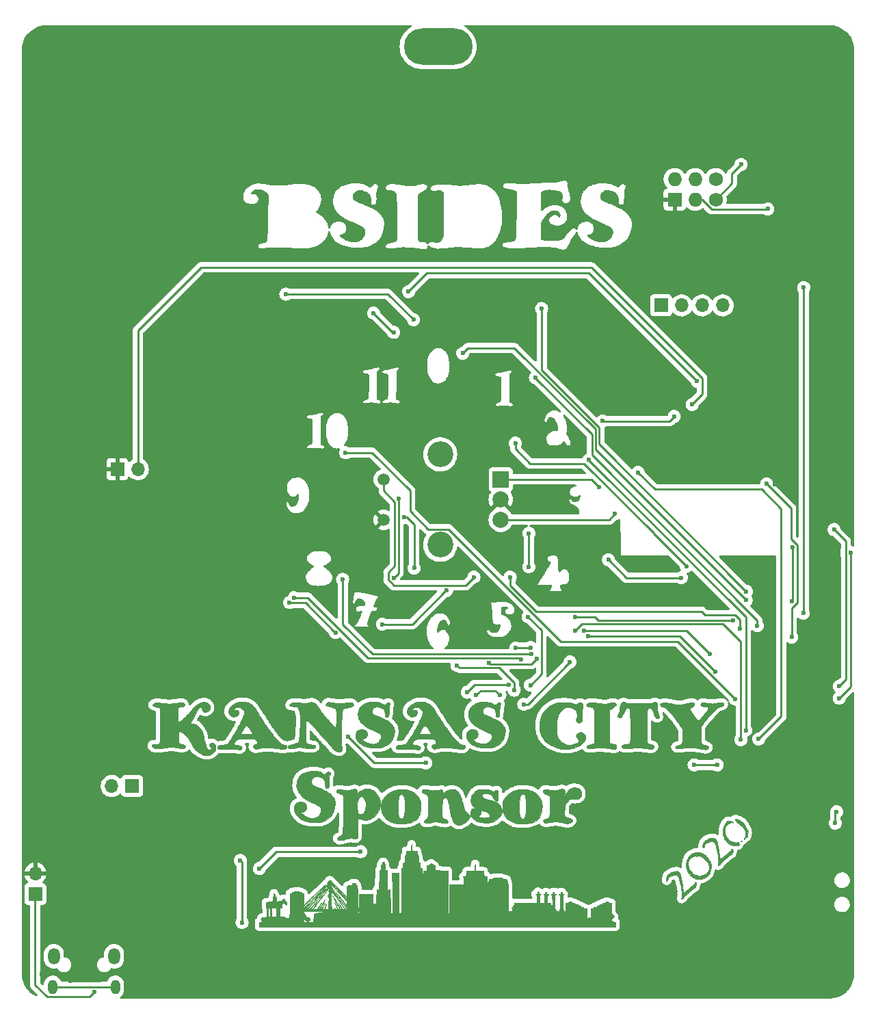
<source format=gbr>
%TF.GenerationSoftware,KiCad,Pcbnew,(6.0.7)*%
%TF.CreationDate,2022-09-02T14:13:33-05:00*%
%TF.ProjectId,BsidesKC-2022-Safe-Badge,42736964-6573-44b4-932d-323032322d53,0-c*%
%TF.SameCoordinates,Original*%
%TF.FileFunction,Copper,L1,Top*%
%TF.FilePolarity,Positive*%
%FSLAX46Y46*%
G04 Gerber Fmt 4.6, Leading zero omitted, Abs format (unit mm)*
G04 Created by KiCad (PCBNEW (6.0.7)) date 2022-09-02 14:13:33*
%MOMM*%
%LPD*%
G01*
G04 APERTURE LIST*
%TA.AperFunction,EtchedComponent*%
%ADD10C,0.010000*%
%TD*%
%TA.AperFunction,ComponentPad*%
%ADD11O,1.727200X1.727200*%
%TD*%
%TA.AperFunction,ComponentPad*%
%ADD12R,1.727200X1.727200*%
%TD*%
%TA.AperFunction,ComponentPad*%
%ADD13C,1.727200*%
%TD*%
%TA.AperFunction,ComponentPad*%
%ADD14O,8.500000X4.500000*%
%TD*%
%TA.AperFunction,ComponentPad*%
%ADD15R,1.700000X1.700000*%
%TD*%
%TA.AperFunction,ComponentPad*%
%ADD16O,1.700000X1.700000*%
%TD*%
%TA.AperFunction,ComponentPad*%
%ADD17O,1.450000X2.000000*%
%TD*%
%TA.AperFunction,ComponentPad*%
%ADD18O,1.150000X1.800000*%
%TD*%
%TA.AperFunction,ComponentPad*%
%ADD19R,2.000000X2.000000*%
%TD*%
%TA.AperFunction,ComponentPad*%
%ADD20C,2.000000*%
%TD*%
%TA.AperFunction,ComponentPad*%
%ADD21C,3.200000*%
%TD*%
%TA.AperFunction,ComponentPad*%
%ADD22C,1.500000*%
%TD*%
%TA.AperFunction,ViaPad*%
%ADD23C,0.600000*%
%TD*%
%TA.AperFunction,Conductor*%
%ADD24C,0.250000*%
%TD*%
G04 APERTURE END LIST*
%TO.C,G\u002A\u002A\u002A*%
G36*
X169864152Y-111911610D02*
G01*
X169974584Y-111944448D01*
X170056080Y-111995013D01*
X170105839Y-112059986D01*
X170121061Y-112136050D01*
X170098947Y-112219886D01*
X170054786Y-112287561D01*
X169999997Y-112341719D01*
X169915275Y-112410151D01*
X169808203Y-112487518D01*
X169686363Y-112568483D01*
X169557341Y-112647710D01*
X169480630Y-112691638D01*
X169410780Y-112732160D01*
X169356108Y-112767020D01*
X169326783Y-112789666D01*
X169324985Y-112791933D01*
X169321766Y-112817716D01*
X169318572Y-112882225D01*
X169315427Y-112981852D01*
X169312354Y-113112990D01*
X169309376Y-113272031D01*
X169306516Y-113455368D01*
X169303798Y-113659394D01*
X169301245Y-113880501D01*
X169298879Y-114115081D01*
X169296725Y-114359527D01*
X169294805Y-114610232D01*
X169293142Y-114863588D01*
X169291760Y-115115988D01*
X169290682Y-115363823D01*
X169289931Y-115603488D01*
X169289530Y-115831373D01*
X169289502Y-116043872D01*
X169289871Y-116237378D01*
X169290660Y-116408282D01*
X169291891Y-116552978D01*
X169293589Y-116667857D01*
X169295776Y-116749312D01*
X169298476Y-116793737D01*
X169299233Y-116798630D01*
X169328977Y-116886097D01*
X169372770Y-116954445D01*
X169377438Y-116959329D01*
X169406469Y-116984895D01*
X169438985Y-117002147D01*
X169484749Y-117013536D01*
X169553523Y-117021514D01*
X169652297Y-117028365D01*
X169812944Y-117045498D01*
X169936554Y-117075775D01*
X170026730Y-117120479D01*
X170087073Y-117180892D01*
X170089069Y-117183885D01*
X170111322Y-117233488D01*
X170133143Y-117307380D01*
X170146940Y-117373778D01*
X170158218Y-117477868D01*
X170149627Y-117550302D01*
X170118318Y-117598182D01*
X170061442Y-117628614D01*
X170042396Y-117634467D01*
X169962260Y-117647791D01*
X169855079Y-117653481D01*
X169735443Y-117651564D01*
X169617942Y-117642063D01*
X169559817Y-117633666D01*
X169414667Y-117611522D01*
X169234802Y-117589130D01*
X169027830Y-117567260D01*
X168801356Y-117546686D01*
X168562988Y-117528176D01*
X168431399Y-117519273D01*
X168277850Y-117509586D01*
X168156939Y-117502881D01*
X168059059Y-117499423D01*
X167974600Y-117499480D01*
X167893955Y-117503319D01*
X167807515Y-117511207D01*
X167705673Y-117523409D01*
X167578821Y-117540194D01*
X167552982Y-117543670D01*
X167292210Y-117575143D01*
X167068232Y-117594494D01*
X166881850Y-117601710D01*
X166733871Y-117596774D01*
X166625099Y-117579672D01*
X166575317Y-117561784D01*
X166494833Y-117506418D01*
X166455222Y-117440800D01*
X166456078Y-117364059D01*
X166467234Y-117331068D01*
X166505790Y-117272499D01*
X166571107Y-117222384D01*
X166667129Y-117178912D01*
X166797801Y-117140273D01*
X166956317Y-117106637D01*
X167112686Y-117073306D01*
X167232798Y-117037090D01*
X167322729Y-116995406D01*
X167388555Y-116945669D01*
X167420108Y-116909409D01*
X167428016Y-116900043D01*
X167435023Y-116892889D01*
X167441161Y-116885451D01*
X167446461Y-116875233D01*
X167450956Y-116859741D01*
X167454676Y-116836479D01*
X167457653Y-116802952D01*
X167459919Y-116756664D01*
X167461505Y-116695121D01*
X167462443Y-116615827D01*
X167462765Y-116516287D01*
X167462501Y-116394005D01*
X167461684Y-116246487D01*
X167460345Y-116071237D01*
X167458516Y-115865760D01*
X167456228Y-115627560D01*
X167453513Y-115354142D01*
X167450402Y-115043012D01*
X167447466Y-114746617D01*
X167444403Y-114460869D01*
X167440994Y-114189075D01*
X167437301Y-113934364D01*
X167433392Y-113699865D01*
X167429331Y-113488708D01*
X167425183Y-113304021D01*
X167421014Y-113148933D01*
X167416888Y-113026573D01*
X167412872Y-112940070D01*
X167409030Y-112892553D01*
X167408771Y-112890779D01*
X167372623Y-112750114D01*
X167313310Y-112635720D01*
X167234032Y-112552878D01*
X167186713Y-112524370D01*
X167130541Y-112505466D01*
X167044687Y-112485763D01*
X166941667Y-112467860D01*
X166866309Y-112457822D01*
X166721669Y-112437620D01*
X166613897Y-112413308D01*
X166537551Y-112382170D01*
X166487191Y-112341494D01*
X166457374Y-112288563D01*
X166446857Y-112248616D01*
X166446355Y-112167829D01*
X166479660Y-112097667D01*
X166549759Y-112034016D01*
X166640407Y-111982005D01*
X166709093Y-111950175D01*
X166768713Y-111929288D01*
X166832674Y-111916507D01*
X166914384Y-111908994D01*
X167005722Y-111904711D01*
X167082236Y-111903094D01*
X167160609Y-111904574D01*
X167247286Y-111909776D01*
X167348713Y-111919324D01*
X167471337Y-111933843D01*
X167621602Y-111953957D01*
X167805956Y-111980290D01*
X167845317Y-111986040D01*
X168074112Y-112018810D01*
X168267402Y-112044287D01*
X168431378Y-112062482D01*
X168572234Y-112073404D01*
X168696162Y-112077064D01*
X168809354Y-112073472D01*
X168918005Y-112062637D01*
X169028306Y-112044570D01*
X169146450Y-112019280D01*
X169272500Y-111988342D01*
X169396766Y-111958297D01*
X169515187Y-111932627D01*
X169618118Y-111913208D01*
X169695915Y-111901915D01*
X169727583Y-111899818D01*
X169864152Y-111911610D01*
G37*
D10*
X169864152Y-111911610D02*
X169974584Y-111944448D01*
X170056080Y-111995013D01*
X170105839Y-112059986D01*
X170121061Y-112136050D01*
X170098947Y-112219886D01*
X170054786Y-112287561D01*
X169999997Y-112341719D01*
X169915275Y-112410151D01*
X169808203Y-112487518D01*
X169686363Y-112568483D01*
X169557341Y-112647710D01*
X169480630Y-112691638D01*
X169410780Y-112732160D01*
X169356108Y-112767020D01*
X169326783Y-112789666D01*
X169324985Y-112791933D01*
X169321766Y-112817716D01*
X169318572Y-112882225D01*
X169315427Y-112981852D01*
X169312354Y-113112990D01*
X169309376Y-113272031D01*
X169306516Y-113455368D01*
X169303798Y-113659394D01*
X169301245Y-113880501D01*
X169298879Y-114115081D01*
X169296725Y-114359527D01*
X169294805Y-114610232D01*
X169293142Y-114863588D01*
X169291760Y-115115988D01*
X169290682Y-115363823D01*
X169289931Y-115603488D01*
X169289530Y-115831373D01*
X169289502Y-116043872D01*
X169289871Y-116237378D01*
X169290660Y-116408282D01*
X169291891Y-116552978D01*
X169293589Y-116667857D01*
X169295776Y-116749312D01*
X169298476Y-116793737D01*
X169299233Y-116798630D01*
X169328977Y-116886097D01*
X169372770Y-116954445D01*
X169377438Y-116959329D01*
X169406469Y-116984895D01*
X169438985Y-117002147D01*
X169484749Y-117013536D01*
X169553523Y-117021514D01*
X169652297Y-117028365D01*
X169812944Y-117045498D01*
X169936554Y-117075775D01*
X170026730Y-117120479D01*
X170087073Y-117180892D01*
X170089069Y-117183885D01*
X170111322Y-117233488D01*
X170133143Y-117307380D01*
X170146940Y-117373778D01*
X170158218Y-117477868D01*
X170149627Y-117550302D01*
X170118318Y-117598182D01*
X170061442Y-117628614D01*
X170042396Y-117634467D01*
X169962260Y-117647791D01*
X169855079Y-117653481D01*
X169735443Y-117651564D01*
X169617942Y-117642063D01*
X169559817Y-117633666D01*
X169414667Y-117611522D01*
X169234802Y-117589130D01*
X169027830Y-117567260D01*
X168801356Y-117546686D01*
X168562988Y-117528176D01*
X168431399Y-117519273D01*
X168277850Y-117509586D01*
X168156939Y-117502881D01*
X168059059Y-117499423D01*
X167974600Y-117499480D01*
X167893955Y-117503319D01*
X167807515Y-117511207D01*
X167705673Y-117523409D01*
X167578821Y-117540194D01*
X167552982Y-117543670D01*
X167292210Y-117575143D01*
X167068232Y-117594494D01*
X166881850Y-117601710D01*
X166733871Y-117596774D01*
X166625099Y-117579672D01*
X166575317Y-117561784D01*
X166494833Y-117506418D01*
X166455222Y-117440800D01*
X166456078Y-117364059D01*
X166467234Y-117331068D01*
X166505790Y-117272499D01*
X166571107Y-117222384D01*
X166667129Y-117178912D01*
X166797801Y-117140273D01*
X166956317Y-117106637D01*
X167112686Y-117073306D01*
X167232798Y-117037090D01*
X167322729Y-116995406D01*
X167388555Y-116945669D01*
X167420108Y-116909409D01*
X167428016Y-116900043D01*
X167435023Y-116892889D01*
X167441161Y-116885451D01*
X167446461Y-116875233D01*
X167450956Y-116859741D01*
X167454676Y-116836479D01*
X167457653Y-116802952D01*
X167459919Y-116756664D01*
X167461505Y-116695121D01*
X167462443Y-116615827D01*
X167462765Y-116516287D01*
X167462501Y-116394005D01*
X167461684Y-116246487D01*
X167460345Y-116071237D01*
X167458516Y-115865760D01*
X167456228Y-115627560D01*
X167453513Y-115354142D01*
X167450402Y-115043012D01*
X167447466Y-114746617D01*
X167444403Y-114460869D01*
X167440994Y-114189075D01*
X167437301Y-113934364D01*
X167433392Y-113699865D01*
X167429331Y-113488708D01*
X167425183Y-113304021D01*
X167421014Y-113148933D01*
X167416888Y-113026573D01*
X167412872Y-112940070D01*
X167409030Y-112892553D01*
X167408771Y-112890779D01*
X167372623Y-112750114D01*
X167313310Y-112635720D01*
X167234032Y-112552878D01*
X167186713Y-112524370D01*
X167130541Y-112505466D01*
X167044687Y-112485763D01*
X166941667Y-112467860D01*
X166866309Y-112457822D01*
X166721669Y-112437620D01*
X166613897Y-112413308D01*
X166537551Y-112382170D01*
X166487191Y-112341494D01*
X166457374Y-112288563D01*
X166446857Y-112248616D01*
X166446355Y-112167829D01*
X166479660Y-112097667D01*
X166549759Y-112034016D01*
X166640407Y-111982005D01*
X166709093Y-111950175D01*
X166768713Y-111929288D01*
X166832674Y-111916507D01*
X166914384Y-111908994D01*
X167005722Y-111904711D01*
X167082236Y-111903094D01*
X167160609Y-111904574D01*
X167247286Y-111909776D01*
X167348713Y-111919324D01*
X167471337Y-111933843D01*
X167621602Y-111953957D01*
X167805956Y-111980290D01*
X167845317Y-111986040D01*
X168074112Y-112018810D01*
X168267402Y-112044287D01*
X168431378Y-112062482D01*
X168572234Y-112073404D01*
X168696162Y-112077064D01*
X168809354Y-112073472D01*
X168918005Y-112062637D01*
X169028306Y-112044570D01*
X169146450Y-112019280D01*
X169272500Y-111988342D01*
X169396766Y-111958297D01*
X169515187Y-111932627D01*
X169618118Y-111913208D01*
X169695915Y-111901915D01*
X169727583Y-111899818D01*
X169864152Y-111911610D01*
G36*
X145087401Y-115545533D02*
G01*
X145175935Y-115394960D01*
X145256485Y-115252227D01*
X145331739Y-115112839D01*
X145404383Y-114972304D01*
X145477104Y-114826128D01*
X145484096Y-114811821D01*
X145629721Y-114510562D01*
X145760450Y-114234186D01*
X145875614Y-113984258D01*
X145974544Y-113762342D01*
X146056571Y-113570002D01*
X146121026Y-113408801D01*
X146167240Y-113280304D01*
X146194545Y-113186074D01*
X146202400Y-113132435D01*
X146183820Y-113055585D01*
X146129132Y-112961682D01*
X146039916Y-112852957D01*
X145920696Y-112734351D01*
X145810095Y-112637013D01*
X145717928Y-112568442D01*
X145635691Y-112524750D01*
X145554877Y-112502050D01*
X145466981Y-112496453D01*
X145407313Y-112499687D01*
X145269581Y-112517419D01*
X145160411Y-112547658D01*
X145066666Y-112595630D01*
X144975204Y-112666562D01*
X144965249Y-112675507D01*
X144901741Y-112737476D01*
X144866090Y-112785297D01*
X144851465Y-112829093D01*
X144850016Y-112846271D01*
X144847733Y-112914424D01*
X144924770Y-112862146D01*
X144989876Y-112825236D01*
X145054859Y-112807608D01*
X145130841Y-112808695D01*
X145228945Y-112827928D01*
X145287756Y-112843606D01*
X145378773Y-112883035D01*
X145440798Y-112944138D01*
X145475263Y-113030378D01*
X145483602Y-113145219D01*
X145468991Y-113281790D01*
X145439826Y-113358636D01*
X145381625Y-113442751D01*
X145303770Y-113523629D01*
X145215645Y-113590759D01*
X145170757Y-113615838D01*
X145059050Y-113652346D01*
X144928436Y-113667934D01*
X144795202Y-113662505D01*
X144675636Y-113635963D01*
X144634467Y-113619014D01*
X144485195Y-113524438D01*
X144365036Y-113402417D01*
X144307309Y-113314878D01*
X144277316Y-113256892D01*
X144258716Y-113206100D01*
X144248836Y-113149116D01*
X144245002Y-113072557D01*
X144244483Y-113000367D01*
X144245931Y-112899948D01*
X144252067Y-112827508D01*
X144265577Y-112768740D01*
X144289148Y-112709335D01*
X144305623Y-112674766D01*
X144387211Y-112545966D01*
X144504108Y-112414390D01*
X144649938Y-112284632D01*
X144818322Y-112161289D01*
X145002883Y-112048955D01*
X145197245Y-111952226D01*
X145395030Y-111875699D01*
X145429817Y-111864634D01*
X145484564Y-111850051D01*
X145544527Y-111839562D01*
X145617523Y-111832599D01*
X145711372Y-111828595D01*
X145833890Y-111826983D01*
X145948400Y-111826999D01*
X146090015Y-111827904D01*
X146198166Y-111830086D01*
X146281719Y-111834449D01*
X146349540Y-111841899D01*
X146410498Y-111853342D01*
X146473458Y-111869684D01*
X146529439Y-111886345D01*
X146734357Y-111961107D01*
X146923746Y-112053712D01*
X147087102Y-112158639D01*
X147160225Y-112217972D01*
X147213859Y-112269305D01*
X147271820Y-112332222D01*
X147336004Y-112409421D01*
X147408305Y-112503596D01*
X147490622Y-112617445D01*
X147584850Y-112753664D01*
X147692885Y-112914948D01*
X147816623Y-113103995D01*
X147957962Y-113323501D01*
X148118796Y-113576162D01*
X148149592Y-113624784D01*
X148268518Y-113812170D01*
X148389741Y-114002254D01*
X148509492Y-114189187D01*
X148624003Y-114367120D01*
X148729503Y-114530205D01*
X148822225Y-114672595D01*
X148898398Y-114788439D01*
X148933983Y-114841867D01*
X149101413Y-115086282D01*
X149276180Y-115331823D01*
X149455092Y-115574542D01*
X149634958Y-115810489D01*
X149812586Y-116035715D01*
X149984786Y-116246271D01*
X150148366Y-116438207D01*
X150300135Y-116607574D01*
X150436901Y-116750423D01*
X150555473Y-116862805D01*
X150593078Y-116895034D01*
X150708300Y-116986313D01*
X150803929Y-117051195D01*
X150889182Y-117094305D01*
X150973276Y-117120264D01*
X151065428Y-117133696D01*
X151069596Y-117134053D01*
X151210106Y-117156263D01*
X151314135Y-117197367D01*
X151383940Y-117259201D01*
X151421783Y-117343596D01*
X151430567Y-117426824D01*
X151412457Y-117516050D01*
X151357767Y-117585300D01*
X151265953Y-117635084D01*
X151186341Y-117657202D01*
X151127606Y-117667095D01*
X151063887Y-117672380D01*
X150989472Y-117672681D01*
X150898649Y-117667620D01*
X150785703Y-117656822D01*
X150644924Y-117639908D01*
X150470599Y-117616502D01*
X150382817Y-117604194D01*
X150170592Y-117574874D01*
X149990024Y-117551974D01*
X149831030Y-117534854D01*
X149683526Y-117522875D01*
X149537427Y-117515397D01*
X149382651Y-117511782D01*
X149209113Y-117511388D01*
X149006730Y-117513578D01*
X148964232Y-117514233D01*
X148786479Y-117517292D01*
X148644078Y-117520546D01*
X148530050Y-117524559D01*
X148437415Y-117529890D01*
X148359195Y-117537103D01*
X148288409Y-117546758D01*
X148218079Y-117559417D01*
X148141224Y-117575642D01*
X148107400Y-117583187D01*
X147888611Y-117624957D01*
X147705383Y-117643816D01*
X147557679Y-117639764D01*
X147445463Y-117612803D01*
X147419483Y-117600662D01*
X147315868Y-117531086D01*
X147251849Y-117455249D01*
X147228378Y-117374723D01*
X147240437Y-117305288D01*
X147272345Y-117242187D01*
X147319269Y-117191523D01*
X147388872Y-117147846D01*
X147488818Y-117105705D01*
X147552084Y-117083667D01*
X147664107Y-117044493D01*
X147740898Y-117011000D01*
X147788081Y-116977792D01*
X147811283Y-116939472D01*
X147816130Y-116890642D01*
X147809935Y-116836302D01*
X147771598Y-116697088D01*
X147703858Y-116585691D01*
X147604703Y-116500219D01*
X147472125Y-116438783D01*
X147355025Y-116408405D01*
X147290387Y-116400635D01*
X147190051Y-116394834D01*
X147060391Y-116390907D01*
X146907775Y-116388757D01*
X146738575Y-116388288D01*
X146559163Y-116389402D01*
X146375908Y-116392003D01*
X146195182Y-116395995D01*
X146023357Y-116401281D01*
X145866801Y-116407764D01*
X145731888Y-116415349D01*
X145624987Y-116423937D01*
X145552469Y-116433434D01*
X145540602Y-116435905D01*
X145346573Y-116495296D01*
X145188960Y-116573226D01*
X145068370Y-116669125D01*
X144985408Y-116782425D01*
X144940681Y-116912558D01*
X144932400Y-117006023D01*
X144940432Y-117063228D01*
X144960001Y-117103033D01*
X144962326Y-117105186D01*
X144993173Y-117118240D01*
X145057157Y-117136910D01*
X145145810Y-117158989D01*
X145250664Y-117182267D01*
X145285117Y-117189379D01*
X145471099Y-117230887D01*
X145618062Y-117272885D01*
X145729301Y-117317191D01*
X145808110Y-117365627D01*
X145857783Y-117420010D01*
X145881614Y-117482161D01*
X145884900Y-117520681D01*
X145865163Y-117605609D01*
X145809551Y-117675563D01*
X145723458Y-117724990D01*
X145671696Y-117740052D01*
X145628588Y-117749501D01*
X145595180Y-117755699D01*
X145563456Y-117758000D01*
X145525401Y-117755758D01*
X145472998Y-117748326D01*
X145398232Y-117735058D01*
X145293086Y-117715308D01*
X145239317Y-117705183D01*
X145156215Y-117690290D01*
X145078172Y-117678302D01*
X144998708Y-117668791D01*
X144911341Y-117661327D01*
X144809590Y-117655482D01*
X144686974Y-117650828D01*
X144537011Y-117646936D01*
X144353221Y-117643378D01*
X144287866Y-117642267D01*
X144073104Y-117639292D01*
X143897046Y-117638232D01*
X143756103Y-117639153D01*
X143646686Y-117642123D01*
X143565205Y-117647207D01*
X143508072Y-117654472D01*
X143495650Y-117656973D01*
X143340816Y-117681262D01*
X143193975Y-117684838D01*
X143065601Y-117668054D01*
X142982034Y-117639626D01*
X142894120Y-117581060D01*
X142844038Y-117512576D01*
X142832294Y-117439757D01*
X142859391Y-117368185D01*
X142925836Y-117303444D01*
X142950236Y-117288062D01*
X143012486Y-117255471D01*
X143078108Y-117229491D01*
X143155559Y-117208018D01*
X143253298Y-117188949D01*
X143379782Y-117170181D01*
X143471900Y-117158324D01*
X143653295Y-117134535D01*
X143799621Y-117110260D01*
X143917966Y-117081173D01*
X144015419Y-117042951D01*
X144099069Y-116991268D01*
X144176005Y-116921800D01*
X144253317Y-116830222D01*
X144338094Y-116712211D01*
X144430951Y-116573273D01*
X144599701Y-116316096D01*
X144747034Y-116089228D01*
X144875637Y-115888174D01*
X144921128Y-115815534D01*
X145714998Y-115815534D01*
X146456116Y-115815534D01*
X146628453Y-115815097D01*
X146786572Y-115813857D01*
X146925690Y-115811915D01*
X147041020Y-115809374D01*
X147127778Y-115806337D01*
X147181179Y-115802906D01*
X147196779Y-115799659D01*
X147186338Y-115770348D01*
X147158561Y-115712381D01*
X147117706Y-115633516D01*
X147068028Y-115541510D01*
X147013783Y-115444121D01*
X146959228Y-115349106D01*
X146908618Y-115264222D01*
X146866432Y-115197560D01*
X146808006Y-115116293D01*
X146738772Y-115030212D01*
X146664935Y-114945886D01*
X146592704Y-114869883D01*
X146528285Y-114808773D01*
X146477884Y-114769125D01*
X146450359Y-114757200D01*
X146418131Y-114771671D01*
X146371144Y-114808739D01*
X146340014Y-114839115D01*
X146280730Y-114908669D01*
X146206758Y-115006026D01*
X146123552Y-115122907D01*
X146036565Y-115251034D01*
X145951253Y-115382129D01*
X145873069Y-115507913D01*
X145807468Y-115620107D01*
X145759904Y-115710433D01*
X145746717Y-115739621D01*
X145714998Y-115815534D01*
X144921128Y-115815534D01*
X144988198Y-115708440D01*
X145087401Y-115545533D01*
G37*
X145087401Y-115545533D02*
X145175935Y-115394960D01*
X145256485Y-115252227D01*
X145331739Y-115112839D01*
X145404383Y-114972304D01*
X145477104Y-114826128D01*
X145484096Y-114811821D01*
X145629721Y-114510562D01*
X145760450Y-114234186D01*
X145875614Y-113984258D01*
X145974544Y-113762342D01*
X146056571Y-113570002D01*
X146121026Y-113408801D01*
X146167240Y-113280304D01*
X146194545Y-113186074D01*
X146202400Y-113132435D01*
X146183820Y-113055585D01*
X146129132Y-112961682D01*
X146039916Y-112852957D01*
X145920696Y-112734351D01*
X145810095Y-112637013D01*
X145717928Y-112568442D01*
X145635691Y-112524750D01*
X145554877Y-112502050D01*
X145466981Y-112496453D01*
X145407313Y-112499687D01*
X145269581Y-112517419D01*
X145160411Y-112547658D01*
X145066666Y-112595630D01*
X144975204Y-112666562D01*
X144965249Y-112675507D01*
X144901741Y-112737476D01*
X144866090Y-112785297D01*
X144851465Y-112829093D01*
X144850016Y-112846271D01*
X144847733Y-112914424D01*
X144924770Y-112862146D01*
X144989876Y-112825236D01*
X145054859Y-112807608D01*
X145130841Y-112808695D01*
X145228945Y-112827928D01*
X145287756Y-112843606D01*
X145378773Y-112883035D01*
X145440798Y-112944138D01*
X145475263Y-113030378D01*
X145483602Y-113145219D01*
X145468991Y-113281790D01*
X145439826Y-113358636D01*
X145381625Y-113442751D01*
X145303770Y-113523629D01*
X145215645Y-113590759D01*
X145170757Y-113615838D01*
X145059050Y-113652346D01*
X144928436Y-113667934D01*
X144795202Y-113662505D01*
X144675636Y-113635963D01*
X144634467Y-113619014D01*
X144485195Y-113524438D01*
X144365036Y-113402417D01*
X144307309Y-113314878D01*
X144277316Y-113256892D01*
X144258716Y-113206100D01*
X144248836Y-113149116D01*
X144245002Y-113072557D01*
X144244483Y-113000367D01*
X144245931Y-112899948D01*
X144252067Y-112827508D01*
X144265577Y-112768740D01*
X144289148Y-112709335D01*
X144305623Y-112674766D01*
X144387211Y-112545966D01*
X144504108Y-112414390D01*
X144649938Y-112284632D01*
X144818322Y-112161289D01*
X145002883Y-112048955D01*
X145197245Y-111952226D01*
X145395030Y-111875699D01*
X145429817Y-111864634D01*
X145484564Y-111850051D01*
X145544527Y-111839562D01*
X145617523Y-111832599D01*
X145711372Y-111828595D01*
X145833890Y-111826983D01*
X145948400Y-111826999D01*
X146090015Y-111827904D01*
X146198166Y-111830086D01*
X146281719Y-111834449D01*
X146349540Y-111841899D01*
X146410498Y-111853342D01*
X146473458Y-111869684D01*
X146529439Y-111886345D01*
X146734357Y-111961107D01*
X146923746Y-112053712D01*
X147087102Y-112158639D01*
X147160225Y-112217972D01*
X147213859Y-112269305D01*
X147271820Y-112332222D01*
X147336004Y-112409421D01*
X147408305Y-112503596D01*
X147490622Y-112617445D01*
X147584850Y-112753664D01*
X147692885Y-112914948D01*
X147816623Y-113103995D01*
X147957962Y-113323501D01*
X148118796Y-113576162D01*
X148149592Y-113624784D01*
X148268518Y-113812170D01*
X148389741Y-114002254D01*
X148509492Y-114189187D01*
X148624003Y-114367120D01*
X148729503Y-114530205D01*
X148822225Y-114672595D01*
X148898398Y-114788439D01*
X148933983Y-114841867D01*
X149101413Y-115086282D01*
X149276180Y-115331823D01*
X149455092Y-115574542D01*
X149634958Y-115810489D01*
X149812586Y-116035715D01*
X149984786Y-116246271D01*
X150148366Y-116438207D01*
X150300135Y-116607574D01*
X150436901Y-116750423D01*
X150555473Y-116862805D01*
X150593078Y-116895034D01*
X150708300Y-116986313D01*
X150803929Y-117051195D01*
X150889182Y-117094305D01*
X150973276Y-117120264D01*
X151065428Y-117133696D01*
X151069596Y-117134053D01*
X151210106Y-117156263D01*
X151314135Y-117197367D01*
X151383940Y-117259201D01*
X151421783Y-117343596D01*
X151430567Y-117426824D01*
X151412457Y-117516050D01*
X151357767Y-117585300D01*
X151265953Y-117635084D01*
X151186341Y-117657202D01*
X151127606Y-117667095D01*
X151063887Y-117672380D01*
X150989472Y-117672681D01*
X150898649Y-117667620D01*
X150785703Y-117656822D01*
X150644924Y-117639908D01*
X150470599Y-117616502D01*
X150382817Y-117604194D01*
X150170592Y-117574874D01*
X149990024Y-117551974D01*
X149831030Y-117534854D01*
X149683526Y-117522875D01*
X149537427Y-117515397D01*
X149382651Y-117511782D01*
X149209113Y-117511388D01*
X149006730Y-117513578D01*
X148964232Y-117514233D01*
X148786479Y-117517292D01*
X148644078Y-117520546D01*
X148530050Y-117524559D01*
X148437415Y-117529890D01*
X148359195Y-117537103D01*
X148288409Y-117546758D01*
X148218079Y-117559417D01*
X148141224Y-117575642D01*
X148107400Y-117583187D01*
X147888611Y-117624957D01*
X147705383Y-117643816D01*
X147557679Y-117639764D01*
X147445463Y-117612803D01*
X147419483Y-117600662D01*
X147315868Y-117531086D01*
X147251849Y-117455249D01*
X147228378Y-117374723D01*
X147240437Y-117305288D01*
X147272345Y-117242187D01*
X147319269Y-117191523D01*
X147388872Y-117147846D01*
X147488818Y-117105705D01*
X147552084Y-117083667D01*
X147664107Y-117044493D01*
X147740898Y-117011000D01*
X147788081Y-116977792D01*
X147811283Y-116939472D01*
X147816130Y-116890642D01*
X147809935Y-116836302D01*
X147771598Y-116697088D01*
X147703858Y-116585691D01*
X147604703Y-116500219D01*
X147472125Y-116438783D01*
X147355025Y-116408405D01*
X147290387Y-116400635D01*
X147190051Y-116394834D01*
X147060391Y-116390907D01*
X146907775Y-116388757D01*
X146738575Y-116388288D01*
X146559163Y-116389402D01*
X146375908Y-116392003D01*
X146195182Y-116395995D01*
X146023357Y-116401281D01*
X145866801Y-116407764D01*
X145731888Y-116415349D01*
X145624987Y-116423937D01*
X145552469Y-116433434D01*
X145540602Y-116435905D01*
X145346573Y-116495296D01*
X145188960Y-116573226D01*
X145068370Y-116669125D01*
X144985408Y-116782425D01*
X144940681Y-116912558D01*
X144932400Y-117006023D01*
X144940432Y-117063228D01*
X144960001Y-117103033D01*
X144962326Y-117105186D01*
X144993173Y-117118240D01*
X145057157Y-117136910D01*
X145145810Y-117158989D01*
X145250664Y-117182267D01*
X145285117Y-117189379D01*
X145471099Y-117230887D01*
X145618062Y-117272885D01*
X145729301Y-117317191D01*
X145808110Y-117365627D01*
X145857783Y-117420010D01*
X145881614Y-117482161D01*
X145884900Y-117520681D01*
X145865163Y-117605609D01*
X145809551Y-117675563D01*
X145723458Y-117724990D01*
X145671696Y-117740052D01*
X145628588Y-117749501D01*
X145595180Y-117755699D01*
X145563456Y-117758000D01*
X145525401Y-117755758D01*
X145472998Y-117748326D01*
X145398232Y-117735058D01*
X145293086Y-117715308D01*
X145239317Y-117705183D01*
X145156215Y-117690290D01*
X145078172Y-117678302D01*
X144998708Y-117668791D01*
X144911341Y-117661327D01*
X144809590Y-117655482D01*
X144686974Y-117650828D01*
X144537011Y-117646936D01*
X144353221Y-117643378D01*
X144287866Y-117642267D01*
X144073104Y-117639292D01*
X143897046Y-117638232D01*
X143756103Y-117639153D01*
X143646686Y-117642123D01*
X143565205Y-117647207D01*
X143508072Y-117654472D01*
X143495650Y-117656973D01*
X143340816Y-117681262D01*
X143193975Y-117684838D01*
X143065601Y-117668054D01*
X142982034Y-117639626D01*
X142894120Y-117581060D01*
X142844038Y-117512576D01*
X142832294Y-117439757D01*
X142859391Y-117368185D01*
X142925836Y-117303444D01*
X142950236Y-117288062D01*
X143012486Y-117255471D01*
X143078108Y-117229491D01*
X143155559Y-117208018D01*
X143253298Y-117188949D01*
X143379782Y-117170181D01*
X143471900Y-117158324D01*
X143653295Y-117134535D01*
X143799621Y-117110260D01*
X143917966Y-117081173D01*
X144015419Y-117042951D01*
X144099069Y-116991268D01*
X144176005Y-116921800D01*
X144253317Y-116830222D01*
X144338094Y-116712211D01*
X144430951Y-116573273D01*
X144599701Y-116316096D01*
X144747034Y-116089228D01*
X144875637Y-115888174D01*
X144921128Y-115815534D01*
X145714998Y-115815534D01*
X146456116Y-115815534D01*
X146628453Y-115815097D01*
X146786572Y-115813857D01*
X146925690Y-115811915D01*
X147041020Y-115809374D01*
X147127778Y-115806337D01*
X147181179Y-115802906D01*
X147196779Y-115799659D01*
X147186338Y-115770348D01*
X147158561Y-115712381D01*
X147117706Y-115633516D01*
X147068028Y-115541510D01*
X147013783Y-115444121D01*
X146959228Y-115349106D01*
X146908618Y-115264222D01*
X146866432Y-115197560D01*
X146808006Y-115116293D01*
X146738772Y-115030212D01*
X146664935Y-114945886D01*
X146592704Y-114869883D01*
X146528285Y-114808773D01*
X146477884Y-114769125D01*
X146450359Y-114757200D01*
X146418131Y-114771671D01*
X146371144Y-114808739D01*
X146340014Y-114839115D01*
X146280730Y-114908669D01*
X146206758Y-115006026D01*
X146123552Y-115122907D01*
X146036565Y-115251034D01*
X145951253Y-115382129D01*
X145873069Y-115507913D01*
X145807468Y-115620107D01*
X145759904Y-115710433D01*
X145746717Y-115739621D01*
X145714998Y-115815534D01*
X144921128Y-115815534D01*
X144988198Y-115708440D01*
X145087401Y-115545533D01*
G36*
X154153742Y-111850539D02*
G01*
X154362358Y-111876423D01*
X154546813Y-111918354D01*
X154712490Y-111977378D01*
X154864773Y-112054539D01*
X154924293Y-112091468D01*
X155001496Y-112138473D01*
X155070777Y-112174526D01*
X155121031Y-112194076D01*
X155133501Y-112196034D01*
X155177535Y-112179519D01*
X155245153Y-112131040D01*
X155334141Y-112052199D01*
X155338713Y-112047867D01*
X155408070Y-111985070D01*
X155469564Y-111934971D01*
X155514861Y-111904070D01*
X155531672Y-111897357D01*
X155643321Y-111904389D01*
X155732739Y-111938813D01*
X155793851Y-111997673D01*
X155811236Y-112033416D01*
X155822696Y-112083119D01*
X155820366Y-112137272D01*
X155802279Y-112205754D01*
X155766470Y-112298446D01*
X155751473Y-112333617D01*
X155733839Y-112375897D01*
X155720378Y-112414906D01*
X155710458Y-112457142D01*
X155703449Y-112509100D01*
X155698720Y-112577279D01*
X155695640Y-112668176D01*
X155693578Y-112788288D01*
X155691903Y-112944112D01*
X155691870Y-112947450D01*
X155689175Y-113132341D01*
X155684533Y-113280147D01*
X155677198Y-113396101D01*
X155666422Y-113485435D01*
X155651460Y-113553380D01*
X155631565Y-113605168D01*
X155605990Y-113646032D01*
X155589414Y-113665551D01*
X155522570Y-113711130D01*
X155435367Y-113735871D01*
X155346678Y-113734839D01*
X155334561Y-113732193D01*
X155281523Y-113698738D01*
X155244924Y-113628546D01*
X155224427Y-113520668D01*
X155219400Y-113406102D01*
X155206188Y-113197389D01*
X155167330Y-113013623D01*
X155103990Y-112857993D01*
X155017334Y-112733684D01*
X154951377Y-112672951D01*
X154861939Y-112616538D01*
X154747188Y-112561530D01*
X154617092Y-112511006D01*
X154481614Y-112468039D01*
X154350721Y-112435707D01*
X154234378Y-112417085D01*
X154142551Y-112415249D01*
X154124631Y-112417766D01*
X154004368Y-112455754D01*
X153881891Y-112520864D01*
X153769025Y-112604654D01*
X153677597Y-112698685D01*
X153630367Y-112770538D01*
X153602687Y-112856084D01*
X153590104Y-112964248D01*
X153593489Y-113077778D01*
X153610316Y-113168247D01*
X153638498Y-113234721D01*
X153685762Y-113297227D01*
X153755743Y-113358066D01*
X153852079Y-113419537D01*
X153978405Y-113483941D01*
X154138358Y-113553579D01*
X154335575Y-113630752D01*
X154349921Y-113636140D01*
X154702234Y-113774295D01*
X155016666Y-113910406D01*
X155292473Y-114044073D01*
X155528913Y-114174893D01*
X155725241Y-114302463D01*
X155880716Y-114426382D01*
X155964062Y-114509858D01*
X156110625Y-114686531D01*
X156222460Y-114850694D01*
X156302163Y-115009811D01*
X156352327Y-115171347D01*
X156375549Y-115342769D01*
X156374423Y-115531542D01*
X156362999Y-115657463D01*
X156343618Y-115775022D01*
X156311576Y-115914719D01*
X156270094Y-116066350D01*
X156222392Y-116219716D01*
X156171692Y-116364615D01*
X156121214Y-116490846D01*
X156074179Y-116588208D01*
X156063144Y-116607155D01*
X155924466Y-116797583D01*
X155752301Y-116969696D01*
X155544248Y-117125585D01*
X155314257Y-117258964D01*
X155157343Y-117337506D01*
X155025822Y-117396698D01*
X154909322Y-117439839D01*
X154797473Y-117470229D01*
X154679900Y-117491166D01*
X154546234Y-117505949D01*
X154534576Y-117506961D01*
X154386459Y-117516748D01*
X154217428Y-117523193D01*
X154038264Y-117526297D01*
X153859752Y-117526059D01*
X153692676Y-117522478D01*
X153547818Y-117515555D01*
X153449911Y-117507006D01*
X153154151Y-117457601D01*
X152865479Y-117380668D01*
X152594660Y-117279583D01*
X152371862Y-117168915D01*
X152200804Y-117054576D01*
X152035564Y-116912520D01*
X151883988Y-116751488D01*
X151753921Y-116580222D01*
X151653209Y-116407463D01*
X151618923Y-116329961D01*
X151595785Y-116262951D01*
X151581035Y-116195265D01*
X151572907Y-116114156D01*
X151569630Y-116006880D01*
X151569353Y-115972857D01*
X151569583Y-115867534D01*
X151572929Y-115792701D01*
X151581454Y-115736527D01*
X151597222Y-115687182D01*
X151622298Y-115632834D01*
X151632026Y-115613628D01*
X151722318Y-115482498D01*
X151845238Y-115378008D01*
X152000058Y-115300730D01*
X152051875Y-115283166D01*
X152134373Y-115260837D01*
X152210271Y-115248905D01*
X152296052Y-115245782D01*
X152401125Y-115249496D01*
X152577479Y-115270471D01*
X152719216Y-115314063D01*
X152828792Y-115382451D01*
X152908662Y-115477815D01*
X152961282Y-115602332D01*
X152989108Y-115758183D01*
X152990359Y-115772344D01*
X152991561Y-115909587D01*
X152967297Y-116022777D01*
X152913718Y-116124261D01*
X152859655Y-116191686D01*
X152736897Y-116297276D01*
X152590077Y-116368334D01*
X152473025Y-116397218D01*
X152414276Y-116412642D01*
X152386328Y-116436331D01*
X152390451Y-116470560D01*
X152427914Y-116517605D01*
X152499985Y-116579742D01*
X152607935Y-116659245D01*
X152626363Y-116672156D01*
X152812557Y-116794522D01*
X152981509Y-116887592D01*
X153143025Y-116954640D01*
X153306907Y-116998937D01*
X153482962Y-117023754D01*
X153680993Y-117032365D01*
X153705983Y-117032465D01*
X154002317Y-117032617D01*
X154167024Y-116953969D01*
X154331215Y-116856786D01*
X154465843Y-116734176D01*
X154576562Y-116580471D01*
X154619996Y-116499841D01*
X154685369Y-116325786D01*
X154713245Y-116147933D01*
X154702305Y-115974807D01*
X154701784Y-115971997D01*
X154677472Y-115902580D01*
X154629147Y-115833566D01*
X154554217Y-115763238D01*
X154450094Y-115689879D01*
X154314187Y-115611773D01*
X154143907Y-115527204D01*
X153936663Y-115434453D01*
X153810592Y-115381242D01*
X153478435Y-115237587D01*
X153185419Y-115097991D01*
X152928789Y-114960436D01*
X152705790Y-114822905D01*
X152513667Y-114683381D01*
X152349667Y-114539844D01*
X152211035Y-114390279D01*
X152095016Y-114232667D01*
X151998855Y-114064991D01*
X151990482Y-114048117D01*
X151908517Y-113855460D01*
X151859230Y-113673340D01*
X151840233Y-113488577D01*
X151849136Y-113287990D01*
X151850471Y-113275476D01*
X151881757Y-113064009D01*
X151926123Y-112873250D01*
X151981464Y-112711234D01*
X152019463Y-112630415D01*
X152113893Y-112491616D01*
X152243881Y-112355722D01*
X152402719Y-112227987D01*
X152583697Y-112113665D01*
X152780106Y-112018010D01*
X152824173Y-112000207D01*
X152977458Y-111944344D01*
X153116224Y-111903433D01*
X153253531Y-111874958D01*
X153402443Y-111856407D01*
X153576023Y-111845265D01*
X153642483Y-111842735D01*
X153915578Y-111839658D01*
X154153742Y-111850539D01*
G37*
X154153742Y-111850539D02*
X154362358Y-111876423D01*
X154546813Y-111918354D01*
X154712490Y-111977378D01*
X154864773Y-112054539D01*
X154924293Y-112091468D01*
X155001496Y-112138473D01*
X155070777Y-112174526D01*
X155121031Y-112194076D01*
X155133501Y-112196034D01*
X155177535Y-112179519D01*
X155245153Y-112131040D01*
X155334141Y-112052199D01*
X155338713Y-112047867D01*
X155408070Y-111985070D01*
X155469564Y-111934971D01*
X155514861Y-111904070D01*
X155531672Y-111897357D01*
X155643321Y-111904389D01*
X155732739Y-111938813D01*
X155793851Y-111997673D01*
X155811236Y-112033416D01*
X155822696Y-112083119D01*
X155820366Y-112137272D01*
X155802279Y-112205754D01*
X155766470Y-112298446D01*
X155751473Y-112333617D01*
X155733839Y-112375897D01*
X155720378Y-112414906D01*
X155710458Y-112457142D01*
X155703449Y-112509100D01*
X155698720Y-112577279D01*
X155695640Y-112668176D01*
X155693578Y-112788288D01*
X155691903Y-112944112D01*
X155691870Y-112947450D01*
X155689175Y-113132341D01*
X155684533Y-113280147D01*
X155677198Y-113396101D01*
X155666422Y-113485435D01*
X155651460Y-113553380D01*
X155631565Y-113605168D01*
X155605990Y-113646032D01*
X155589414Y-113665551D01*
X155522570Y-113711130D01*
X155435367Y-113735871D01*
X155346678Y-113734839D01*
X155334561Y-113732193D01*
X155281523Y-113698738D01*
X155244924Y-113628546D01*
X155224427Y-113520668D01*
X155219400Y-113406102D01*
X155206188Y-113197389D01*
X155167330Y-113013623D01*
X155103990Y-112857993D01*
X155017334Y-112733684D01*
X154951377Y-112672951D01*
X154861939Y-112616538D01*
X154747188Y-112561530D01*
X154617092Y-112511006D01*
X154481614Y-112468039D01*
X154350721Y-112435707D01*
X154234378Y-112417085D01*
X154142551Y-112415249D01*
X154124631Y-112417766D01*
X154004368Y-112455754D01*
X153881891Y-112520864D01*
X153769025Y-112604654D01*
X153677597Y-112698685D01*
X153630367Y-112770538D01*
X153602687Y-112856084D01*
X153590104Y-112964248D01*
X153593489Y-113077778D01*
X153610316Y-113168247D01*
X153638498Y-113234721D01*
X153685762Y-113297227D01*
X153755743Y-113358066D01*
X153852079Y-113419537D01*
X153978405Y-113483941D01*
X154138358Y-113553579D01*
X154335575Y-113630752D01*
X154349921Y-113636140D01*
X154702234Y-113774295D01*
X155016666Y-113910406D01*
X155292473Y-114044073D01*
X155528913Y-114174893D01*
X155725241Y-114302463D01*
X155880716Y-114426382D01*
X155964062Y-114509858D01*
X156110625Y-114686531D01*
X156222460Y-114850694D01*
X156302163Y-115009811D01*
X156352327Y-115171347D01*
X156375549Y-115342769D01*
X156374423Y-115531542D01*
X156362999Y-115657463D01*
X156343618Y-115775022D01*
X156311576Y-115914719D01*
X156270094Y-116066350D01*
X156222392Y-116219716D01*
X156171692Y-116364615D01*
X156121214Y-116490846D01*
X156074179Y-116588208D01*
X156063144Y-116607155D01*
X155924466Y-116797583D01*
X155752301Y-116969696D01*
X155544248Y-117125585D01*
X155314257Y-117258964D01*
X155157343Y-117337506D01*
X155025822Y-117396698D01*
X154909322Y-117439839D01*
X154797473Y-117470229D01*
X154679900Y-117491166D01*
X154546234Y-117505949D01*
X154534576Y-117506961D01*
X154386459Y-117516748D01*
X154217428Y-117523193D01*
X154038264Y-117526297D01*
X153859752Y-117526059D01*
X153692676Y-117522478D01*
X153547818Y-117515555D01*
X153449911Y-117507006D01*
X153154151Y-117457601D01*
X152865479Y-117380668D01*
X152594660Y-117279583D01*
X152371862Y-117168915D01*
X152200804Y-117054576D01*
X152035564Y-116912520D01*
X151883988Y-116751488D01*
X151753921Y-116580222D01*
X151653209Y-116407463D01*
X151618923Y-116329961D01*
X151595785Y-116262951D01*
X151581035Y-116195265D01*
X151572907Y-116114156D01*
X151569630Y-116006880D01*
X151569353Y-115972857D01*
X151569583Y-115867534D01*
X151572929Y-115792701D01*
X151581454Y-115736527D01*
X151597222Y-115687182D01*
X151622298Y-115632834D01*
X151632026Y-115613628D01*
X151722318Y-115482498D01*
X151845238Y-115378008D01*
X152000058Y-115300730D01*
X152051875Y-115283166D01*
X152134373Y-115260837D01*
X152210271Y-115248905D01*
X152296052Y-115245782D01*
X152401125Y-115249496D01*
X152577479Y-115270471D01*
X152719216Y-115314063D01*
X152828792Y-115382451D01*
X152908662Y-115477815D01*
X152961282Y-115602332D01*
X152989108Y-115758183D01*
X152990359Y-115772344D01*
X152991561Y-115909587D01*
X152967297Y-116022777D01*
X152913718Y-116124261D01*
X152859655Y-116191686D01*
X152736897Y-116297276D01*
X152590077Y-116368334D01*
X152473025Y-116397218D01*
X152414276Y-116412642D01*
X152386328Y-116436331D01*
X152390451Y-116470560D01*
X152427914Y-116517605D01*
X152499985Y-116579742D01*
X152607935Y-116659245D01*
X152626363Y-116672156D01*
X152812557Y-116794522D01*
X152981509Y-116887592D01*
X153143025Y-116954640D01*
X153306907Y-116998937D01*
X153482962Y-117023754D01*
X153680993Y-117032365D01*
X153705983Y-117032465D01*
X154002317Y-117032617D01*
X154167024Y-116953969D01*
X154331215Y-116856786D01*
X154465843Y-116734176D01*
X154576562Y-116580471D01*
X154619996Y-116499841D01*
X154685369Y-116325786D01*
X154713245Y-116147933D01*
X154702305Y-115974807D01*
X154701784Y-115971997D01*
X154677472Y-115902580D01*
X154629147Y-115833566D01*
X154554217Y-115763238D01*
X154450094Y-115689879D01*
X154314187Y-115611773D01*
X154143907Y-115527204D01*
X153936663Y-115434453D01*
X153810592Y-115381242D01*
X153478435Y-115237587D01*
X153185419Y-115097991D01*
X152928789Y-114960436D01*
X152705790Y-114822905D01*
X152513667Y-114683381D01*
X152349667Y-114539844D01*
X152211035Y-114390279D01*
X152095016Y-114232667D01*
X151998855Y-114064991D01*
X151990482Y-114048117D01*
X151908517Y-113855460D01*
X151859230Y-113673340D01*
X151840233Y-113488577D01*
X151849136Y-113287990D01*
X151850471Y-113275476D01*
X151881757Y-113064009D01*
X151926123Y-112873250D01*
X151981464Y-112711234D01*
X152019463Y-112630415D01*
X152113893Y-112491616D01*
X152243881Y-112355722D01*
X152402719Y-112227987D01*
X152583697Y-112113665D01*
X152780106Y-112018010D01*
X152824173Y-112000207D01*
X152977458Y-111944344D01*
X153116224Y-111903433D01*
X153253531Y-111874958D01*
X153402443Y-111856407D01*
X153576023Y-111845265D01*
X153642483Y-111842735D01*
X153915578Y-111839658D01*
X154153742Y-111850539D01*
G36*
X183139850Y-111886174D02*
G01*
X183237949Y-111906349D01*
X183324151Y-111934943D01*
X183379259Y-111965101D01*
X183434332Y-112029422D01*
X183463061Y-112107489D01*
X183461062Y-112184556D01*
X183451885Y-112209404D01*
X183420270Y-112258723D01*
X183374633Y-112299360D01*
X183308042Y-112335008D01*
X183213566Y-112369363D01*
X183084271Y-112406118D01*
X183081418Y-112406868D01*
X182973105Y-112437688D01*
X182867283Y-112471943D01*
X182778187Y-112504815D01*
X182732369Y-112524934D01*
X182666455Y-112567593D01*
X182577641Y-112640100D01*
X182469088Y-112738946D01*
X182343956Y-112860618D01*
X182205407Y-113001605D01*
X182056602Y-113158397D01*
X181900702Y-113327480D01*
X181740867Y-113505345D01*
X181580260Y-113688480D01*
X181422041Y-113873374D01*
X181269372Y-114056515D01*
X181125412Y-114234393D01*
X180993324Y-114403495D01*
X180876268Y-114560311D01*
X180790630Y-114681793D01*
X180661733Y-114870970D01*
X180661733Y-115931873D01*
X180661973Y-116185084D01*
X180662739Y-116398801D01*
X180664100Y-116575860D01*
X180666123Y-116719099D01*
X180668878Y-116831354D01*
X180672434Y-116915461D01*
X180676858Y-116974258D01*
X180682219Y-117010581D01*
X180688192Y-117026791D01*
X180718206Y-117045228D01*
X180780298Y-117070208D01*
X180865371Y-117098438D01*
X180963234Y-117126337D01*
X181148278Y-117177946D01*
X181294841Y-117225738D01*
X181406383Y-117271627D01*
X181486368Y-117317530D01*
X181538255Y-117365365D01*
X181565507Y-117417046D01*
X181571900Y-117463281D01*
X181554309Y-117530507D01*
X181508341Y-117601473D01*
X181444198Y-117662495D01*
X181405337Y-117686628D01*
X181363003Y-117704419D01*
X181315202Y-117715896D01*
X181256782Y-117720704D01*
X181182590Y-117718488D01*
X181087474Y-117708893D01*
X180966282Y-117691564D01*
X180813862Y-117666145D01*
X180629983Y-117633182D01*
X180466467Y-117604036D01*
X180301914Y-117576079D01*
X180145437Y-117550760D01*
X180006148Y-117529526D01*
X179893160Y-117513825D01*
X179836233Y-117507072D01*
X179652773Y-117494123D01*
X179439168Y-117489417D01*
X179206711Y-117492544D01*
X178966695Y-117503090D01*
X178730414Y-117520644D01*
X178509162Y-117544793D01*
X178407483Y-117559245D01*
X178200002Y-117590126D01*
X178029271Y-117612027D01*
X177890648Y-117624834D01*
X177779490Y-117628433D01*
X177691152Y-117622710D01*
X177620992Y-117607551D01*
X177564366Y-117582841D01*
X177516631Y-117548468D01*
X177504202Y-117537074D01*
X177455738Y-117472093D01*
X177449472Y-117410449D01*
X177485403Y-117352160D01*
X177492025Y-117345868D01*
X177529466Y-117314605D01*
X177569764Y-117289330D01*
X177622013Y-117266130D01*
X177695307Y-117241090D01*
X177798741Y-117210295D01*
X177823455Y-117203213D01*
X177991147Y-117149331D01*
X178121875Y-117094245D01*
X178213780Y-117038859D01*
X178260835Y-116990937D01*
X178279239Y-116948414D01*
X178294593Y-116880194D01*
X178307052Y-116783817D01*
X178316770Y-116656821D01*
X178323903Y-116496746D01*
X178328604Y-116301131D01*
X178331030Y-116067514D01*
X178331450Y-115868450D01*
X178330587Y-115651417D01*
X178328274Y-115474884D01*
X178324447Y-115337037D01*
X178319041Y-115236067D01*
X178311993Y-115170160D01*
X178305747Y-115143074D01*
X178286984Y-115108539D01*
X178245844Y-115043961D01*
X178185138Y-114953323D01*
X178107676Y-114840609D01*
X178016267Y-114709801D01*
X177913721Y-114564883D01*
X177802849Y-114409837D01*
X177686459Y-114248647D01*
X177567362Y-114085296D01*
X177448369Y-113923767D01*
X177393287Y-113849625D01*
X177269747Y-113688383D01*
X177133218Y-113518055D01*
X176990201Y-113346212D01*
X176847197Y-113180426D01*
X176710710Y-113028265D01*
X176587241Y-112897302D01*
X176505874Y-112816377D01*
X176369000Y-112691763D01*
X176247573Y-112596403D01*
X176132761Y-112524870D01*
X176015732Y-112471738D01*
X175887657Y-112431581D01*
X175873951Y-112428082D01*
X175758194Y-112394097D01*
X175678093Y-112356593D01*
X175627016Y-112310071D01*
X175598331Y-112249033D01*
X175587544Y-112190602D01*
X175584255Y-112128777D01*
X175597126Y-112088651D01*
X175633472Y-112050522D01*
X175642375Y-112042937D01*
X175710241Y-112003094D01*
X175807803Y-111967880D01*
X175922446Y-111940540D01*
X176041553Y-111924322D01*
X176115078Y-111921280D01*
X176248524Y-111928253D01*
X176420257Y-111948133D01*
X176628343Y-111980620D01*
X176870849Y-112025411D01*
X177142527Y-112081491D01*
X177603150Y-112180779D01*
X177973567Y-112168696D01*
X178094523Y-112164472D01*
X178192290Y-112159685D01*
X178275969Y-112152897D01*
X178354664Y-112142666D01*
X178437476Y-112127555D01*
X178533508Y-112106122D01*
X178651862Y-112076930D01*
X178801641Y-112038538D01*
X178809650Y-112036472D01*
X178969934Y-111995706D01*
X179097230Y-111965013D01*
X179199293Y-111942975D01*
X179283877Y-111928176D01*
X179358737Y-111919196D01*
X179431630Y-111914619D01*
X179483345Y-111913307D01*
X179691373Y-111910284D01*
X179753220Y-111979409D01*
X179803796Y-112062720D01*
X179813417Y-112152030D01*
X179782701Y-112245338D01*
X179712264Y-112340645D01*
X179615439Y-112426460D01*
X179477778Y-112536592D01*
X179377725Y-112629827D01*
X179314469Y-112707046D01*
X179287199Y-112769128D01*
X179285900Y-112783527D01*
X179300609Y-112855555D01*
X179342916Y-112952772D01*
X179410089Y-113070834D01*
X179499397Y-113205398D01*
X179608108Y-113352119D01*
X179733491Y-113506651D01*
X179760402Y-113538199D01*
X179820380Y-113611033D01*
X179893146Y-113703961D01*
X179967335Y-113802310D01*
X180005567Y-113854703D01*
X180068590Y-113937345D01*
X180130808Y-114010277D01*
X180183924Y-114064212D01*
X180212562Y-114086474D01*
X180264675Y-114111789D01*
X180306716Y-114113598D01*
X180350145Y-114099090D01*
X180404654Y-114065748D01*
X180478249Y-114004951D01*
X180564725Y-113923187D01*
X180657874Y-113826947D01*
X180751489Y-113722721D01*
X180839363Y-113617000D01*
X180915290Y-113516271D01*
X180935346Y-113487200D01*
X181005355Y-113384921D01*
X181089046Y-113265474D01*
X181174659Y-113145527D01*
X181234083Y-113063867D01*
X181354240Y-112892292D01*
X181442168Y-112747858D01*
X181497970Y-112630384D01*
X181515613Y-112574713D01*
X181517665Y-112527986D01*
X181496770Y-112490112D01*
X181449498Y-112459900D01*
X181372421Y-112436159D01*
X181262111Y-112417698D01*
X181115139Y-112403324D01*
X181000548Y-112395737D01*
X180890467Y-112389028D01*
X180813953Y-112382430D01*
X180762301Y-112373779D01*
X180726808Y-112360908D01*
X180698768Y-112341652D01*
X180669477Y-112313844D01*
X180668843Y-112313210D01*
X180607535Y-112228306D01*
X180583447Y-112138940D01*
X180595975Y-112052783D01*
X180644517Y-111977502D01*
X180698459Y-111936046D01*
X180757919Y-111910705D01*
X180830270Y-111899246D01*
X180922654Y-111901745D01*
X181042209Y-111918279D01*
X181159150Y-111941019D01*
X181313589Y-111969755D01*
X181488386Y-111996077D01*
X181670342Y-112018473D01*
X181846261Y-112035436D01*
X182002945Y-112045456D01*
X182090483Y-112047534D01*
X182182662Y-112043539D01*
X182288996Y-112030616D01*
X182417564Y-112007470D01*
X182576447Y-111972809D01*
X182618135Y-111963071D01*
X182740682Y-111935084D01*
X182853589Y-111911010D01*
X182948457Y-111892508D01*
X183016888Y-111881240D01*
X183045718Y-111878534D01*
X183139850Y-111886174D01*
G37*
X183139850Y-111886174D02*
X183237949Y-111906349D01*
X183324151Y-111934943D01*
X183379259Y-111965101D01*
X183434332Y-112029422D01*
X183463061Y-112107489D01*
X183461062Y-112184556D01*
X183451885Y-112209404D01*
X183420270Y-112258723D01*
X183374633Y-112299360D01*
X183308042Y-112335008D01*
X183213566Y-112369363D01*
X183084271Y-112406118D01*
X183081418Y-112406868D01*
X182973105Y-112437688D01*
X182867283Y-112471943D01*
X182778187Y-112504815D01*
X182732369Y-112524934D01*
X182666455Y-112567593D01*
X182577641Y-112640100D01*
X182469088Y-112738946D01*
X182343956Y-112860618D01*
X182205407Y-113001605D01*
X182056602Y-113158397D01*
X181900702Y-113327480D01*
X181740867Y-113505345D01*
X181580260Y-113688480D01*
X181422041Y-113873374D01*
X181269372Y-114056515D01*
X181125412Y-114234393D01*
X180993324Y-114403495D01*
X180876268Y-114560311D01*
X180790630Y-114681793D01*
X180661733Y-114870970D01*
X180661733Y-115931873D01*
X180661973Y-116185084D01*
X180662739Y-116398801D01*
X180664100Y-116575860D01*
X180666123Y-116719099D01*
X180668878Y-116831354D01*
X180672434Y-116915461D01*
X180676858Y-116974258D01*
X180682219Y-117010581D01*
X180688192Y-117026791D01*
X180718206Y-117045228D01*
X180780298Y-117070208D01*
X180865371Y-117098438D01*
X180963234Y-117126337D01*
X181148278Y-117177946D01*
X181294841Y-117225738D01*
X181406383Y-117271627D01*
X181486368Y-117317530D01*
X181538255Y-117365365D01*
X181565507Y-117417046D01*
X181571900Y-117463281D01*
X181554309Y-117530507D01*
X181508341Y-117601473D01*
X181444198Y-117662495D01*
X181405337Y-117686628D01*
X181363003Y-117704419D01*
X181315202Y-117715896D01*
X181256782Y-117720704D01*
X181182590Y-117718488D01*
X181087474Y-117708893D01*
X180966282Y-117691564D01*
X180813862Y-117666145D01*
X180629983Y-117633182D01*
X180466467Y-117604036D01*
X180301914Y-117576079D01*
X180145437Y-117550760D01*
X180006148Y-117529526D01*
X179893160Y-117513825D01*
X179836233Y-117507072D01*
X179652773Y-117494123D01*
X179439168Y-117489417D01*
X179206711Y-117492544D01*
X178966695Y-117503090D01*
X178730414Y-117520644D01*
X178509162Y-117544793D01*
X178407483Y-117559245D01*
X178200002Y-117590126D01*
X178029271Y-117612027D01*
X177890648Y-117624834D01*
X177779490Y-117628433D01*
X177691152Y-117622710D01*
X177620992Y-117607551D01*
X177564366Y-117582841D01*
X177516631Y-117548468D01*
X177504202Y-117537074D01*
X177455738Y-117472093D01*
X177449472Y-117410449D01*
X177485403Y-117352160D01*
X177492025Y-117345868D01*
X177529466Y-117314605D01*
X177569764Y-117289330D01*
X177622013Y-117266130D01*
X177695307Y-117241090D01*
X177798741Y-117210295D01*
X177823455Y-117203213D01*
X177991147Y-117149331D01*
X178121875Y-117094245D01*
X178213780Y-117038859D01*
X178260835Y-116990937D01*
X178279239Y-116948414D01*
X178294593Y-116880194D01*
X178307052Y-116783817D01*
X178316770Y-116656821D01*
X178323903Y-116496746D01*
X178328604Y-116301131D01*
X178331030Y-116067514D01*
X178331450Y-115868450D01*
X178330587Y-115651417D01*
X178328274Y-115474884D01*
X178324447Y-115337037D01*
X178319041Y-115236067D01*
X178311993Y-115170160D01*
X178305747Y-115143074D01*
X178286984Y-115108539D01*
X178245844Y-115043961D01*
X178185138Y-114953323D01*
X178107676Y-114840609D01*
X178016267Y-114709801D01*
X177913721Y-114564883D01*
X177802849Y-114409837D01*
X177686459Y-114248647D01*
X177567362Y-114085296D01*
X177448369Y-113923767D01*
X177393287Y-113849625D01*
X177269747Y-113688383D01*
X177133218Y-113518055D01*
X176990201Y-113346212D01*
X176847197Y-113180426D01*
X176710710Y-113028265D01*
X176587241Y-112897302D01*
X176505874Y-112816377D01*
X176369000Y-112691763D01*
X176247573Y-112596403D01*
X176132761Y-112524870D01*
X176015732Y-112471738D01*
X175887657Y-112431581D01*
X175873951Y-112428082D01*
X175758194Y-112394097D01*
X175678093Y-112356593D01*
X175627016Y-112310071D01*
X175598331Y-112249033D01*
X175587544Y-112190602D01*
X175584255Y-112128777D01*
X175597126Y-112088651D01*
X175633472Y-112050522D01*
X175642375Y-112042937D01*
X175710241Y-112003094D01*
X175807803Y-111967880D01*
X175922446Y-111940540D01*
X176041553Y-111924322D01*
X176115078Y-111921280D01*
X176248524Y-111928253D01*
X176420257Y-111948133D01*
X176628343Y-111980620D01*
X176870849Y-112025411D01*
X177142527Y-112081491D01*
X177603150Y-112180779D01*
X177973567Y-112168696D01*
X178094523Y-112164472D01*
X178192290Y-112159685D01*
X178275969Y-112152897D01*
X178354664Y-112142666D01*
X178437476Y-112127555D01*
X178533508Y-112106122D01*
X178651862Y-112076930D01*
X178801641Y-112038538D01*
X178809650Y-112036472D01*
X178969934Y-111995706D01*
X179097230Y-111965013D01*
X179199293Y-111942975D01*
X179283877Y-111928176D01*
X179358737Y-111919196D01*
X179431630Y-111914619D01*
X179483345Y-111913307D01*
X179691373Y-111910284D01*
X179753220Y-111979409D01*
X179803796Y-112062720D01*
X179813417Y-112152030D01*
X179782701Y-112245338D01*
X179712264Y-112340645D01*
X179615439Y-112426460D01*
X179477778Y-112536592D01*
X179377725Y-112629827D01*
X179314469Y-112707046D01*
X179287199Y-112769128D01*
X179285900Y-112783527D01*
X179300609Y-112855555D01*
X179342916Y-112952772D01*
X179410089Y-113070834D01*
X179499397Y-113205398D01*
X179608108Y-113352119D01*
X179733491Y-113506651D01*
X179760402Y-113538199D01*
X179820380Y-113611033D01*
X179893146Y-113703961D01*
X179967335Y-113802310D01*
X180005567Y-113854703D01*
X180068590Y-113937345D01*
X180130808Y-114010277D01*
X180183924Y-114064212D01*
X180212562Y-114086474D01*
X180264675Y-114111789D01*
X180306716Y-114113598D01*
X180350145Y-114099090D01*
X180404654Y-114065748D01*
X180478249Y-114004951D01*
X180564725Y-113923187D01*
X180657874Y-113826947D01*
X180751489Y-113722721D01*
X180839363Y-113617000D01*
X180915290Y-113516271D01*
X180935346Y-113487200D01*
X181005355Y-113384921D01*
X181089046Y-113265474D01*
X181174659Y-113145527D01*
X181234083Y-113063867D01*
X181354240Y-112892292D01*
X181442168Y-112747858D01*
X181497970Y-112630384D01*
X181515613Y-112574713D01*
X181517665Y-112527986D01*
X181496770Y-112490112D01*
X181449498Y-112459900D01*
X181372421Y-112436159D01*
X181262111Y-112417698D01*
X181115139Y-112403324D01*
X181000548Y-112395737D01*
X180890467Y-112389028D01*
X180813953Y-112382430D01*
X180762301Y-112373779D01*
X180726808Y-112360908D01*
X180698768Y-112341652D01*
X180669477Y-112313844D01*
X180668843Y-112313210D01*
X180607535Y-112228306D01*
X180583447Y-112138940D01*
X180595975Y-112052783D01*
X180644517Y-111977502D01*
X180698459Y-111936046D01*
X180757919Y-111910705D01*
X180830270Y-111899246D01*
X180922654Y-111901745D01*
X181042209Y-111918279D01*
X181159150Y-111941019D01*
X181313589Y-111969755D01*
X181488386Y-111996077D01*
X181670342Y-112018473D01*
X181846261Y-112035436D01*
X182002945Y-112045456D01*
X182090483Y-112047534D01*
X182182662Y-112043539D01*
X182288996Y-112030616D01*
X182417564Y-112007470D01*
X182576447Y-111972809D01*
X182618135Y-111963071D01*
X182740682Y-111935084D01*
X182853589Y-111911010D01*
X182948457Y-111892508D01*
X183016888Y-111881240D01*
X183045718Y-111878534D01*
X183139850Y-111886174D01*
G36*
X165221767Y-122469428D02*
G01*
X165393475Y-122526603D01*
X165547921Y-122619142D01*
X165652518Y-122710432D01*
X165742670Y-122813279D01*
X165801729Y-122915330D01*
X165833832Y-123028078D01*
X165843117Y-123163016D01*
X165840959Y-123233928D01*
X165813574Y-123413058D01*
X165751793Y-123568033D01*
X165656111Y-123698053D01*
X165527023Y-123802320D01*
X165468150Y-123835617D01*
X165364996Y-123870727D01*
X165222751Y-123890706D01*
X165041276Y-123895564D01*
X164820430Y-123885309D01*
X164755942Y-123880117D01*
X164447845Y-123853388D01*
X164368581Y-123906250D01*
X164283818Y-123971436D01*
X164188731Y-124058311D01*
X164092803Y-124156790D01*
X164005516Y-124256786D01*
X163936352Y-124348213D01*
X163905093Y-124399238D01*
X163858455Y-124490771D01*
X163821527Y-124573344D01*
X163793092Y-124653809D01*
X163771932Y-124739018D01*
X163756830Y-124835824D01*
X163746570Y-124951079D01*
X163739934Y-125091637D01*
X163735706Y-125264348D01*
X163734160Y-125361700D01*
X163732025Y-125529186D01*
X163731142Y-125659863D01*
X163731781Y-125759246D01*
X163734216Y-125832846D01*
X163738721Y-125886179D01*
X163745568Y-125924757D01*
X163755029Y-125954095D01*
X163764486Y-125974273D01*
X163776844Y-125997885D01*
X163789564Y-126016943D01*
X163807806Y-126033683D01*
X163836730Y-126050341D01*
X163881497Y-126069153D01*
X163947266Y-126092354D01*
X164039199Y-126122182D01*
X164162455Y-126160872D01*
X164278733Y-126197105D01*
X164424367Y-126250326D01*
X164542758Y-126309755D01*
X164629046Y-126372446D01*
X164678372Y-126435453D01*
X164680699Y-126440716D01*
X164694026Y-126524382D01*
X164669573Y-126609848D01*
X164611258Y-126691611D01*
X164523001Y-126764169D01*
X164409359Y-126821769D01*
X164308510Y-126850188D01*
X164184307Y-126869888D01*
X164055168Y-126879028D01*
X163939509Y-126875771D01*
X163908317Y-126871804D01*
X163869992Y-126864614D01*
X163796954Y-126849984D01*
X163695892Y-126829291D01*
X163573499Y-126803910D01*
X163436465Y-126775217D01*
X163351172Y-126757232D01*
X163204488Y-126727298D01*
X163064478Y-126700717D01*
X162938799Y-126678790D01*
X162835110Y-126662817D01*
X162761069Y-126654101D01*
X162736707Y-126652867D01*
X162641900Y-126656800D01*
X162511275Y-126668137D01*
X162350569Y-126686182D01*
X162165514Y-126710241D01*
X161961847Y-126739618D01*
X161759900Y-126771242D01*
X161598486Y-126795328D01*
X161472086Y-126808743D01*
X161374716Y-126811357D01*
X161300391Y-126803037D01*
X161243124Y-126783654D01*
X161204254Y-126759065D01*
X161158149Y-126701072D01*
X161123458Y-126615378D01*
X161105265Y-126516138D01*
X161103733Y-126479184D01*
X161106774Y-126440298D01*
X161120157Y-126410585D01*
X161150275Y-126386255D01*
X161203519Y-126363521D01*
X161286281Y-126338594D01*
X161384207Y-126312955D01*
X161523129Y-126270505D01*
X161645589Y-126219436D01*
X161742468Y-126164052D01*
X161796476Y-126118377D01*
X161816930Y-126080758D01*
X161841951Y-126012633D01*
X161867803Y-125925008D01*
X161883424Y-125862196D01*
X161895569Y-125807445D01*
X161905643Y-125755277D01*
X161913904Y-125700968D01*
X161920607Y-125639792D01*
X161926010Y-125567025D01*
X161930368Y-125477941D01*
X161933938Y-125367817D01*
X161936977Y-125231926D01*
X161939740Y-125065546D01*
X161942484Y-124863949D01*
X161943948Y-124746991D01*
X161946619Y-124485675D01*
X161947574Y-124263283D01*
X161946634Y-124076430D01*
X161943622Y-123921737D01*
X161938360Y-123795820D01*
X161930669Y-123695296D01*
X161920371Y-123616785D01*
X161907287Y-123556902D01*
X161891241Y-123512267D01*
X161877602Y-123487442D01*
X161844755Y-123459239D01*
X161783914Y-123424355D01*
X161707211Y-123389595D01*
X161693401Y-123384162D01*
X161593363Y-123345644D01*
X161485448Y-123303983D01*
X161400067Y-123270932D01*
X161251923Y-123202492D01*
X161142280Y-123127805D01*
X161071826Y-123048278D01*
X161041253Y-122965321D01*
X161051249Y-122880344D01*
X161102504Y-122794754D01*
X161145402Y-122750735D01*
X161197518Y-122708499D01*
X161249754Y-122679877D01*
X161309487Y-122664247D01*
X161384096Y-122660986D01*
X161480958Y-122669471D01*
X161607451Y-122689078D01*
X161693012Y-122704506D01*
X161942005Y-122747583D01*
X162156839Y-122777427D01*
X162343531Y-122794143D01*
X162508095Y-122797840D01*
X162656550Y-122788625D01*
X162794911Y-122766605D01*
X162929195Y-122731889D01*
X162945233Y-122726903D01*
X163090882Y-122681240D01*
X163203199Y-122647506D01*
X163289084Y-122624461D01*
X163355437Y-122610860D01*
X163409157Y-122605462D01*
X163457144Y-122607023D01*
X163506299Y-122614300D01*
X163536711Y-122620369D01*
X163611323Y-122639618D01*
X163671597Y-122661763D01*
X163700623Y-122679019D01*
X163732958Y-122732685D01*
X163751275Y-122816939D01*
X163755966Y-122935091D01*
X163748232Y-123080868D01*
X163740442Y-123182928D01*
X163734295Y-123278728D01*
X163730637Y-123354261D01*
X163729991Y-123382617D01*
X163729738Y-123467284D01*
X163776694Y-123411015D01*
X163805260Y-123371168D01*
X163848782Y-123303704D01*
X163901448Y-123217898D01*
X163957444Y-123123021D01*
X163959989Y-123118617D01*
X164077516Y-122929591D01*
X164191928Y-122778210D01*
X164308250Y-122660576D01*
X164431512Y-122572790D01*
X164566740Y-122510956D01*
X164718961Y-122471174D01*
X164813130Y-122457120D01*
X165029437Y-122446605D01*
X165221767Y-122469428D01*
G37*
X165221767Y-122469428D02*
X165393475Y-122526603D01*
X165547921Y-122619142D01*
X165652518Y-122710432D01*
X165742670Y-122813279D01*
X165801729Y-122915330D01*
X165833832Y-123028078D01*
X165843117Y-123163016D01*
X165840959Y-123233928D01*
X165813574Y-123413058D01*
X165751793Y-123568033D01*
X165656111Y-123698053D01*
X165527023Y-123802320D01*
X165468150Y-123835617D01*
X165364996Y-123870727D01*
X165222751Y-123890706D01*
X165041276Y-123895564D01*
X164820430Y-123885309D01*
X164755942Y-123880117D01*
X164447845Y-123853388D01*
X164368581Y-123906250D01*
X164283818Y-123971436D01*
X164188731Y-124058311D01*
X164092803Y-124156790D01*
X164005516Y-124256786D01*
X163936352Y-124348213D01*
X163905093Y-124399238D01*
X163858455Y-124490771D01*
X163821527Y-124573344D01*
X163793092Y-124653809D01*
X163771932Y-124739018D01*
X163756830Y-124835824D01*
X163746570Y-124951079D01*
X163739934Y-125091637D01*
X163735706Y-125264348D01*
X163734160Y-125361700D01*
X163732025Y-125529186D01*
X163731142Y-125659863D01*
X163731781Y-125759246D01*
X163734216Y-125832846D01*
X163738721Y-125886179D01*
X163745568Y-125924757D01*
X163755029Y-125954095D01*
X163764486Y-125974273D01*
X163776844Y-125997885D01*
X163789564Y-126016943D01*
X163807806Y-126033683D01*
X163836730Y-126050341D01*
X163881497Y-126069153D01*
X163947266Y-126092354D01*
X164039199Y-126122182D01*
X164162455Y-126160872D01*
X164278733Y-126197105D01*
X164424367Y-126250326D01*
X164542758Y-126309755D01*
X164629046Y-126372446D01*
X164678372Y-126435453D01*
X164680699Y-126440716D01*
X164694026Y-126524382D01*
X164669573Y-126609848D01*
X164611258Y-126691611D01*
X164523001Y-126764169D01*
X164409359Y-126821769D01*
X164308510Y-126850188D01*
X164184307Y-126869888D01*
X164055168Y-126879028D01*
X163939509Y-126875771D01*
X163908317Y-126871804D01*
X163869992Y-126864614D01*
X163796954Y-126849984D01*
X163695892Y-126829291D01*
X163573499Y-126803910D01*
X163436465Y-126775217D01*
X163351172Y-126757232D01*
X163204488Y-126727298D01*
X163064478Y-126700717D01*
X162938799Y-126678790D01*
X162835110Y-126662817D01*
X162761069Y-126654101D01*
X162736707Y-126652867D01*
X162641900Y-126656800D01*
X162511275Y-126668137D01*
X162350569Y-126686182D01*
X162165514Y-126710241D01*
X161961847Y-126739618D01*
X161759900Y-126771242D01*
X161598486Y-126795328D01*
X161472086Y-126808743D01*
X161374716Y-126811357D01*
X161300391Y-126803037D01*
X161243124Y-126783654D01*
X161204254Y-126759065D01*
X161158149Y-126701072D01*
X161123458Y-126615378D01*
X161105265Y-126516138D01*
X161103733Y-126479184D01*
X161106774Y-126440298D01*
X161120157Y-126410585D01*
X161150275Y-126386255D01*
X161203519Y-126363521D01*
X161286281Y-126338594D01*
X161384207Y-126312955D01*
X161523129Y-126270505D01*
X161645589Y-126219436D01*
X161742468Y-126164052D01*
X161796476Y-126118377D01*
X161816930Y-126080758D01*
X161841951Y-126012633D01*
X161867803Y-125925008D01*
X161883424Y-125862196D01*
X161895569Y-125807445D01*
X161905643Y-125755277D01*
X161913904Y-125700968D01*
X161920607Y-125639792D01*
X161926010Y-125567025D01*
X161930368Y-125477941D01*
X161933938Y-125367817D01*
X161936977Y-125231926D01*
X161939740Y-125065546D01*
X161942484Y-124863949D01*
X161943948Y-124746991D01*
X161946619Y-124485675D01*
X161947574Y-124263283D01*
X161946634Y-124076430D01*
X161943622Y-123921737D01*
X161938360Y-123795820D01*
X161930669Y-123695296D01*
X161920371Y-123616785D01*
X161907287Y-123556902D01*
X161891241Y-123512267D01*
X161877602Y-123487442D01*
X161844755Y-123459239D01*
X161783914Y-123424355D01*
X161707211Y-123389595D01*
X161693401Y-123384162D01*
X161593363Y-123345644D01*
X161485448Y-123303983D01*
X161400067Y-123270932D01*
X161251923Y-123202492D01*
X161142280Y-123127805D01*
X161071826Y-123048278D01*
X161041253Y-122965321D01*
X161051249Y-122880344D01*
X161102504Y-122794754D01*
X161145402Y-122750735D01*
X161197518Y-122708499D01*
X161249754Y-122679877D01*
X161309487Y-122664247D01*
X161384096Y-122660986D01*
X161480958Y-122669471D01*
X161607451Y-122689078D01*
X161693012Y-122704506D01*
X161942005Y-122747583D01*
X162156839Y-122777427D01*
X162343531Y-122794143D01*
X162508095Y-122797840D01*
X162656550Y-122788625D01*
X162794911Y-122766605D01*
X162929195Y-122731889D01*
X162945233Y-122726903D01*
X163090882Y-122681240D01*
X163203199Y-122647506D01*
X163289084Y-122624461D01*
X163355437Y-122610860D01*
X163409157Y-122605462D01*
X163457144Y-122607023D01*
X163506299Y-122614300D01*
X163536711Y-122620369D01*
X163611323Y-122639618D01*
X163671597Y-122661763D01*
X163700623Y-122679019D01*
X163732958Y-122732685D01*
X163751275Y-122816939D01*
X163755966Y-122935091D01*
X163748232Y-123080868D01*
X163740442Y-123182928D01*
X163734295Y-123278728D01*
X163730637Y-123354261D01*
X163729991Y-123382617D01*
X163729738Y-123467284D01*
X163776694Y-123411015D01*
X163805260Y-123371168D01*
X163848782Y-123303704D01*
X163901448Y-123217898D01*
X163957444Y-123123021D01*
X163959989Y-123118617D01*
X164077516Y-122929591D01*
X164191928Y-122778210D01*
X164308250Y-122660576D01*
X164431512Y-122572790D01*
X164566740Y-122510956D01*
X164718961Y-122471174D01*
X164813130Y-122457120D01*
X165029437Y-122446605D01*
X165221767Y-122469428D01*
G36*
X132946027Y-120397531D02*
G01*
X133124566Y-120418509D01*
X133270335Y-120441929D01*
X133392888Y-120470949D01*
X133501784Y-120508726D01*
X133606577Y-120558418D01*
X133716824Y-120623182D01*
X133806126Y-120681714D01*
X133882577Y-120729961D01*
X133950835Y-120767087D01*
X134000146Y-120787477D01*
X134012864Y-120789700D01*
X134056258Y-120772126D01*
X134118771Y-120721065D01*
X134176621Y-120661923D01*
X134278409Y-120559323D01*
X134365753Y-120491914D01*
X134443979Y-120457455D01*
X134518415Y-120453706D01*
X134594391Y-120478425D01*
X134602833Y-120482663D01*
X134669288Y-120526781D01*
X134709984Y-120580715D01*
X134725694Y-120650306D01*
X134717194Y-120741397D01*
X134685256Y-120859831D01*
X134661837Y-120928083D01*
X134593607Y-121117784D01*
X134591239Y-121646950D01*
X134589129Y-121854781D01*
X134584808Y-122021594D01*
X134578216Y-122148650D01*
X134569294Y-122237212D01*
X134561550Y-122277277D01*
X134514572Y-122388923D01*
X134443796Y-122467162D01*
X134350956Y-122510211D01*
X134331750Y-122514133D01*
X134248864Y-122517241D01*
X134185798Y-122493069D01*
X134140763Y-122438711D01*
X134111965Y-122351261D01*
X134097614Y-122227813D01*
X134095185Y-122130354D01*
X134088133Y-121979007D01*
X134068709Y-121828326D01*
X134039203Y-121690815D01*
X134001906Y-121578980D01*
X133989103Y-121551445D01*
X133917526Y-121437479D01*
X133825108Y-121339658D01*
X133706715Y-121254408D01*
X133557214Y-121178156D01*
X133371472Y-121107325D01*
X133333067Y-121094640D01*
X133160985Y-121049981D01*
X133011073Y-121037099D01*
X132876021Y-121057389D01*
X132748521Y-121112245D01*
X132621262Y-121203062D01*
X132581453Y-121238063D01*
X132485636Y-121336710D01*
X132424011Y-121431183D01*
X132391620Y-121533402D01*
X132383502Y-121655289D01*
X132385702Y-121708499D01*
X132395264Y-121802039D01*
X132410384Y-121885394D01*
X132428233Y-121943411D01*
X132430453Y-121948006D01*
X132476279Y-122014702D01*
X132545952Y-122080764D01*
X132642721Y-122148119D01*
X132769831Y-122218693D01*
X132930531Y-122294412D01*
X133128067Y-122377203D01*
X133206067Y-122408034D01*
X133450765Y-122508511D01*
X133691641Y-122616905D01*
X133923939Y-122730509D01*
X134142902Y-122846619D01*
X134343775Y-122962529D01*
X134521801Y-123075532D01*
X134672225Y-123182923D01*
X134790289Y-123281995D01*
X134849435Y-123342968D01*
X135001630Y-123532690D01*
X135123814Y-123713244D01*
X135213864Y-123881052D01*
X135269661Y-124032531D01*
X135277767Y-124066284D01*
X135291142Y-124162082D01*
X135298714Y-124287539D01*
X135300596Y-124430395D01*
X135296898Y-124578390D01*
X135287731Y-124719264D01*
X135273207Y-124840758D01*
X135270604Y-124856373D01*
X135241800Y-124989734D01*
X135199919Y-125141628D01*
X135148612Y-125301856D01*
X135091532Y-125460219D01*
X135032331Y-125606519D01*
X134974661Y-125730555D01*
X134927825Y-125813585D01*
X134791188Y-125994854D01*
X134624235Y-126161451D01*
X134423565Y-126316186D01*
X134185776Y-126461868D01*
X134066893Y-126524644D01*
X133922384Y-126595102D01*
X133800918Y-126646808D01*
X133689712Y-126683566D01*
X133575984Y-126709181D01*
X133446953Y-126727456D01*
X133354233Y-126736718D01*
X133229119Y-126745258D01*
X133079900Y-126751190D01*
X132916470Y-126754523D01*
X132748727Y-126755269D01*
X132586565Y-126753436D01*
X132439881Y-126749034D01*
X132318570Y-126742074D01*
X132253567Y-126735623D01*
X131910138Y-126675495D01*
X131598142Y-126587505D01*
X131316991Y-126471486D01*
X131292649Y-126459396D01*
X131150327Y-126383644D01*
X131032920Y-126310416D01*
X130925159Y-126228915D01*
X130811776Y-126128347D01*
X130774881Y-126093324D01*
X130589742Y-125892876D01*
X130443612Y-125685074D01*
X130337243Y-125471567D01*
X130271382Y-125253999D01*
X130246781Y-125034018D01*
X130249122Y-124938367D01*
X130276889Y-124751510D01*
X130334585Y-124593596D01*
X130423759Y-124462153D01*
X130545964Y-124354710D01*
X130655663Y-124290632D01*
X130738946Y-124251839D01*
X130808475Y-124227345D01*
X130881037Y-124212999D01*
X130973425Y-124204649D01*
X131012397Y-124202436D01*
X131203306Y-124206421D01*
X131368570Y-124238909D01*
X131506081Y-124298842D01*
X131613730Y-124385163D01*
X131689405Y-124496814D01*
X131711888Y-124553257D01*
X131750005Y-124715648D01*
X131760768Y-124877684D01*
X131743513Y-125025542D01*
X131736008Y-125054390D01*
X131681333Y-125175794D01*
X131595569Y-125286344D01*
X131487490Y-125379175D01*
X131365872Y-125447423D01*
X131239489Y-125484221D01*
X131180879Y-125488700D01*
X131127507Y-125498525D01*
X131109725Y-125529587D01*
X131126397Y-125584263D01*
X131131001Y-125593166D01*
X131161745Y-125628904D01*
X131221514Y-125681154D01*
X131302972Y-125744748D01*
X131398782Y-125814521D01*
X131501608Y-125885305D01*
X131604113Y-125951932D01*
X131698963Y-126009237D01*
X131778819Y-126052052D01*
X131790167Y-126057421D01*
X132022390Y-126146519D01*
X132254318Y-126200719D01*
X132481012Y-126219779D01*
X132697532Y-126203458D01*
X132898941Y-126151517D01*
X132984979Y-126115679D01*
X133132830Y-126029200D01*
X133258358Y-125918011D01*
X133367160Y-125776186D01*
X133455313Y-125617645D01*
X133501195Y-125519920D01*
X133530832Y-125444702D01*
X133548357Y-125377394D01*
X133557904Y-125303397D01*
X133561997Y-125240868D01*
X133564249Y-125129898D01*
X133556501Y-125046217D01*
X133537359Y-124975666D01*
X133535388Y-124970412D01*
X133484534Y-124879311D01*
X133400446Y-124787433D01*
X133281476Y-124693661D01*
X133125975Y-124596879D01*
X132932297Y-124495969D01*
X132698791Y-124389815D01*
X132645150Y-124367008D01*
X132269835Y-124199169D01*
X131935403Y-124028370D01*
X131640447Y-123853557D01*
X131383559Y-123673674D01*
X131163331Y-123487669D01*
X130978357Y-123294486D01*
X130827228Y-123093071D01*
X130735688Y-122936826D01*
X130636009Y-122710927D01*
X130573275Y-122483999D01*
X130546335Y-122248678D01*
X130554037Y-121997602D01*
X130569275Y-121872213D01*
X130609642Y-121647825D01*
X130661159Y-121457625D01*
X130727288Y-121294168D01*
X130811491Y-121150014D01*
X130917230Y-121017718D01*
X131010325Y-120924059D01*
X131217956Y-120758923D01*
X131454382Y-120622323D01*
X131716342Y-120515146D01*
X132000575Y-120438278D01*
X132303819Y-120392608D01*
X132622812Y-120379023D01*
X132946027Y-120397531D01*
G37*
X132946027Y-120397531D02*
X133124566Y-120418509D01*
X133270335Y-120441929D01*
X133392888Y-120470949D01*
X133501784Y-120508726D01*
X133606577Y-120558418D01*
X133716824Y-120623182D01*
X133806126Y-120681714D01*
X133882577Y-120729961D01*
X133950835Y-120767087D01*
X134000146Y-120787477D01*
X134012864Y-120789700D01*
X134056258Y-120772126D01*
X134118771Y-120721065D01*
X134176621Y-120661923D01*
X134278409Y-120559323D01*
X134365753Y-120491914D01*
X134443979Y-120457455D01*
X134518415Y-120453706D01*
X134594391Y-120478425D01*
X134602833Y-120482663D01*
X134669288Y-120526781D01*
X134709984Y-120580715D01*
X134725694Y-120650306D01*
X134717194Y-120741397D01*
X134685256Y-120859831D01*
X134661837Y-120928083D01*
X134593607Y-121117784D01*
X134591239Y-121646950D01*
X134589129Y-121854781D01*
X134584808Y-122021594D01*
X134578216Y-122148650D01*
X134569294Y-122237212D01*
X134561550Y-122277277D01*
X134514572Y-122388923D01*
X134443796Y-122467162D01*
X134350956Y-122510211D01*
X134331750Y-122514133D01*
X134248864Y-122517241D01*
X134185798Y-122493069D01*
X134140763Y-122438711D01*
X134111965Y-122351261D01*
X134097614Y-122227813D01*
X134095185Y-122130354D01*
X134088133Y-121979007D01*
X134068709Y-121828326D01*
X134039203Y-121690815D01*
X134001906Y-121578980D01*
X133989103Y-121551445D01*
X133917526Y-121437479D01*
X133825108Y-121339658D01*
X133706715Y-121254408D01*
X133557214Y-121178156D01*
X133371472Y-121107325D01*
X133333067Y-121094640D01*
X133160985Y-121049981D01*
X133011073Y-121037099D01*
X132876021Y-121057389D01*
X132748521Y-121112245D01*
X132621262Y-121203062D01*
X132581453Y-121238063D01*
X132485636Y-121336710D01*
X132424011Y-121431183D01*
X132391620Y-121533402D01*
X132383502Y-121655289D01*
X132385702Y-121708499D01*
X132395264Y-121802039D01*
X132410384Y-121885394D01*
X132428233Y-121943411D01*
X132430453Y-121948006D01*
X132476279Y-122014702D01*
X132545952Y-122080764D01*
X132642721Y-122148119D01*
X132769831Y-122218693D01*
X132930531Y-122294412D01*
X133128067Y-122377203D01*
X133206067Y-122408034D01*
X133450765Y-122508511D01*
X133691641Y-122616905D01*
X133923939Y-122730509D01*
X134142902Y-122846619D01*
X134343775Y-122962529D01*
X134521801Y-123075532D01*
X134672225Y-123182923D01*
X134790289Y-123281995D01*
X134849435Y-123342968D01*
X135001630Y-123532690D01*
X135123814Y-123713244D01*
X135213864Y-123881052D01*
X135269661Y-124032531D01*
X135277767Y-124066284D01*
X135291142Y-124162082D01*
X135298714Y-124287539D01*
X135300596Y-124430395D01*
X135296898Y-124578390D01*
X135287731Y-124719264D01*
X135273207Y-124840758D01*
X135270604Y-124856373D01*
X135241800Y-124989734D01*
X135199919Y-125141628D01*
X135148612Y-125301856D01*
X135091532Y-125460219D01*
X135032331Y-125606519D01*
X134974661Y-125730555D01*
X134927825Y-125813585D01*
X134791188Y-125994854D01*
X134624235Y-126161451D01*
X134423565Y-126316186D01*
X134185776Y-126461868D01*
X134066893Y-126524644D01*
X133922384Y-126595102D01*
X133800918Y-126646808D01*
X133689712Y-126683566D01*
X133575984Y-126709181D01*
X133446953Y-126727456D01*
X133354233Y-126736718D01*
X133229119Y-126745258D01*
X133079900Y-126751190D01*
X132916470Y-126754523D01*
X132748727Y-126755269D01*
X132586565Y-126753436D01*
X132439881Y-126749034D01*
X132318570Y-126742074D01*
X132253567Y-126735623D01*
X131910138Y-126675495D01*
X131598142Y-126587505D01*
X131316991Y-126471486D01*
X131292649Y-126459396D01*
X131150327Y-126383644D01*
X131032920Y-126310416D01*
X130925159Y-126228915D01*
X130811776Y-126128347D01*
X130774881Y-126093324D01*
X130589742Y-125892876D01*
X130443612Y-125685074D01*
X130337243Y-125471567D01*
X130271382Y-125253999D01*
X130246781Y-125034018D01*
X130249122Y-124938367D01*
X130276889Y-124751510D01*
X130334585Y-124593596D01*
X130423759Y-124462153D01*
X130545964Y-124354710D01*
X130655663Y-124290632D01*
X130738946Y-124251839D01*
X130808475Y-124227345D01*
X130881037Y-124212999D01*
X130973425Y-124204649D01*
X131012397Y-124202436D01*
X131203306Y-124206421D01*
X131368570Y-124238909D01*
X131506081Y-124298842D01*
X131613730Y-124385163D01*
X131689405Y-124496814D01*
X131711888Y-124553257D01*
X131750005Y-124715648D01*
X131760768Y-124877684D01*
X131743513Y-125025542D01*
X131736008Y-125054390D01*
X131681333Y-125175794D01*
X131595569Y-125286344D01*
X131487490Y-125379175D01*
X131365872Y-125447423D01*
X131239489Y-125484221D01*
X131180879Y-125488700D01*
X131127507Y-125498525D01*
X131109725Y-125529587D01*
X131126397Y-125584263D01*
X131131001Y-125593166D01*
X131161745Y-125628904D01*
X131221514Y-125681154D01*
X131302972Y-125744748D01*
X131398782Y-125814521D01*
X131501608Y-125885305D01*
X131604113Y-125951932D01*
X131698963Y-126009237D01*
X131778819Y-126052052D01*
X131790167Y-126057421D01*
X132022390Y-126146519D01*
X132254318Y-126200719D01*
X132481012Y-126219779D01*
X132697532Y-126203458D01*
X132898941Y-126151517D01*
X132984979Y-126115679D01*
X133132830Y-126029200D01*
X133258358Y-125918011D01*
X133367160Y-125776186D01*
X133455313Y-125617645D01*
X133501195Y-125519920D01*
X133530832Y-125444702D01*
X133548357Y-125377394D01*
X133557904Y-125303397D01*
X133561997Y-125240868D01*
X133564249Y-125129898D01*
X133556501Y-125046217D01*
X133537359Y-124975666D01*
X133535388Y-124970412D01*
X133484534Y-124879311D01*
X133400446Y-124787433D01*
X133281476Y-124693661D01*
X133125975Y-124596879D01*
X132932297Y-124495969D01*
X132698791Y-124389815D01*
X132645150Y-124367008D01*
X132269835Y-124199169D01*
X131935403Y-124028370D01*
X131640447Y-123853557D01*
X131383559Y-123673674D01*
X131163331Y-123487669D01*
X130978357Y-123294486D01*
X130827228Y-123093071D01*
X130735688Y-122936826D01*
X130636009Y-122710927D01*
X130573275Y-122483999D01*
X130546335Y-122248678D01*
X130554037Y-121997602D01*
X130569275Y-121872213D01*
X130609642Y-121647825D01*
X130661159Y-121457625D01*
X130727288Y-121294168D01*
X130811491Y-121150014D01*
X130917230Y-121017718D01*
X131010325Y-120924059D01*
X131217956Y-120758923D01*
X131454382Y-120622323D01*
X131716342Y-120515146D01*
X132000575Y-120438278D01*
X132303819Y-120392608D01*
X132622812Y-120379023D01*
X132946027Y-120397531D01*
G36*
X146596803Y-122642668D02*
G01*
X146793282Y-122673437D01*
X147019426Y-122729905D01*
X147058694Y-122741446D01*
X147149319Y-122767788D01*
X147220947Y-122785187D01*
X147286295Y-122795005D01*
X147358078Y-122798603D01*
X147449013Y-122797341D01*
X147546483Y-122793646D01*
X147666367Y-122786061D01*
X147812805Y-122772852D01*
X147970638Y-122755602D01*
X148124705Y-122735896D01*
X148191618Y-122726219D01*
X148561586Y-122670293D01*
X148597916Y-122715159D01*
X148622724Y-122763550D01*
X148642070Y-122832074D01*
X148646547Y-122859654D01*
X148658084Y-122947505D01*
X148671239Y-123040198D01*
X148674165Y-123059684D01*
X148689483Y-123160085D01*
X148866606Y-123033167D01*
X149099153Y-122881386D01*
X149319031Y-122769138D01*
X149528120Y-122696201D01*
X149728301Y-122662354D01*
X149921455Y-122667374D01*
X150109463Y-122711042D01*
X150294205Y-122793135D01*
X150393288Y-122853376D01*
X150467263Y-122905222D01*
X150532756Y-122958440D01*
X150591538Y-123016719D01*
X150645383Y-123083750D01*
X150696061Y-123163223D01*
X150745345Y-123258829D01*
X150795007Y-123374257D01*
X150846819Y-123513199D01*
X150902553Y-123679343D01*
X150963981Y-123876381D01*
X151032875Y-124108002D01*
X151089570Y-124303367D01*
X151142541Y-124485695D01*
X151193590Y-124658612D01*
X151241178Y-124817107D01*
X151283767Y-124956175D01*
X151319819Y-125070808D01*
X151347797Y-125155997D01*
X151366161Y-125206735D01*
X151369110Y-125213534D01*
X151450170Y-125355571D01*
X151557084Y-125486818D01*
X151696839Y-125615511D01*
X151738555Y-125648895D01*
X151847979Y-125736951D01*
X151926480Y-125807400D01*
X151978597Y-125865757D01*
X152008866Y-125917538D01*
X152021826Y-125968260D01*
X152023233Y-125994943D01*
X152004742Y-126094826D01*
X151952097Y-126208242D01*
X151869541Y-126330898D01*
X151761317Y-126458499D01*
X151631668Y-126586751D01*
X151484837Y-126711362D01*
X151325066Y-126828037D01*
X151156600Y-126932482D01*
X151032392Y-126997656D01*
X150852819Y-127066630D01*
X150683344Y-127094792D01*
X150523139Y-127082230D01*
X150442728Y-127059456D01*
X150290611Y-126983448D01*
X150146974Y-126868707D01*
X150014126Y-126718381D01*
X149894376Y-126535621D01*
X149790034Y-126323573D01*
X149703408Y-126085388D01*
X149686576Y-126028450D01*
X149641562Y-125851496D01*
X149599531Y-125652276D01*
X149562907Y-125445006D01*
X149534110Y-125243902D01*
X149515563Y-125063179D01*
X149511660Y-125001867D01*
X149504969Y-124900645D01*
X149494414Y-124807198D01*
X149478033Y-124711000D01*
X149453870Y-124601521D01*
X149419966Y-124468232D01*
X149395498Y-124377450D01*
X149340409Y-124183706D01*
X149290491Y-124028074D01*
X149243473Y-123906992D01*
X149197084Y-123816898D01*
X149149052Y-123754230D01*
X149097106Y-123715425D01*
X149038975Y-123696922D01*
X148972387Y-123695158D01*
X148961087Y-123696162D01*
X148845553Y-123726036D01*
X148751717Y-123791039D01*
X148677198Y-123892937D01*
X148665554Y-123915535D01*
X148644240Y-123962121D01*
X148628145Y-124007624D01*
X148615990Y-124059979D01*
X148606492Y-124127118D01*
X148598370Y-124216977D01*
X148590344Y-124337489D01*
X148586264Y-124406564D01*
X148580277Y-124532790D01*
X148574840Y-124690624D01*
X148570201Y-124869345D01*
X148566609Y-125058228D01*
X148564313Y-125246551D01*
X148563588Y-125382867D01*
X148563377Y-125558853D01*
X148563704Y-125697861D01*
X148564929Y-125805245D01*
X148567413Y-125886360D01*
X148571517Y-125946560D01*
X148577602Y-125991200D01*
X148586029Y-126025635D01*
X148597158Y-126055218D01*
X148610853Y-126084296D01*
X148657171Y-126158070D01*
X148721346Y-126221418D01*
X148810609Y-126279745D01*
X148932194Y-126338458D01*
X148975233Y-126356617D01*
X149106733Y-126419673D01*
X149198324Y-126484964D01*
X149252433Y-126554785D01*
X149271483Y-126631435D01*
X149271567Y-126637244D01*
X149263057Y-126720896D01*
X149232054Y-126777451D01*
X149170349Y-126818634D01*
X149133832Y-126833966D01*
X149073474Y-126851491D01*
X149002897Y-126860246D01*
X148917025Y-126859741D01*
X148810778Y-126849487D01*
X148679082Y-126828993D01*
X148516857Y-126797769D01*
X148319067Y-126755335D01*
X148113323Y-126712080D01*
X147939382Y-126682139D01*
X147788751Y-126665838D01*
X147652940Y-126663507D01*
X147523458Y-126675471D01*
X147391814Y-126702060D01*
X147249517Y-126743600D01*
X147088076Y-126800420D01*
X147080817Y-126803121D01*
X146961786Y-126835935D01*
X146833933Y-126851697D01*
X146705467Y-126851471D01*
X146584597Y-126836323D01*
X146479532Y-126807318D01*
X146398480Y-126765521D01*
X146349652Y-126711999D01*
X146347714Y-126707977D01*
X146339730Y-126641758D01*
X146367120Y-126564991D01*
X146425977Y-126482913D01*
X146512393Y-126400758D01*
X146622461Y-126323765D01*
X146643683Y-126311316D01*
X146708339Y-126264536D01*
X146747610Y-126205468D01*
X146762506Y-126166034D01*
X146788055Y-126072492D01*
X146809193Y-125959684D01*
X146826042Y-125824803D01*
X146838724Y-125665046D01*
X146847363Y-125477608D01*
X146852079Y-125259684D01*
X146852997Y-125008468D01*
X146850237Y-124721157D01*
X146843923Y-124394946D01*
X146842463Y-124333694D01*
X146837420Y-124130484D01*
X146832989Y-123965122D01*
X146828819Y-123833133D01*
X146824559Y-123730041D01*
X146819861Y-123651371D01*
X146814374Y-123592649D01*
X146807748Y-123549400D01*
X146799632Y-123517147D01*
X146789678Y-123491417D01*
X146777535Y-123467735D01*
X146774274Y-123461892D01*
X146723679Y-123391401D01*
X146651403Y-123325600D01*
X146551430Y-123260078D01*
X146417742Y-123190425D01*
X146378707Y-123172017D01*
X146290902Y-123126873D01*
X146209890Y-123077578D01*
X146149755Y-123032922D01*
X146137935Y-123021788D01*
X146096081Y-122973584D01*
X146079935Y-122933809D01*
X146082883Y-122883556D01*
X146085127Y-122870878D01*
X146122245Y-122774621D01*
X146192708Y-122703574D01*
X146295779Y-122657834D01*
X146430723Y-122637500D01*
X146596803Y-122642668D01*
G37*
X146596803Y-122642668D02*
X146793282Y-122673437D01*
X147019426Y-122729905D01*
X147058694Y-122741446D01*
X147149319Y-122767788D01*
X147220947Y-122785187D01*
X147286295Y-122795005D01*
X147358078Y-122798603D01*
X147449013Y-122797341D01*
X147546483Y-122793646D01*
X147666367Y-122786061D01*
X147812805Y-122772852D01*
X147970638Y-122755602D01*
X148124705Y-122735896D01*
X148191618Y-122726219D01*
X148561586Y-122670293D01*
X148597916Y-122715159D01*
X148622724Y-122763550D01*
X148642070Y-122832074D01*
X148646547Y-122859654D01*
X148658084Y-122947505D01*
X148671239Y-123040198D01*
X148674165Y-123059684D01*
X148689483Y-123160085D01*
X148866606Y-123033167D01*
X149099153Y-122881386D01*
X149319031Y-122769138D01*
X149528120Y-122696201D01*
X149728301Y-122662354D01*
X149921455Y-122667374D01*
X150109463Y-122711042D01*
X150294205Y-122793135D01*
X150393288Y-122853376D01*
X150467263Y-122905222D01*
X150532756Y-122958440D01*
X150591538Y-123016719D01*
X150645383Y-123083750D01*
X150696061Y-123163223D01*
X150745345Y-123258829D01*
X150795007Y-123374257D01*
X150846819Y-123513199D01*
X150902553Y-123679343D01*
X150963981Y-123876381D01*
X151032875Y-124108002D01*
X151089570Y-124303367D01*
X151142541Y-124485695D01*
X151193590Y-124658612D01*
X151241178Y-124817107D01*
X151283767Y-124956175D01*
X151319819Y-125070808D01*
X151347797Y-125155997D01*
X151366161Y-125206735D01*
X151369110Y-125213534D01*
X151450170Y-125355571D01*
X151557084Y-125486818D01*
X151696839Y-125615511D01*
X151738555Y-125648895D01*
X151847979Y-125736951D01*
X151926480Y-125807400D01*
X151978597Y-125865757D01*
X152008866Y-125917538D01*
X152021826Y-125968260D01*
X152023233Y-125994943D01*
X152004742Y-126094826D01*
X151952097Y-126208242D01*
X151869541Y-126330898D01*
X151761317Y-126458499D01*
X151631668Y-126586751D01*
X151484837Y-126711362D01*
X151325066Y-126828037D01*
X151156600Y-126932482D01*
X151032392Y-126997656D01*
X150852819Y-127066630D01*
X150683344Y-127094792D01*
X150523139Y-127082230D01*
X150442728Y-127059456D01*
X150290611Y-126983448D01*
X150146974Y-126868707D01*
X150014126Y-126718381D01*
X149894376Y-126535621D01*
X149790034Y-126323573D01*
X149703408Y-126085388D01*
X149686576Y-126028450D01*
X149641562Y-125851496D01*
X149599531Y-125652276D01*
X149562907Y-125445006D01*
X149534110Y-125243902D01*
X149515563Y-125063179D01*
X149511660Y-125001867D01*
X149504969Y-124900645D01*
X149494414Y-124807198D01*
X149478033Y-124711000D01*
X149453870Y-124601521D01*
X149419966Y-124468232D01*
X149395498Y-124377450D01*
X149340409Y-124183706D01*
X149290491Y-124028074D01*
X149243473Y-123906992D01*
X149197084Y-123816898D01*
X149149052Y-123754230D01*
X149097106Y-123715425D01*
X149038975Y-123696922D01*
X148972387Y-123695158D01*
X148961087Y-123696162D01*
X148845553Y-123726036D01*
X148751717Y-123791039D01*
X148677198Y-123892937D01*
X148665554Y-123915535D01*
X148644240Y-123962121D01*
X148628145Y-124007624D01*
X148615990Y-124059979D01*
X148606492Y-124127118D01*
X148598370Y-124216977D01*
X148590344Y-124337489D01*
X148586264Y-124406564D01*
X148580277Y-124532790D01*
X148574840Y-124690624D01*
X148570201Y-124869345D01*
X148566609Y-125058228D01*
X148564313Y-125246551D01*
X148563588Y-125382867D01*
X148563377Y-125558853D01*
X148563704Y-125697861D01*
X148564929Y-125805245D01*
X148567413Y-125886360D01*
X148571517Y-125946560D01*
X148577602Y-125991200D01*
X148586029Y-126025635D01*
X148597158Y-126055218D01*
X148610853Y-126084296D01*
X148657171Y-126158070D01*
X148721346Y-126221418D01*
X148810609Y-126279745D01*
X148932194Y-126338458D01*
X148975233Y-126356617D01*
X149106733Y-126419673D01*
X149198324Y-126484964D01*
X149252433Y-126554785D01*
X149271483Y-126631435D01*
X149271567Y-126637244D01*
X149263057Y-126720896D01*
X149232054Y-126777451D01*
X149170349Y-126818634D01*
X149133832Y-126833966D01*
X149073474Y-126851491D01*
X149002897Y-126860246D01*
X148917025Y-126859741D01*
X148810778Y-126849487D01*
X148679082Y-126828993D01*
X148516857Y-126797769D01*
X148319067Y-126755335D01*
X148113323Y-126712080D01*
X147939382Y-126682139D01*
X147788751Y-126665838D01*
X147652940Y-126663507D01*
X147523458Y-126675471D01*
X147391814Y-126702060D01*
X147249517Y-126743600D01*
X147088076Y-126800420D01*
X147080817Y-126803121D01*
X146961786Y-126835935D01*
X146833933Y-126851697D01*
X146705467Y-126851471D01*
X146584597Y-126836323D01*
X146479532Y-126807318D01*
X146398480Y-126765521D01*
X146349652Y-126711999D01*
X146347714Y-126707977D01*
X146339730Y-126641758D01*
X146367120Y-126564991D01*
X146425977Y-126482913D01*
X146512393Y-126400758D01*
X146622461Y-126323765D01*
X146643683Y-126311316D01*
X146708339Y-126264536D01*
X146747610Y-126205468D01*
X146762506Y-126166034D01*
X146788055Y-126072492D01*
X146809193Y-125959684D01*
X146826042Y-125824803D01*
X146838724Y-125665046D01*
X146847363Y-125477608D01*
X146852079Y-125259684D01*
X146852997Y-125008468D01*
X146850237Y-124721157D01*
X146843923Y-124394946D01*
X146842463Y-124333694D01*
X146837420Y-124130484D01*
X146832989Y-123965122D01*
X146828819Y-123833133D01*
X146824559Y-123730041D01*
X146819861Y-123651371D01*
X146814374Y-123592649D01*
X146807748Y-123549400D01*
X146799632Y-123517147D01*
X146789678Y-123491417D01*
X146777535Y-123467735D01*
X146774274Y-123461892D01*
X146723679Y-123391401D01*
X146651403Y-123325600D01*
X146551430Y-123260078D01*
X146417742Y-123190425D01*
X146378707Y-123172017D01*
X146290902Y-123126873D01*
X146209890Y-123077578D01*
X146149755Y-123032922D01*
X146137935Y-123021788D01*
X146096081Y-122973584D01*
X146079935Y-122933809D01*
X146082883Y-122883556D01*
X146085127Y-122870878D01*
X146122245Y-122774621D01*
X146192708Y-122703574D01*
X146295779Y-122657834D01*
X146430723Y-122637500D01*
X146596803Y-122642668D01*
G36*
X152097609Y-125840623D02*
G01*
X152086359Y-125760367D01*
X152077886Y-125567550D01*
X152098236Y-125399771D01*
X152146288Y-125258969D01*
X152220922Y-125147088D01*
X152321018Y-125066068D01*
X152445456Y-125017851D01*
X152521591Y-125006201D01*
X152585016Y-124999375D01*
X152626959Y-124991858D01*
X152637067Y-124987157D01*
X152622853Y-124969521D01*
X152584194Y-124928611D01*
X152527058Y-124870595D01*
X152460156Y-124804328D01*
X152362705Y-124704825D01*
X152291600Y-124619642D01*
X152239986Y-124536836D01*
X152201009Y-124444463D01*
X152167813Y-124330579D01*
X152152903Y-124268997D01*
X152122625Y-124120022D01*
X152109665Y-123996159D01*
X152114694Y-123883595D01*
X152138381Y-123768521D01*
X152181396Y-123637125D01*
X152183873Y-123630401D01*
X152292018Y-123380993D01*
X152418106Y-123168819D01*
X152561766Y-122994397D01*
X152722628Y-122858247D01*
X152747666Y-122841515D01*
X152899091Y-122764547D01*
X153087603Y-122705060D01*
X153311615Y-122663324D01*
X153569537Y-122639607D01*
X153859780Y-122634180D01*
X153957438Y-122636295D01*
X154132154Y-122644312D01*
X154273597Y-122658153D01*
X154390700Y-122680341D01*
X154492395Y-122713401D01*
X154587613Y-122759858D01*
X154685288Y-122822237D01*
X154730596Y-122854826D01*
X154801603Y-122905557D01*
X154860863Y-122944862D01*
X154899532Y-122967011D01*
X154908189Y-122969867D01*
X154932793Y-122956148D01*
X154978526Y-122919791D01*
X155036487Y-122867994D01*
X155050237Y-122855011D01*
X155144542Y-122775221D01*
X155225611Y-122731222D01*
X155299759Y-122721254D01*
X155373300Y-122743559D01*
X155398852Y-122757913D01*
X155474033Y-122804378D01*
X155462817Y-124034652D01*
X155383156Y-124075982D01*
X155329017Y-124099265D01*
X155279335Y-124107360D01*
X155230398Y-124097304D01*
X155178495Y-124066129D01*
X155119915Y-124010872D01*
X155050945Y-123928567D01*
X154967874Y-123816248D01*
X154866991Y-123670950D01*
X154855982Y-123654788D01*
X154785355Y-123553778D01*
X154717652Y-123461990D01*
X154658522Y-123386723D01*
X154613615Y-123335277D01*
X154596124Y-123319085D01*
X154522462Y-123277223D01*
X154418100Y-123236027D01*
X154294586Y-123198809D01*
X154163470Y-123168884D01*
X154036303Y-123149564D01*
X153991733Y-123145712D01*
X153850458Y-123144564D01*
X153742758Y-123163767D01*
X153663622Y-123206260D01*
X153608038Y-123274978D01*
X153570995Y-123372859D01*
X153565518Y-123395539D01*
X153560188Y-123506036D01*
X153595863Y-123606644D01*
X153672301Y-123697013D01*
X153789261Y-123776792D01*
X153847046Y-123805526D01*
X153904335Y-123827098D01*
X153994586Y-123855486D01*
X154109438Y-123888319D01*
X154240530Y-123923225D01*
X154379500Y-123957833D01*
X154407963Y-123964619D01*
X154607353Y-124012686D01*
X154771405Y-124054719D01*
X154906301Y-124092945D01*
X155018223Y-124129589D01*
X155113353Y-124166876D01*
X155197873Y-124207033D01*
X155277965Y-124252285D01*
X155359811Y-124304856D01*
X155367567Y-124310085D01*
X155567756Y-124465058D01*
X155728945Y-124632292D01*
X155850625Y-124810704D01*
X155932291Y-124999211D01*
X155973435Y-125196728D01*
X155973550Y-125402171D01*
X155948459Y-125552200D01*
X155874185Y-125777690D01*
X155762395Y-125987275D01*
X155615739Y-126178413D01*
X155436871Y-126348560D01*
X155228443Y-126495173D01*
X154993108Y-126615708D01*
X154747819Y-126703515D01*
X154533820Y-126752195D01*
X154293069Y-126783502D01*
X154037708Y-126796776D01*
X153779881Y-126791356D01*
X153547233Y-126768781D01*
X153370328Y-126742381D01*
X153226518Y-126715834D01*
X153106646Y-126686355D01*
X153001555Y-126651156D01*
X152902089Y-126607452D01*
X152799091Y-126552458D01*
X152758401Y-126528777D01*
X152608662Y-126433863D01*
X152468874Y-126333320D01*
X152345640Y-126232651D01*
X152245564Y-126137363D01*
X152175250Y-126052958D01*
X152161172Y-126030966D01*
X152149130Y-126004210D01*
X153102733Y-126004210D01*
X153120943Y-126025731D01*
X153168491Y-126056053D01*
X153234753Y-126090005D01*
X153309105Y-126122417D01*
X153380924Y-126148120D01*
X153419646Y-126158444D01*
X153529064Y-126174350D01*
X153665347Y-126182874D01*
X153813686Y-126184074D01*
X153959272Y-126178007D01*
X154087296Y-126164731D01*
X154138980Y-126155644D01*
X154282334Y-126118568D01*
X154385859Y-126074934D01*
X154451826Y-126022622D01*
X154482506Y-125959510D01*
X154480170Y-125883480D01*
X154469757Y-125846798D01*
X154396856Y-125699225D01*
X154287431Y-125569970D01*
X154144536Y-125462338D01*
X154082497Y-125427998D01*
X154038328Y-125412498D01*
X153961709Y-125392381D01*
X153862022Y-125369499D01*
X153748654Y-125345706D01*
X153630987Y-125322854D01*
X153518408Y-125302799D01*
X153420301Y-125287393D01*
X153346049Y-125278489D01*
X153318118Y-125277034D01*
X153311971Y-125295978D01*
X153315553Y-125346515D01*
X153328008Y-125418269D01*
X153343317Y-125558215D01*
X153324120Y-125681453D01*
X153267895Y-125797070D01*
X153198093Y-125886274D01*
X153149995Y-125941403D01*
X153115724Y-125983796D01*
X153102733Y-126004210D01*
X152149130Y-126004210D01*
X152123475Y-125947213D01*
X152097609Y-125840623D01*
G37*
X152097609Y-125840623D02*
X152086359Y-125760367D01*
X152077886Y-125567550D01*
X152098236Y-125399771D01*
X152146288Y-125258969D01*
X152220922Y-125147088D01*
X152321018Y-125066068D01*
X152445456Y-125017851D01*
X152521591Y-125006201D01*
X152585016Y-124999375D01*
X152626959Y-124991858D01*
X152637067Y-124987157D01*
X152622853Y-124969521D01*
X152584194Y-124928611D01*
X152527058Y-124870595D01*
X152460156Y-124804328D01*
X152362705Y-124704825D01*
X152291600Y-124619642D01*
X152239986Y-124536836D01*
X152201009Y-124444463D01*
X152167813Y-124330579D01*
X152152903Y-124268997D01*
X152122625Y-124120022D01*
X152109665Y-123996159D01*
X152114694Y-123883595D01*
X152138381Y-123768521D01*
X152181396Y-123637125D01*
X152183873Y-123630401D01*
X152292018Y-123380993D01*
X152418106Y-123168819D01*
X152561766Y-122994397D01*
X152722628Y-122858247D01*
X152747666Y-122841515D01*
X152899091Y-122764547D01*
X153087603Y-122705060D01*
X153311615Y-122663324D01*
X153569537Y-122639607D01*
X153859780Y-122634180D01*
X153957438Y-122636295D01*
X154132154Y-122644312D01*
X154273597Y-122658153D01*
X154390700Y-122680341D01*
X154492395Y-122713401D01*
X154587613Y-122759858D01*
X154685288Y-122822237D01*
X154730596Y-122854826D01*
X154801603Y-122905557D01*
X154860863Y-122944862D01*
X154899532Y-122967011D01*
X154908189Y-122969867D01*
X154932793Y-122956148D01*
X154978526Y-122919791D01*
X155036487Y-122867994D01*
X155050237Y-122855011D01*
X155144542Y-122775221D01*
X155225611Y-122731222D01*
X155299759Y-122721254D01*
X155373300Y-122743559D01*
X155398852Y-122757913D01*
X155474033Y-122804378D01*
X155462817Y-124034652D01*
X155383156Y-124075982D01*
X155329017Y-124099265D01*
X155279335Y-124107360D01*
X155230398Y-124097304D01*
X155178495Y-124066129D01*
X155119915Y-124010872D01*
X155050945Y-123928567D01*
X154967874Y-123816248D01*
X154866991Y-123670950D01*
X154855982Y-123654788D01*
X154785355Y-123553778D01*
X154717652Y-123461990D01*
X154658522Y-123386723D01*
X154613615Y-123335277D01*
X154596124Y-123319085D01*
X154522462Y-123277223D01*
X154418100Y-123236027D01*
X154294586Y-123198809D01*
X154163470Y-123168884D01*
X154036303Y-123149564D01*
X153991733Y-123145712D01*
X153850458Y-123144564D01*
X153742758Y-123163767D01*
X153663622Y-123206260D01*
X153608038Y-123274978D01*
X153570995Y-123372859D01*
X153565518Y-123395539D01*
X153560188Y-123506036D01*
X153595863Y-123606644D01*
X153672301Y-123697013D01*
X153789261Y-123776792D01*
X153847046Y-123805526D01*
X153904335Y-123827098D01*
X153994586Y-123855486D01*
X154109438Y-123888319D01*
X154240530Y-123923225D01*
X154379500Y-123957833D01*
X154407963Y-123964619D01*
X154607353Y-124012686D01*
X154771405Y-124054719D01*
X154906301Y-124092945D01*
X155018223Y-124129589D01*
X155113353Y-124166876D01*
X155197873Y-124207033D01*
X155277965Y-124252285D01*
X155359811Y-124304856D01*
X155367567Y-124310085D01*
X155567756Y-124465058D01*
X155728945Y-124632292D01*
X155850625Y-124810704D01*
X155932291Y-124999211D01*
X155973435Y-125196728D01*
X155973550Y-125402171D01*
X155948459Y-125552200D01*
X155874185Y-125777690D01*
X155762395Y-125987275D01*
X155615739Y-126178413D01*
X155436871Y-126348560D01*
X155228443Y-126495173D01*
X154993108Y-126615708D01*
X154747819Y-126703515D01*
X154533820Y-126752195D01*
X154293069Y-126783502D01*
X154037708Y-126796776D01*
X153779881Y-126791356D01*
X153547233Y-126768781D01*
X153370328Y-126742381D01*
X153226518Y-126715834D01*
X153106646Y-126686355D01*
X153001555Y-126651156D01*
X152902089Y-126607452D01*
X152799091Y-126552458D01*
X152758401Y-126528777D01*
X152608662Y-126433863D01*
X152468874Y-126333320D01*
X152345640Y-126232651D01*
X152245564Y-126137363D01*
X152175250Y-126052958D01*
X152161172Y-126030966D01*
X152149130Y-126004210D01*
X153102733Y-126004210D01*
X153120943Y-126025731D01*
X153168491Y-126056053D01*
X153234753Y-126090005D01*
X153309105Y-126122417D01*
X153380924Y-126148120D01*
X153419646Y-126158444D01*
X153529064Y-126174350D01*
X153665347Y-126182874D01*
X153813686Y-126184074D01*
X153959272Y-126178007D01*
X154087296Y-126164731D01*
X154138980Y-126155644D01*
X154282334Y-126118568D01*
X154385859Y-126074934D01*
X154451826Y-126022622D01*
X154482506Y-125959510D01*
X154480170Y-125883480D01*
X154469757Y-125846798D01*
X154396856Y-125699225D01*
X154287431Y-125569970D01*
X154144536Y-125462338D01*
X154082497Y-125427998D01*
X154038328Y-125412498D01*
X153961709Y-125392381D01*
X153862022Y-125369499D01*
X153748654Y-125345706D01*
X153630987Y-125322854D01*
X153518408Y-125302799D01*
X153420301Y-125287393D01*
X153346049Y-125278489D01*
X153318118Y-125277034D01*
X153311971Y-125295978D01*
X153315553Y-125346515D01*
X153328008Y-125418269D01*
X153343317Y-125558215D01*
X153324120Y-125681453D01*
X153267895Y-125797070D01*
X153198093Y-125886274D01*
X153149995Y-125941403D01*
X153115724Y-125983796D01*
X153102733Y-126004210D01*
X152149130Y-126004210D01*
X152123475Y-125947213D01*
X152097609Y-125840623D01*
G36*
X175004766Y-111824637D02*
G01*
X175076958Y-111857953D01*
X175123933Y-111897787D01*
X175190150Y-111963993D01*
X175203754Y-112413388D01*
X175208546Y-112568664D01*
X175213169Y-112689899D01*
X175218890Y-112785362D01*
X175226977Y-112863321D01*
X175238696Y-112932044D01*
X175255315Y-112999800D01*
X175278101Y-113074857D01*
X175308321Y-113165484D01*
X175327772Y-113222617D01*
X175381526Y-113385850D01*
X175418908Y-113515105D01*
X175439931Y-113615440D01*
X175444607Y-113691910D01*
X175432951Y-113749572D01*
X175404976Y-113793480D01*
X175360696Y-113828693D01*
X175329429Y-113846168D01*
X175229443Y-113883022D01*
X175143434Y-113882250D01*
X175065487Y-113843594D01*
X175053675Y-113834134D01*
X175000998Y-113773211D01*
X174942617Y-113676625D01*
X174881281Y-113550197D01*
X174819740Y-113399745D01*
X174760743Y-113231088D01*
X174744712Y-113180284D01*
X174695028Y-113028801D01*
X174648548Y-112911012D01*
X174601102Y-112818925D01*
X174548523Y-112744546D01*
X174486643Y-112679884D01*
X174481123Y-112674852D01*
X174387148Y-112608255D01*
X174295015Y-112582551D01*
X174199440Y-112596906D01*
X174143669Y-112621481D01*
X174080555Y-112662315D01*
X174032359Y-112714887D01*
X173986213Y-112793400D01*
X173984009Y-112797712D01*
X173920150Y-112923140D01*
X173912869Y-113580879D01*
X173911790Y-113724534D01*
X173911270Y-113904282D01*
X173911286Y-114113886D01*
X173911813Y-114347107D01*
X173912828Y-114597709D01*
X173914306Y-114859455D01*
X173916223Y-115126108D01*
X173918555Y-115391431D01*
X173920661Y-115594828D01*
X173935734Y-116951039D01*
X174340692Y-117074920D01*
X174466741Y-117114385D01*
X174580348Y-117151661D01*
X174674714Y-117184381D01*
X174743035Y-117210173D01*
X174778510Y-117226670D01*
X174780466Y-117228101D01*
X174818686Y-117285718D01*
X174828602Y-117361927D01*
X174811645Y-117445188D01*
X174769246Y-117523961D01*
X174739641Y-117557401D01*
X174659852Y-117607986D01*
X174567285Y-117635573D01*
X174505138Y-117646613D01*
X174454669Y-117652296D01*
X174402945Y-117652597D01*
X174337030Y-117647490D01*
X174243992Y-117636952D01*
X174227067Y-117634922D01*
X173946969Y-117601390D01*
X173704521Y-117572916D01*
X173495368Y-117549292D01*
X173315155Y-117530314D01*
X173159526Y-117515777D01*
X173024128Y-117505474D01*
X172904604Y-117499201D01*
X172796599Y-117496753D01*
X172695759Y-117497924D01*
X172597729Y-117502508D01*
X172498153Y-117510301D01*
X172392677Y-117521096D01*
X172276944Y-117534689D01*
X172228322Y-117540676D01*
X172053342Y-117561511D01*
X171908812Y-117576351D01*
X171783379Y-117585876D01*
X171665689Y-117590765D01*
X171544389Y-117591698D01*
X171413405Y-117589489D01*
X171277119Y-117585402D01*
X171175220Y-117580308D01*
X171099762Y-117573261D01*
X171042798Y-117563320D01*
X170996382Y-117549539D01*
X170963616Y-117536074D01*
X170900113Y-117502395D01*
X170864261Y-117465942D01*
X170842817Y-117413002D01*
X170842026Y-117410182D01*
X170823994Y-117333795D01*
X170822330Y-117281886D01*
X170837731Y-117239610D01*
X170850995Y-117218941D01*
X170896175Y-117179646D01*
X170974734Y-117145054D01*
X171089255Y-117114379D01*
X171242322Y-117086838D01*
X171324092Y-117075307D01*
X171466011Y-117055316D01*
X171573792Y-117036580D01*
X171655504Y-117017097D01*
X171719219Y-116994865D01*
X171773006Y-116967883D01*
X171784222Y-116961163D01*
X171849627Y-116920941D01*
X171863511Y-116648696D01*
X171866009Y-116578203D01*
X171868365Y-116470018D01*
X171870539Y-116328784D01*
X171872491Y-116159141D01*
X171874179Y-115965732D01*
X171875562Y-115753197D01*
X171876601Y-115526179D01*
X171877254Y-115289319D01*
X171877481Y-115055478D01*
X171876465Y-114641393D01*
X171873347Y-114269031D01*
X171868105Y-113937834D01*
X171860718Y-113647242D01*
X171851165Y-113396697D01*
X171839423Y-113185639D01*
X171825471Y-113013510D01*
X171809288Y-112879751D01*
X171790852Y-112783803D01*
X171789890Y-112780064D01*
X171747668Y-112687691D01*
X171680180Y-112617308D01*
X171596480Y-112573620D01*
X171505624Y-112561333D01*
X171416668Y-112585154D01*
X171415746Y-112585628D01*
X171358033Y-112632225D01*
X171290255Y-112716041D01*
X171214523Y-112833753D01*
X171132944Y-112982036D01*
X171047630Y-113157566D01*
X171034444Y-113186475D01*
X170957151Y-113351970D01*
X170889975Y-113483098D01*
X170829453Y-113585585D01*
X170772120Y-113665158D01*
X170714510Y-113727545D01*
X170698018Y-113742574D01*
X170646696Y-113783077D01*
X170603363Y-113799324D01*
X170546830Y-113797729D01*
X170525224Y-113794885D01*
X170428125Y-113773196D01*
X170361766Y-113737492D01*
X170325312Y-113684216D01*
X170317925Y-113609814D01*
X170338769Y-113510729D01*
X170387007Y-113383405D01*
X170414193Y-113322895D01*
X170460370Y-113221197D01*
X170491359Y-113143858D01*
X170510795Y-113077316D01*
X170522313Y-113008010D01*
X170529549Y-112922380D01*
X170531862Y-112883950D01*
X170547545Y-112679259D01*
X170570074Y-112508364D01*
X170601217Y-112363032D01*
X170642739Y-112235031D01*
X170696407Y-112116129D01*
X170696761Y-112115443D01*
X170753378Y-112009391D01*
X170800174Y-111935863D01*
X170844965Y-111888901D01*
X170895565Y-111862543D01*
X170959789Y-111850831D01*
X171045452Y-111847803D01*
X171047707Y-111847788D01*
X171135320Y-111848949D01*
X171196584Y-111856388D01*
X171247419Y-111874085D01*
X171303746Y-111906023D01*
X171318799Y-111915575D01*
X171426189Y-111984367D01*
X174520251Y-111984367D01*
X174696450Y-111898272D01*
X174821197Y-111844789D01*
X174921741Y-111820246D01*
X175004766Y-111824637D01*
G37*
X175004766Y-111824637D02*
X175076958Y-111857953D01*
X175123933Y-111897787D01*
X175190150Y-111963993D01*
X175203754Y-112413388D01*
X175208546Y-112568664D01*
X175213169Y-112689899D01*
X175218890Y-112785362D01*
X175226977Y-112863321D01*
X175238696Y-112932044D01*
X175255315Y-112999800D01*
X175278101Y-113074857D01*
X175308321Y-113165484D01*
X175327772Y-113222617D01*
X175381526Y-113385850D01*
X175418908Y-113515105D01*
X175439931Y-113615440D01*
X175444607Y-113691910D01*
X175432951Y-113749572D01*
X175404976Y-113793480D01*
X175360696Y-113828693D01*
X175329429Y-113846168D01*
X175229443Y-113883022D01*
X175143434Y-113882250D01*
X175065487Y-113843594D01*
X175053675Y-113834134D01*
X175000998Y-113773211D01*
X174942617Y-113676625D01*
X174881281Y-113550197D01*
X174819740Y-113399745D01*
X174760743Y-113231088D01*
X174744712Y-113180284D01*
X174695028Y-113028801D01*
X174648548Y-112911012D01*
X174601102Y-112818925D01*
X174548523Y-112744546D01*
X174486643Y-112679884D01*
X174481123Y-112674852D01*
X174387148Y-112608255D01*
X174295015Y-112582551D01*
X174199440Y-112596906D01*
X174143669Y-112621481D01*
X174080555Y-112662315D01*
X174032359Y-112714887D01*
X173986213Y-112793400D01*
X173984009Y-112797712D01*
X173920150Y-112923140D01*
X173912869Y-113580879D01*
X173911790Y-113724534D01*
X173911270Y-113904282D01*
X173911286Y-114113886D01*
X173911813Y-114347107D01*
X173912828Y-114597709D01*
X173914306Y-114859455D01*
X173916223Y-115126108D01*
X173918555Y-115391431D01*
X173920661Y-115594828D01*
X173935734Y-116951039D01*
X174340692Y-117074920D01*
X174466741Y-117114385D01*
X174580348Y-117151661D01*
X174674714Y-117184381D01*
X174743035Y-117210173D01*
X174778510Y-117226670D01*
X174780466Y-117228101D01*
X174818686Y-117285718D01*
X174828602Y-117361927D01*
X174811645Y-117445188D01*
X174769246Y-117523961D01*
X174739641Y-117557401D01*
X174659852Y-117607986D01*
X174567285Y-117635573D01*
X174505138Y-117646613D01*
X174454669Y-117652296D01*
X174402945Y-117652597D01*
X174337030Y-117647490D01*
X174243992Y-117636952D01*
X174227067Y-117634922D01*
X173946969Y-117601390D01*
X173704521Y-117572916D01*
X173495368Y-117549292D01*
X173315155Y-117530314D01*
X173159526Y-117515777D01*
X173024128Y-117505474D01*
X172904604Y-117499201D01*
X172796599Y-117496753D01*
X172695759Y-117497924D01*
X172597729Y-117502508D01*
X172498153Y-117510301D01*
X172392677Y-117521096D01*
X172276944Y-117534689D01*
X172228322Y-117540676D01*
X172053342Y-117561511D01*
X171908812Y-117576351D01*
X171783379Y-117585876D01*
X171665689Y-117590765D01*
X171544389Y-117591698D01*
X171413405Y-117589489D01*
X171277119Y-117585402D01*
X171175220Y-117580308D01*
X171099762Y-117573261D01*
X171042798Y-117563320D01*
X170996382Y-117549539D01*
X170963616Y-117536074D01*
X170900113Y-117502395D01*
X170864261Y-117465942D01*
X170842817Y-117413002D01*
X170842026Y-117410182D01*
X170823994Y-117333795D01*
X170822330Y-117281886D01*
X170837731Y-117239610D01*
X170850995Y-117218941D01*
X170896175Y-117179646D01*
X170974734Y-117145054D01*
X171089255Y-117114379D01*
X171242322Y-117086838D01*
X171324092Y-117075307D01*
X171466011Y-117055316D01*
X171573792Y-117036580D01*
X171655504Y-117017097D01*
X171719219Y-116994865D01*
X171773006Y-116967883D01*
X171784222Y-116961163D01*
X171849627Y-116920941D01*
X171863511Y-116648696D01*
X171866009Y-116578203D01*
X171868365Y-116470018D01*
X171870539Y-116328784D01*
X171872491Y-116159141D01*
X171874179Y-115965732D01*
X171875562Y-115753197D01*
X171876601Y-115526179D01*
X171877254Y-115289319D01*
X171877481Y-115055478D01*
X171876465Y-114641393D01*
X171873347Y-114269031D01*
X171868105Y-113937834D01*
X171860718Y-113647242D01*
X171851165Y-113396697D01*
X171839423Y-113185639D01*
X171825471Y-113013510D01*
X171809288Y-112879751D01*
X171790852Y-112783803D01*
X171789890Y-112780064D01*
X171747668Y-112687691D01*
X171680180Y-112617308D01*
X171596480Y-112573620D01*
X171505624Y-112561333D01*
X171416668Y-112585154D01*
X171415746Y-112585628D01*
X171358033Y-112632225D01*
X171290255Y-112716041D01*
X171214523Y-112833753D01*
X171132944Y-112982036D01*
X171047630Y-113157566D01*
X171034444Y-113186475D01*
X170957151Y-113351970D01*
X170889975Y-113483098D01*
X170829453Y-113585585D01*
X170772120Y-113665158D01*
X170714510Y-113727545D01*
X170698018Y-113742574D01*
X170646696Y-113783077D01*
X170603363Y-113799324D01*
X170546830Y-113797729D01*
X170525224Y-113794885D01*
X170428125Y-113773196D01*
X170361766Y-113737492D01*
X170325312Y-113684216D01*
X170317925Y-113609814D01*
X170338769Y-113510729D01*
X170387007Y-113383405D01*
X170414193Y-113322895D01*
X170460370Y-113221197D01*
X170491359Y-113143858D01*
X170510795Y-113077316D01*
X170522313Y-113008010D01*
X170529549Y-112922380D01*
X170531862Y-112883950D01*
X170547545Y-112679259D01*
X170570074Y-112508364D01*
X170601217Y-112363032D01*
X170642739Y-112235031D01*
X170696407Y-112116129D01*
X170696761Y-112115443D01*
X170753378Y-112009391D01*
X170800174Y-111935863D01*
X170844965Y-111888901D01*
X170895565Y-111862543D01*
X170959789Y-111850831D01*
X171045452Y-111847803D01*
X171047707Y-111847788D01*
X171135320Y-111848949D01*
X171196584Y-111856388D01*
X171247419Y-111874085D01*
X171303746Y-111906023D01*
X171318799Y-111915575D01*
X171426189Y-111984367D01*
X174520251Y-111984367D01*
X174696450Y-111898272D01*
X174821197Y-111844789D01*
X174921741Y-111820246D01*
X175004766Y-111824637D01*
G36*
X122972495Y-115562252D02*
G01*
X123068085Y-115403439D01*
X123150940Y-115262921D01*
X123217581Y-115146285D01*
X123264527Y-115059120D01*
X123266180Y-115055864D01*
X123345552Y-114896535D01*
X123432731Y-114717433D01*
X123524417Y-114525675D01*
X123617309Y-114328383D01*
X123708106Y-114132676D01*
X123793508Y-113945673D01*
X123870214Y-113774495D01*
X123934922Y-113626260D01*
X123984333Y-113508090D01*
X123988174Y-113498529D01*
X124040645Y-113363115D01*
X124075891Y-113258675D01*
X124094650Y-113177850D01*
X124097661Y-113113282D01*
X124085666Y-113057613D01*
X124059402Y-113003483D01*
X124040857Y-112974258D01*
X123971204Y-112885611D01*
X123877492Y-112787368D01*
X123771858Y-112690654D01*
X123666439Y-112606595D01*
X123574959Y-112547177D01*
X123512639Y-112515540D01*
X123461837Y-112498828D01*
X123405760Y-112494041D01*
X123327615Y-112498176D01*
X123309250Y-112499693D01*
X123173987Y-112516882D01*
X123066932Y-112546032D01*
X122974470Y-112592550D01*
X122882987Y-112661840D01*
X122868216Y-112674791D01*
X122805312Y-112734091D01*
X122769493Y-112778806D01*
X122753739Y-112819430D01*
X122750903Y-112850189D01*
X122751712Y-112897199D01*
X122761060Y-112908169D01*
X122786065Y-112889367D01*
X122790665Y-112885218D01*
X122878431Y-112829925D01*
X122983159Y-112809684D01*
X123109303Y-112823670D01*
X123115066Y-112824978D01*
X123190060Y-112844117D01*
X123252392Y-112863219D01*
X123282521Y-112875305D01*
X123336812Y-112927665D01*
X123370797Y-113012969D01*
X123383463Y-113126482D01*
X123373798Y-113263467D01*
X123370299Y-113286117D01*
X123353495Y-113342975D01*
X123318233Y-113400424D01*
X123257456Y-113469294D01*
X123238240Y-113488773D01*
X123168777Y-113553964D01*
X123109394Y-113596201D01*
X123043487Y-113625393D01*
X122974656Y-113646082D01*
X122886278Y-113667176D01*
X122816168Y-113674676D01*
X122742919Y-113669750D01*
X122690269Y-113661610D01*
X122543649Y-113616720D01*
X122408685Y-113538001D01*
X122293124Y-113432364D01*
X122204710Y-113306719D01*
X122155277Y-113184222D01*
X122136416Y-113051011D01*
X122143313Y-112903798D01*
X122174106Y-112760662D01*
X122207800Y-112674766D01*
X122293182Y-112539355D01*
X122414810Y-112402893D01*
X122566933Y-112269645D01*
X122743802Y-112143882D01*
X122939665Y-112029869D01*
X123148771Y-111931877D01*
X123272691Y-111884471D01*
X123332469Y-111864194D01*
X123384696Y-111849316D01*
X123437488Y-111839019D01*
X123498961Y-111832485D01*
X123577229Y-111828896D01*
X123680410Y-111827433D01*
X123816619Y-111827281D01*
X123839817Y-111827319D01*
X123982953Y-111827940D01*
X124092372Y-111829783D01*
X124176686Y-111833705D01*
X124244512Y-111840564D01*
X124304461Y-111851217D01*
X124365149Y-111866520D01*
X124431439Y-111886178D01*
X124631510Y-111959069D01*
X124817716Y-112049129D01*
X124979001Y-112150602D01*
X125055411Y-112211222D01*
X125109252Y-112262282D01*
X125168417Y-112326537D01*
X125234718Y-112406563D01*
X125309971Y-112504936D01*
X125395990Y-112624231D01*
X125494588Y-112767025D01*
X125607581Y-112935892D01*
X125736782Y-113133409D01*
X125884006Y-113362150D01*
X126051067Y-113624693D01*
X126051124Y-113624784D01*
X126242315Y-113925861D01*
X126413987Y-114194522D01*
X126568690Y-114434478D01*
X126708969Y-114649441D01*
X126837372Y-114843123D01*
X126956448Y-115019236D01*
X127068742Y-115181490D01*
X127176804Y-115333598D01*
X127283179Y-115479272D01*
X127390416Y-115622222D01*
X127501062Y-115766162D01*
X127617664Y-115914802D01*
X127656047Y-115963207D01*
X127858719Y-116213634D01*
X128041573Y-116429676D01*
X128206502Y-116613290D01*
X128355393Y-116766434D01*
X128490138Y-116891069D01*
X128612625Y-116989152D01*
X128706730Y-117052036D01*
X128792580Y-117096604D01*
X128877455Y-117121906D01*
X128969632Y-117133889D01*
X129110519Y-117155961D01*
X129214856Y-117196623D01*
X129284993Y-117257775D01*
X129323282Y-117341314D01*
X129332567Y-117426824D01*
X129314457Y-117516050D01*
X129259767Y-117585300D01*
X129167953Y-117635084D01*
X129088341Y-117657202D01*
X129029606Y-117667095D01*
X128965887Y-117672380D01*
X128891472Y-117672681D01*
X128800649Y-117667620D01*
X128687703Y-117656822D01*
X128546924Y-117639908D01*
X128372599Y-117616502D01*
X128284817Y-117604194D01*
X128072397Y-117574852D01*
X127891607Y-117551937D01*
X127732336Y-117534806D01*
X127584473Y-117522817D01*
X127437910Y-117515326D01*
X127282535Y-117511691D01*
X127108240Y-117511269D01*
X126904913Y-117513418D01*
X126866232Y-117514000D01*
X126688568Y-117516985D01*
X126546262Y-117520175D01*
X126432340Y-117524130D01*
X126339827Y-117529409D01*
X126261748Y-117536572D01*
X126191131Y-117546178D01*
X126120999Y-117558789D01*
X126044381Y-117574963D01*
X126009400Y-117582770D01*
X125810018Y-117621254D01*
X125636904Y-117641415D01*
X125493295Y-117643137D01*
X125382426Y-117626307D01*
X125332067Y-117606780D01*
X125224125Y-117536641D01*
X125157606Y-117462370D01*
X125131691Y-117382671D01*
X125142344Y-117305427D01*
X125184305Y-117228440D01*
X125257100Y-117165017D01*
X125365095Y-117111957D01*
X125441899Y-117085782D01*
X125551922Y-117051118D01*
X125627451Y-117022523D01*
X125674905Y-116995202D01*
X125700704Y-116964360D01*
X125711268Y-116925200D01*
X125713067Y-116883227D01*
X125692890Y-116748837D01*
X125635242Y-116628177D01*
X125544444Y-116528232D01*
X125458546Y-116471765D01*
X125410989Y-116449629D01*
X125359613Y-116431499D01*
X125300021Y-116417061D01*
X125227816Y-116406000D01*
X125138599Y-116398002D01*
X125027974Y-116392751D01*
X124891543Y-116389932D01*
X124724909Y-116389233D01*
X124523674Y-116390336D01*
X124346325Y-116392171D01*
X124140168Y-116394751D01*
X123971402Y-116397376D01*
X123835087Y-116400325D01*
X123726281Y-116403879D01*
X123640044Y-116408319D01*
X123571433Y-116413925D01*
X123515509Y-116420976D01*
X123467330Y-116429754D01*
X123421956Y-116440539D01*
X123402638Y-116445709D01*
X123213071Y-116510599D01*
X123062727Y-116590761D01*
X122951243Y-116686466D01*
X122878258Y-116797982D01*
X122858965Y-116849704D01*
X122839373Y-116941606D01*
X122836232Y-117023538D01*
X122849302Y-117084163D01*
X122864326Y-117105186D01*
X122895173Y-117118240D01*
X122959157Y-117136910D01*
X123047810Y-117158989D01*
X123152664Y-117182267D01*
X123187117Y-117189379D01*
X123373099Y-117230887D01*
X123520062Y-117272885D01*
X123631301Y-117317191D01*
X123710110Y-117365627D01*
X123759783Y-117420010D01*
X123783614Y-117482161D01*
X123786900Y-117520681D01*
X123767163Y-117605609D01*
X123711551Y-117675563D01*
X123625458Y-117724990D01*
X123573696Y-117740052D01*
X123530588Y-117749501D01*
X123497180Y-117755699D01*
X123465456Y-117758000D01*
X123427401Y-117755758D01*
X123374998Y-117748326D01*
X123300232Y-117735058D01*
X123195086Y-117715308D01*
X123141317Y-117705183D01*
X123058215Y-117690290D01*
X122980172Y-117678302D01*
X122900708Y-117668791D01*
X122813341Y-117661327D01*
X122711590Y-117655482D01*
X122588974Y-117650828D01*
X122439011Y-117646936D01*
X122255221Y-117643378D01*
X122189866Y-117642267D01*
X121975104Y-117639292D01*
X121799046Y-117638232D01*
X121658103Y-117639153D01*
X121548686Y-117642123D01*
X121467205Y-117647207D01*
X121410072Y-117654472D01*
X121397650Y-117656973D01*
X121242816Y-117681262D01*
X121095975Y-117684838D01*
X120967601Y-117668054D01*
X120884034Y-117639626D01*
X120796120Y-117581060D01*
X120746038Y-117512576D01*
X120734294Y-117439757D01*
X120761391Y-117368185D01*
X120827836Y-117303444D01*
X120852236Y-117288062D01*
X120914572Y-117255431D01*
X120980279Y-117229433D01*
X121057823Y-117207966D01*
X121155668Y-117188926D01*
X121282280Y-117170211D01*
X121373900Y-117158470D01*
X121562356Y-117132562D01*
X121714682Y-117104630D01*
X121837079Y-117072035D01*
X121935744Y-117032137D01*
X122016879Y-116982298D01*
X122086681Y-116919876D01*
X122151350Y-116842234D01*
X122166966Y-116820803D01*
X122239143Y-116716801D01*
X122326427Y-116586389D01*
X122425338Y-116435156D01*
X122532396Y-116268690D01*
X122644121Y-116092579D01*
X122757033Y-115912410D01*
X122817021Y-115815534D01*
X123616998Y-115815534D01*
X124358116Y-115815534D01*
X124530477Y-115815231D01*
X124688642Y-115814371D01*
X124827821Y-115813024D01*
X124943226Y-115811263D01*
X125030067Y-115809157D01*
X125083555Y-115806778D01*
X125099233Y-115804527D01*
X125089011Y-115773867D01*
X125061157Y-115714664D01*
X125019892Y-115634632D01*
X124969439Y-115541486D01*
X124914017Y-115442939D01*
X124857847Y-115346705D01*
X124805152Y-115260500D01*
X124780964Y-115222867D01*
X124713723Y-115127387D01*
X124638328Y-115031386D01*
X124560518Y-114941013D01*
X124486031Y-114862421D01*
X124420606Y-114801761D01*
X124369981Y-114765183D01*
X124346557Y-114757200D01*
X124310110Y-114772361D01*
X124258534Y-114818794D01*
X124190625Y-114897921D01*
X124105180Y-115011166D01*
X124000998Y-115159952D01*
X123979825Y-115191117D01*
X123882306Y-115336529D01*
X123806044Y-115453549D01*
X123747469Y-115548077D01*
X123703014Y-115626012D01*
X123669110Y-115693252D01*
X123650144Y-115736159D01*
X123616998Y-115815534D01*
X122817021Y-115815534D01*
X122867651Y-115733772D01*
X122972495Y-115562252D01*
G37*
X122972495Y-115562252D02*
X123068085Y-115403439D01*
X123150940Y-115262921D01*
X123217581Y-115146285D01*
X123264527Y-115059120D01*
X123266180Y-115055864D01*
X123345552Y-114896535D01*
X123432731Y-114717433D01*
X123524417Y-114525675D01*
X123617309Y-114328383D01*
X123708106Y-114132676D01*
X123793508Y-113945673D01*
X123870214Y-113774495D01*
X123934922Y-113626260D01*
X123984333Y-113508090D01*
X123988174Y-113498529D01*
X124040645Y-113363115D01*
X124075891Y-113258675D01*
X124094650Y-113177850D01*
X124097661Y-113113282D01*
X124085666Y-113057613D01*
X124059402Y-113003483D01*
X124040857Y-112974258D01*
X123971204Y-112885611D01*
X123877492Y-112787368D01*
X123771858Y-112690654D01*
X123666439Y-112606595D01*
X123574959Y-112547177D01*
X123512639Y-112515540D01*
X123461837Y-112498828D01*
X123405760Y-112494041D01*
X123327615Y-112498176D01*
X123309250Y-112499693D01*
X123173987Y-112516882D01*
X123066932Y-112546032D01*
X122974470Y-112592550D01*
X122882987Y-112661840D01*
X122868216Y-112674791D01*
X122805312Y-112734091D01*
X122769493Y-112778806D01*
X122753739Y-112819430D01*
X122750903Y-112850189D01*
X122751712Y-112897199D01*
X122761060Y-112908169D01*
X122786065Y-112889367D01*
X122790665Y-112885218D01*
X122878431Y-112829925D01*
X122983159Y-112809684D01*
X123109303Y-112823670D01*
X123115066Y-112824978D01*
X123190060Y-112844117D01*
X123252392Y-112863219D01*
X123282521Y-112875305D01*
X123336812Y-112927665D01*
X123370797Y-113012969D01*
X123383463Y-113126482D01*
X123373798Y-113263467D01*
X123370299Y-113286117D01*
X123353495Y-113342975D01*
X123318233Y-113400424D01*
X123257456Y-113469294D01*
X123238240Y-113488773D01*
X123168777Y-113553964D01*
X123109394Y-113596201D01*
X123043487Y-113625393D01*
X122974656Y-113646082D01*
X122886278Y-113667176D01*
X122816168Y-113674676D01*
X122742919Y-113669750D01*
X122690269Y-113661610D01*
X122543649Y-113616720D01*
X122408685Y-113538001D01*
X122293124Y-113432364D01*
X122204710Y-113306719D01*
X122155277Y-113184222D01*
X122136416Y-113051011D01*
X122143313Y-112903798D01*
X122174106Y-112760662D01*
X122207800Y-112674766D01*
X122293182Y-112539355D01*
X122414810Y-112402893D01*
X122566933Y-112269645D01*
X122743802Y-112143882D01*
X122939665Y-112029869D01*
X123148771Y-111931877D01*
X123272691Y-111884471D01*
X123332469Y-111864194D01*
X123384696Y-111849316D01*
X123437488Y-111839019D01*
X123498961Y-111832485D01*
X123577229Y-111828896D01*
X123680410Y-111827433D01*
X123816619Y-111827281D01*
X123839817Y-111827319D01*
X123982953Y-111827940D01*
X124092372Y-111829783D01*
X124176686Y-111833705D01*
X124244512Y-111840564D01*
X124304461Y-111851217D01*
X124365149Y-111866520D01*
X124431439Y-111886178D01*
X124631510Y-111959069D01*
X124817716Y-112049129D01*
X124979001Y-112150602D01*
X125055411Y-112211222D01*
X125109252Y-112262282D01*
X125168417Y-112326537D01*
X125234718Y-112406563D01*
X125309971Y-112504936D01*
X125395990Y-112624231D01*
X125494588Y-112767025D01*
X125607581Y-112935892D01*
X125736782Y-113133409D01*
X125884006Y-113362150D01*
X126051067Y-113624693D01*
X126051124Y-113624784D01*
X126242315Y-113925861D01*
X126413987Y-114194522D01*
X126568690Y-114434478D01*
X126708969Y-114649441D01*
X126837372Y-114843123D01*
X126956448Y-115019236D01*
X127068742Y-115181490D01*
X127176804Y-115333598D01*
X127283179Y-115479272D01*
X127390416Y-115622222D01*
X127501062Y-115766162D01*
X127617664Y-115914802D01*
X127656047Y-115963207D01*
X127858719Y-116213634D01*
X128041573Y-116429676D01*
X128206502Y-116613290D01*
X128355393Y-116766434D01*
X128490138Y-116891069D01*
X128612625Y-116989152D01*
X128706730Y-117052036D01*
X128792580Y-117096604D01*
X128877455Y-117121906D01*
X128969632Y-117133889D01*
X129110519Y-117155961D01*
X129214856Y-117196623D01*
X129284993Y-117257775D01*
X129323282Y-117341314D01*
X129332567Y-117426824D01*
X129314457Y-117516050D01*
X129259767Y-117585300D01*
X129167953Y-117635084D01*
X129088341Y-117657202D01*
X129029606Y-117667095D01*
X128965887Y-117672380D01*
X128891472Y-117672681D01*
X128800649Y-117667620D01*
X128687703Y-117656822D01*
X128546924Y-117639908D01*
X128372599Y-117616502D01*
X128284817Y-117604194D01*
X128072397Y-117574852D01*
X127891607Y-117551937D01*
X127732336Y-117534806D01*
X127584473Y-117522817D01*
X127437910Y-117515326D01*
X127282535Y-117511691D01*
X127108240Y-117511269D01*
X126904913Y-117513418D01*
X126866232Y-117514000D01*
X126688568Y-117516985D01*
X126546262Y-117520175D01*
X126432340Y-117524130D01*
X126339827Y-117529409D01*
X126261748Y-117536572D01*
X126191131Y-117546178D01*
X126120999Y-117558789D01*
X126044381Y-117574963D01*
X126009400Y-117582770D01*
X125810018Y-117621254D01*
X125636904Y-117641415D01*
X125493295Y-117643137D01*
X125382426Y-117626307D01*
X125332067Y-117606780D01*
X125224125Y-117536641D01*
X125157606Y-117462370D01*
X125131691Y-117382671D01*
X125142344Y-117305427D01*
X125184305Y-117228440D01*
X125257100Y-117165017D01*
X125365095Y-117111957D01*
X125441899Y-117085782D01*
X125551922Y-117051118D01*
X125627451Y-117022523D01*
X125674905Y-116995202D01*
X125700704Y-116964360D01*
X125711268Y-116925200D01*
X125713067Y-116883227D01*
X125692890Y-116748837D01*
X125635242Y-116628177D01*
X125544444Y-116528232D01*
X125458546Y-116471765D01*
X125410989Y-116449629D01*
X125359613Y-116431499D01*
X125300021Y-116417061D01*
X125227816Y-116406000D01*
X125138599Y-116398002D01*
X125027974Y-116392751D01*
X124891543Y-116389932D01*
X124724909Y-116389233D01*
X124523674Y-116390336D01*
X124346325Y-116392171D01*
X124140168Y-116394751D01*
X123971402Y-116397376D01*
X123835087Y-116400325D01*
X123726281Y-116403879D01*
X123640044Y-116408319D01*
X123571433Y-116413925D01*
X123515509Y-116420976D01*
X123467330Y-116429754D01*
X123421956Y-116440539D01*
X123402638Y-116445709D01*
X123213071Y-116510599D01*
X123062727Y-116590761D01*
X122951243Y-116686466D01*
X122878258Y-116797982D01*
X122858965Y-116849704D01*
X122839373Y-116941606D01*
X122836232Y-117023538D01*
X122849302Y-117084163D01*
X122864326Y-117105186D01*
X122895173Y-117118240D01*
X122959157Y-117136910D01*
X123047810Y-117158989D01*
X123152664Y-117182267D01*
X123187117Y-117189379D01*
X123373099Y-117230887D01*
X123520062Y-117272885D01*
X123631301Y-117317191D01*
X123710110Y-117365627D01*
X123759783Y-117420010D01*
X123783614Y-117482161D01*
X123786900Y-117520681D01*
X123767163Y-117605609D01*
X123711551Y-117675563D01*
X123625458Y-117724990D01*
X123573696Y-117740052D01*
X123530588Y-117749501D01*
X123497180Y-117755699D01*
X123465456Y-117758000D01*
X123427401Y-117755758D01*
X123374998Y-117748326D01*
X123300232Y-117735058D01*
X123195086Y-117715308D01*
X123141317Y-117705183D01*
X123058215Y-117690290D01*
X122980172Y-117678302D01*
X122900708Y-117668791D01*
X122813341Y-117661327D01*
X122711590Y-117655482D01*
X122588974Y-117650828D01*
X122439011Y-117646936D01*
X122255221Y-117643378D01*
X122189866Y-117642267D01*
X121975104Y-117639292D01*
X121799046Y-117638232D01*
X121658103Y-117639153D01*
X121548686Y-117642123D01*
X121467205Y-117647207D01*
X121410072Y-117654472D01*
X121397650Y-117656973D01*
X121242816Y-117681262D01*
X121095975Y-117684838D01*
X120967601Y-117668054D01*
X120884034Y-117639626D01*
X120796120Y-117581060D01*
X120746038Y-117512576D01*
X120734294Y-117439757D01*
X120761391Y-117368185D01*
X120827836Y-117303444D01*
X120852236Y-117288062D01*
X120914572Y-117255431D01*
X120980279Y-117229433D01*
X121057823Y-117207966D01*
X121155668Y-117188926D01*
X121282280Y-117170211D01*
X121373900Y-117158470D01*
X121562356Y-117132562D01*
X121714682Y-117104630D01*
X121837079Y-117072035D01*
X121935744Y-117032137D01*
X122016879Y-116982298D01*
X122086681Y-116919876D01*
X122151350Y-116842234D01*
X122166966Y-116820803D01*
X122239143Y-116716801D01*
X122326427Y-116586389D01*
X122425338Y-116435156D01*
X122532396Y-116268690D01*
X122644121Y-116092579D01*
X122757033Y-115912410D01*
X122817021Y-115815534D01*
X123616998Y-115815534D01*
X124358116Y-115815534D01*
X124530477Y-115815231D01*
X124688642Y-115814371D01*
X124827821Y-115813024D01*
X124943226Y-115811263D01*
X125030067Y-115809157D01*
X125083555Y-115806778D01*
X125099233Y-115804527D01*
X125089011Y-115773867D01*
X125061157Y-115714664D01*
X125019892Y-115634632D01*
X124969439Y-115541486D01*
X124914017Y-115442939D01*
X124857847Y-115346705D01*
X124805152Y-115260500D01*
X124780964Y-115222867D01*
X124713723Y-115127387D01*
X124638328Y-115031386D01*
X124560518Y-114941013D01*
X124486031Y-114862421D01*
X124420606Y-114801761D01*
X124369981Y-114765183D01*
X124346557Y-114757200D01*
X124310110Y-114772361D01*
X124258534Y-114818794D01*
X124190625Y-114897921D01*
X124105180Y-115011166D01*
X124000998Y-115159952D01*
X123979825Y-115191117D01*
X123882306Y-115336529D01*
X123806044Y-115453549D01*
X123747469Y-115548077D01*
X123703014Y-115626012D01*
X123669110Y-115693252D01*
X123650144Y-115736159D01*
X123616998Y-115815534D01*
X122817021Y-115815534D01*
X122867651Y-115733772D01*
X122972495Y-115562252D01*
G36*
X163835656Y-111878768D02*
G01*
X163971978Y-111879687D01*
X164088330Y-111882566D01*
X164191115Y-111888534D01*
X164286734Y-111898719D01*
X164381587Y-111914249D01*
X164482075Y-111936253D01*
X164594600Y-111965857D01*
X164725563Y-112004191D01*
X164881364Y-112052383D01*
X165068406Y-112111561D01*
X165160738Y-112140889D01*
X165194585Y-112142274D01*
X165236373Y-112122469D01*
X165294950Y-112076803D01*
X165314422Y-112059762D01*
X165416645Y-111976661D01*
X165504556Y-111924008D01*
X165587441Y-111897104D01*
X165647710Y-111891069D01*
X165727530Y-111901031D01*
X165800658Y-111938036D01*
X165874957Y-112007074D01*
X165923579Y-112066223D01*
X165964812Y-112125987D01*
X165991760Y-112184136D01*
X166005011Y-112248816D01*
X166005155Y-112328170D01*
X165992780Y-112430343D01*
X165968475Y-112563478D01*
X165961897Y-112596199D01*
X165944192Y-112687005D01*
X165930014Y-112770545D01*
X165918750Y-112854026D01*
X165909790Y-112944658D01*
X165902523Y-113049648D01*
X165896338Y-113176205D01*
X165890626Y-113331537D01*
X165885503Y-113497784D01*
X165880462Y-113658308D01*
X165875104Y-113808002D01*
X165869696Y-113940786D01*
X165864509Y-114050580D01*
X165859812Y-114131304D01*
X165855873Y-114176877D01*
X165855268Y-114180861D01*
X165819509Y-114270032D01*
X165752452Y-114346029D01*
X165664669Y-114401923D01*
X165566729Y-114430787D01*
X165478339Y-114427864D01*
X165361269Y-114387497D01*
X165259968Y-114323799D01*
X165182955Y-114243836D01*
X165138750Y-114154672D01*
X165136139Y-114144078D01*
X165133708Y-114101825D01*
X165145285Y-114047389D01*
X165173411Y-113971942D01*
X165208429Y-113892921D01*
X165250618Y-113797120D01*
X165276511Y-113723986D01*
X165289878Y-113658906D01*
X165294490Y-113587273D01*
X165294733Y-113558497D01*
X165275199Y-113353237D01*
X165218345Y-113145436D01*
X165178187Y-113047331D01*
X165118291Y-112946209D01*
X165032405Y-112839221D01*
X164932551Y-112739145D01*
X164830746Y-112658758D01*
X164788283Y-112632837D01*
X164649000Y-112572738D01*
X164484379Y-112527005D01*
X164310023Y-112499239D01*
X164179568Y-112492367D01*
X164022376Y-112502828D01*
X163876340Y-112536312D01*
X163735097Y-112595970D01*
X163592285Y-112684951D01*
X163441541Y-112806407D01*
X163324552Y-112915700D01*
X163227856Y-113015076D01*
X163146778Y-113110907D01*
X163078585Y-113209314D01*
X163020543Y-113316416D01*
X162969918Y-113438334D01*
X162923975Y-113581186D01*
X162879981Y-113751092D01*
X162835202Y-113954172D01*
X162813930Y-114058700D01*
X162800931Y-114126242D01*
X162790473Y-114188798D01*
X162782281Y-114251966D01*
X162776085Y-114321345D01*
X162771610Y-114402532D01*
X162768584Y-114501126D01*
X162766735Y-114622725D01*
X162765789Y-114772926D01*
X162765475Y-114957329D01*
X162765466Y-115053534D01*
X162765828Y-115274198D01*
X162767287Y-115457817D01*
X162770549Y-115609676D01*
X162776318Y-115735062D01*
X162785300Y-115839262D01*
X162798198Y-115927560D01*
X162815719Y-116005244D01*
X162838566Y-116077598D01*
X162867446Y-116149910D01*
X162903063Y-116227466D01*
X162929180Y-116281200D01*
X162974798Y-116367795D01*
X163022716Y-116442644D01*
X163081191Y-116516582D01*
X163158481Y-116600446D01*
X163219543Y-116662251D01*
X163386329Y-116815352D01*
X163548110Y-116934440D01*
X163714959Y-117025059D01*
X163896946Y-117092753D01*
X164086735Y-117139618D01*
X164274882Y-117163800D01*
X164469435Y-117164322D01*
X164655119Y-117141874D01*
X164786733Y-117107939D01*
X164969054Y-117038594D01*
X165131027Y-116961369D01*
X165268845Y-116879039D01*
X165378700Y-116794377D01*
X165456783Y-116710158D01*
X165499287Y-116629154D01*
X165506133Y-116583876D01*
X165490890Y-116551774D01*
X165451057Y-116503305D01*
X165395044Y-116448617D01*
X165391315Y-116445327D01*
X165295053Y-116343471D01*
X165223397Y-116231785D01*
X165178749Y-116117579D01*
X165163513Y-116008164D01*
X165180091Y-115910851D01*
X165201611Y-115868173D01*
X165250557Y-115814847D01*
X165327155Y-115754905D01*
X165419255Y-115696148D01*
X165514707Y-115646378D01*
X165596009Y-115614943D01*
X165731403Y-115596117D01*
X165868434Y-115618012D01*
X166003624Y-115679324D01*
X166133499Y-115778751D01*
X166191657Y-115838213D01*
X166278608Y-115959707D01*
X166327765Y-116090344D01*
X166339241Y-116232669D01*
X166313150Y-116389230D01*
X166249607Y-116562574D01*
X166226395Y-116611869D01*
X166125516Y-116774521D01*
X165987183Y-116932389D01*
X165816223Y-117082730D01*
X165617467Y-117222803D01*
X165395742Y-117349863D01*
X165155878Y-117461168D01*
X164902705Y-117553975D01*
X164641051Y-117625542D01*
X164375745Y-117673126D01*
X164352817Y-117676021D01*
X164153507Y-117692003D01*
X163934235Y-117695447D01*
X163715468Y-117686359D01*
X163601400Y-117675864D01*
X163329155Y-117634355D01*
X163041511Y-117571414D01*
X162752244Y-117490941D01*
X162475128Y-117396837D01*
X162223939Y-117293001D01*
X162185258Y-117274878D01*
X161873069Y-117106261D01*
X161597091Y-116915804D01*
X161357044Y-116703126D01*
X161152647Y-116467847D01*
X160983621Y-116209586D01*
X160849686Y-115927964D01*
X160750562Y-115622601D01*
X160685969Y-115293116D01*
X160677498Y-115227082D01*
X160669520Y-115127595D01*
X160664761Y-114999037D01*
X160663030Y-114850750D01*
X160664135Y-114692076D01*
X160667885Y-114532355D01*
X160674087Y-114380929D01*
X160682551Y-114247140D01*
X160693084Y-114140329D01*
X160700820Y-114090450D01*
X160733731Y-113947404D01*
X160777943Y-113791969D01*
X160828937Y-113637836D01*
X160882199Y-113498698D01*
X160931227Y-113392022D01*
X161059549Y-113179991D01*
X161221938Y-112965954D01*
X161411109Y-112756968D01*
X161619779Y-112560089D01*
X161840662Y-112382373D01*
X162066474Y-112230876D01*
X162214983Y-112148521D01*
X162321902Y-112098404D01*
X162444224Y-112046851D01*
X162556757Y-112004438D01*
X162564233Y-112001875D01*
X162672888Y-111966974D01*
X162775569Y-111939152D01*
X162879058Y-111917656D01*
X162990140Y-111901733D01*
X163115597Y-111890628D01*
X163262214Y-111883587D01*
X163436773Y-111879858D01*
X163646058Y-111878687D01*
X163672964Y-111878682D01*
X163835656Y-111878768D01*
G37*
X163835656Y-111878768D02*
X163971978Y-111879687D01*
X164088330Y-111882566D01*
X164191115Y-111888534D01*
X164286734Y-111898719D01*
X164381587Y-111914249D01*
X164482075Y-111936253D01*
X164594600Y-111965857D01*
X164725563Y-112004191D01*
X164881364Y-112052383D01*
X165068406Y-112111561D01*
X165160738Y-112140889D01*
X165194585Y-112142274D01*
X165236373Y-112122469D01*
X165294950Y-112076803D01*
X165314422Y-112059762D01*
X165416645Y-111976661D01*
X165504556Y-111924008D01*
X165587441Y-111897104D01*
X165647710Y-111891069D01*
X165727530Y-111901031D01*
X165800658Y-111938036D01*
X165874957Y-112007074D01*
X165923579Y-112066223D01*
X165964812Y-112125987D01*
X165991760Y-112184136D01*
X166005011Y-112248816D01*
X166005155Y-112328170D01*
X165992780Y-112430343D01*
X165968475Y-112563478D01*
X165961897Y-112596199D01*
X165944192Y-112687005D01*
X165930014Y-112770545D01*
X165918750Y-112854026D01*
X165909790Y-112944658D01*
X165902523Y-113049648D01*
X165896338Y-113176205D01*
X165890626Y-113331537D01*
X165885503Y-113497784D01*
X165880462Y-113658308D01*
X165875104Y-113808002D01*
X165869696Y-113940786D01*
X165864509Y-114050580D01*
X165859812Y-114131304D01*
X165855873Y-114176877D01*
X165855268Y-114180861D01*
X165819509Y-114270032D01*
X165752452Y-114346029D01*
X165664669Y-114401923D01*
X165566729Y-114430787D01*
X165478339Y-114427864D01*
X165361269Y-114387497D01*
X165259968Y-114323799D01*
X165182955Y-114243836D01*
X165138750Y-114154672D01*
X165136139Y-114144078D01*
X165133708Y-114101825D01*
X165145285Y-114047389D01*
X165173411Y-113971942D01*
X165208429Y-113892921D01*
X165250618Y-113797120D01*
X165276511Y-113723986D01*
X165289878Y-113658906D01*
X165294490Y-113587273D01*
X165294733Y-113558497D01*
X165275199Y-113353237D01*
X165218345Y-113145436D01*
X165178187Y-113047331D01*
X165118291Y-112946209D01*
X165032405Y-112839221D01*
X164932551Y-112739145D01*
X164830746Y-112658758D01*
X164788283Y-112632837D01*
X164649000Y-112572738D01*
X164484379Y-112527005D01*
X164310023Y-112499239D01*
X164179568Y-112492367D01*
X164022376Y-112502828D01*
X163876340Y-112536312D01*
X163735097Y-112595970D01*
X163592285Y-112684951D01*
X163441541Y-112806407D01*
X163324552Y-112915700D01*
X163227856Y-113015076D01*
X163146778Y-113110907D01*
X163078585Y-113209314D01*
X163020543Y-113316416D01*
X162969918Y-113438334D01*
X162923975Y-113581186D01*
X162879981Y-113751092D01*
X162835202Y-113954172D01*
X162813930Y-114058700D01*
X162800931Y-114126242D01*
X162790473Y-114188798D01*
X162782281Y-114251966D01*
X162776085Y-114321345D01*
X162771610Y-114402532D01*
X162768584Y-114501126D01*
X162766735Y-114622725D01*
X162765789Y-114772926D01*
X162765475Y-114957329D01*
X162765466Y-115053534D01*
X162765828Y-115274198D01*
X162767287Y-115457817D01*
X162770549Y-115609676D01*
X162776318Y-115735062D01*
X162785300Y-115839262D01*
X162798198Y-115927560D01*
X162815719Y-116005244D01*
X162838566Y-116077598D01*
X162867446Y-116149910D01*
X162903063Y-116227466D01*
X162929180Y-116281200D01*
X162974798Y-116367795D01*
X163022716Y-116442644D01*
X163081191Y-116516582D01*
X163158481Y-116600446D01*
X163219543Y-116662251D01*
X163386329Y-116815352D01*
X163548110Y-116934440D01*
X163714959Y-117025059D01*
X163896946Y-117092753D01*
X164086735Y-117139618D01*
X164274882Y-117163800D01*
X164469435Y-117164322D01*
X164655119Y-117141874D01*
X164786733Y-117107939D01*
X164969054Y-117038594D01*
X165131027Y-116961369D01*
X165268845Y-116879039D01*
X165378700Y-116794377D01*
X165456783Y-116710158D01*
X165499287Y-116629154D01*
X165506133Y-116583876D01*
X165490890Y-116551774D01*
X165451057Y-116503305D01*
X165395044Y-116448617D01*
X165391315Y-116445327D01*
X165295053Y-116343471D01*
X165223397Y-116231785D01*
X165178749Y-116117579D01*
X165163513Y-116008164D01*
X165180091Y-115910851D01*
X165201611Y-115868173D01*
X165250557Y-115814847D01*
X165327155Y-115754905D01*
X165419255Y-115696148D01*
X165514707Y-115646378D01*
X165596009Y-115614943D01*
X165731403Y-115596117D01*
X165868434Y-115618012D01*
X166003624Y-115679324D01*
X166133499Y-115778751D01*
X166191657Y-115838213D01*
X166278608Y-115959707D01*
X166327765Y-116090344D01*
X166339241Y-116232669D01*
X166313150Y-116389230D01*
X166249607Y-116562574D01*
X166226395Y-116611869D01*
X166125516Y-116774521D01*
X165987183Y-116932389D01*
X165816223Y-117082730D01*
X165617467Y-117222803D01*
X165395742Y-117349863D01*
X165155878Y-117461168D01*
X164902705Y-117553975D01*
X164641051Y-117625542D01*
X164375745Y-117673126D01*
X164352817Y-117676021D01*
X164153507Y-117692003D01*
X163934235Y-117695447D01*
X163715468Y-117686359D01*
X163601400Y-117675864D01*
X163329155Y-117634355D01*
X163041511Y-117571414D01*
X162752244Y-117490941D01*
X162475128Y-117396837D01*
X162223939Y-117293001D01*
X162185258Y-117274878D01*
X161873069Y-117106261D01*
X161597091Y-116915804D01*
X161357044Y-116703126D01*
X161152647Y-116467847D01*
X160983621Y-116209586D01*
X160849686Y-115927964D01*
X160750562Y-115622601D01*
X160685969Y-115293116D01*
X160677498Y-115227082D01*
X160669520Y-115127595D01*
X160664761Y-114999037D01*
X160663030Y-114850750D01*
X160664135Y-114692076D01*
X160667885Y-114532355D01*
X160674087Y-114380929D01*
X160682551Y-114247140D01*
X160693084Y-114140329D01*
X160700820Y-114090450D01*
X160733731Y-113947404D01*
X160777943Y-113791969D01*
X160828937Y-113637836D01*
X160882199Y-113498698D01*
X160931227Y-113392022D01*
X161059549Y-113179991D01*
X161221938Y-112965954D01*
X161411109Y-112756968D01*
X161619779Y-112560089D01*
X161840662Y-112382373D01*
X162066474Y-112230876D01*
X162214983Y-112148521D01*
X162321902Y-112098404D01*
X162444224Y-112046851D01*
X162556757Y-112004438D01*
X162564233Y-112001875D01*
X162672888Y-111966974D01*
X162775569Y-111939152D01*
X162879058Y-111917656D01*
X162990140Y-111901733D01*
X163115597Y-111890628D01*
X163262214Y-111883587D01*
X163436773Y-111879858D01*
X163646058Y-111878687D01*
X163672964Y-111878682D01*
X163835656Y-111878768D01*
G36*
X141040017Y-125211989D02*
G01*
X141033101Y-125120433D01*
X141029501Y-125006071D01*
X141028607Y-124860150D01*
X141028718Y-124821950D01*
X141029749Y-124681833D01*
X141032155Y-124574935D01*
X141036880Y-124492144D01*
X141044867Y-124424345D01*
X141057061Y-124362428D01*
X141074404Y-124297280D01*
X141087630Y-124252993D01*
X141189541Y-123982398D01*
X141322959Y-123737370D01*
X141489255Y-123516353D01*
X141689804Y-123317795D01*
X141925975Y-123140142D01*
X142199140Y-122981840D01*
X142218772Y-122971901D01*
X142509788Y-122846584D01*
X142827621Y-122749739D01*
X143174481Y-122680775D01*
X143418983Y-122650380D01*
X143754034Y-122634851D01*
X144068794Y-122656128D01*
X144364664Y-122714664D01*
X144643045Y-122810913D01*
X144905339Y-122945329D01*
X145152947Y-123118364D01*
X145321660Y-123265919D01*
X145453055Y-123398177D01*
X145557870Y-123521807D01*
X145645942Y-123649771D01*
X145727104Y-123795028D01*
X145735128Y-123810824D01*
X145818764Y-124002234D01*
X145880016Y-124203066D01*
X145919411Y-124418457D01*
X145937477Y-124653550D01*
X145934744Y-124913482D01*
X145911737Y-125203395D01*
X145893712Y-125354226D01*
X145850686Y-125598609D01*
X145788280Y-125810676D01*
X145703456Y-125997168D01*
X145593173Y-126164821D01*
X145460694Y-126314136D01*
X145283454Y-126466191D01*
X145080219Y-126594418D01*
X144847838Y-126700279D01*
X144583157Y-126785239D01*
X144318567Y-126844331D01*
X144203281Y-126861069D01*
X144057056Y-126875265D01*
X143889422Y-126886634D01*
X143709909Y-126894891D01*
X143528046Y-126899750D01*
X143353364Y-126900925D01*
X143195392Y-126898131D01*
X143063662Y-126891083D01*
X142995650Y-126883952D01*
X142678382Y-126823085D01*
X142378668Y-126731055D01*
X142100268Y-126609776D01*
X141846943Y-126461164D01*
X141622454Y-126287134D01*
X141430563Y-126089601D01*
X141426774Y-126085051D01*
X141338646Y-125962990D01*
X141250952Y-125813545D01*
X141170872Y-125651123D01*
X141105587Y-125490133D01*
X141066229Y-125361700D01*
X141053151Y-125300269D01*
X143125149Y-125300269D01*
X143125861Y-125430413D01*
X143127597Y-125533454D01*
X143130602Y-125614469D01*
X143135123Y-125678534D01*
X143141406Y-125730726D01*
X143149696Y-125776122D01*
X143160239Y-125819797D01*
X143170277Y-125856258D01*
X143199397Y-125948569D01*
X143232323Y-126037083D01*
X143262423Y-126104127D01*
X143265281Y-126109439D01*
X143336304Y-126203624D01*
X143423677Y-126264996D01*
X143520591Y-126290952D01*
X143620235Y-126278894D01*
X143662628Y-126261166D01*
X143731555Y-126207384D01*
X143790024Y-126121707D01*
X143838566Y-126002322D01*
X143877712Y-125847413D01*
X143907992Y-125655166D01*
X143929939Y-125423768D01*
X143936116Y-125326760D01*
X143948368Y-125062726D01*
X143955294Y-124804086D01*
X143957045Y-124555848D01*
X143953770Y-124323018D01*
X143945617Y-124110604D01*
X143932736Y-123923611D01*
X143915277Y-123767048D01*
X143893388Y-123645921D01*
X143885085Y-123614120D01*
X143829157Y-123475002D01*
X143752827Y-123369721D01*
X143658127Y-123300155D01*
X143547085Y-123268184D01*
X143508986Y-123266200D01*
X143438431Y-123270648D01*
X143388766Y-123289586D01*
X143338986Y-123331411D01*
X143334376Y-123335990D01*
X143291158Y-123388100D01*
X143253989Y-123453729D01*
X143222469Y-123535959D01*
X143196198Y-123637870D01*
X143174773Y-123762544D01*
X143157794Y-123913062D01*
X143144860Y-124092505D01*
X143135570Y-124303956D01*
X143129523Y-124550494D01*
X143126317Y-124835202D01*
X143125813Y-124938367D01*
X143125215Y-125137946D01*
X143125149Y-125300269D01*
X141053151Y-125300269D01*
X141050857Y-125289494D01*
X141040017Y-125211989D01*
G37*
X141040017Y-125211989D02*
X141033101Y-125120433D01*
X141029501Y-125006071D01*
X141028607Y-124860150D01*
X141028718Y-124821950D01*
X141029749Y-124681833D01*
X141032155Y-124574935D01*
X141036880Y-124492144D01*
X141044867Y-124424345D01*
X141057061Y-124362428D01*
X141074404Y-124297280D01*
X141087630Y-124252993D01*
X141189541Y-123982398D01*
X141322959Y-123737370D01*
X141489255Y-123516353D01*
X141689804Y-123317795D01*
X141925975Y-123140142D01*
X142199140Y-122981840D01*
X142218772Y-122971901D01*
X142509788Y-122846584D01*
X142827621Y-122749739D01*
X143174481Y-122680775D01*
X143418983Y-122650380D01*
X143754034Y-122634851D01*
X144068794Y-122656128D01*
X144364664Y-122714664D01*
X144643045Y-122810913D01*
X144905339Y-122945329D01*
X145152947Y-123118364D01*
X145321660Y-123265919D01*
X145453055Y-123398177D01*
X145557870Y-123521807D01*
X145645942Y-123649771D01*
X145727104Y-123795028D01*
X145735128Y-123810824D01*
X145818764Y-124002234D01*
X145880016Y-124203066D01*
X145919411Y-124418457D01*
X145937477Y-124653550D01*
X145934744Y-124913482D01*
X145911737Y-125203395D01*
X145893712Y-125354226D01*
X145850686Y-125598609D01*
X145788280Y-125810676D01*
X145703456Y-125997168D01*
X145593173Y-126164821D01*
X145460694Y-126314136D01*
X145283454Y-126466191D01*
X145080219Y-126594418D01*
X144847838Y-126700279D01*
X144583157Y-126785239D01*
X144318567Y-126844331D01*
X144203281Y-126861069D01*
X144057056Y-126875265D01*
X143889422Y-126886634D01*
X143709909Y-126894891D01*
X143528046Y-126899750D01*
X143353364Y-126900925D01*
X143195392Y-126898131D01*
X143063662Y-126891083D01*
X142995650Y-126883952D01*
X142678382Y-126823085D01*
X142378668Y-126731055D01*
X142100268Y-126609776D01*
X141846943Y-126461164D01*
X141622454Y-126287134D01*
X141430563Y-126089601D01*
X141426774Y-126085051D01*
X141338646Y-125962990D01*
X141250952Y-125813545D01*
X141170872Y-125651123D01*
X141105587Y-125490133D01*
X141066229Y-125361700D01*
X141053151Y-125300269D01*
X143125149Y-125300269D01*
X143125861Y-125430413D01*
X143127597Y-125533454D01*
X143130602Y-125614469D01*
X143135123Y-125678534D01*
X143141406Y-125730726D01*
X143149696Y-125776122D01*
X143160239Y-125819797D01*
X143170277Y-125856258D01*
X143199397Y-125948569D01*
X143232323Y-126037083D01*
X143262423Y-126104127D01*
X143265281Y-126109439D01*
X143336304Y-126203624D01*
X143423677Y-126264996D01*
X143520591Y-126290952D01*
X143620235Y-126278894D01*
X143662628Y-126261166D01*
X143731555Y-126207384D01*
X143790024Y-126121707D01*
X143838566Y-126002322D01*
X143877712Y-125847413D01*
X143907992Y-125655166D01*
X143929939Y-125423768D01*
X143936116Y-125326760D01*
X143948368Y-125062726D01*
X143955294Y-124804086D01*
X143957045Y-124555848D01*
X143953770Y-124323018D01*
X143945617Y-124110604D01*
X143932736Y-123923611D01*
X143915277Y-123767048D01*
X143893388Y-123645921D01*
X143885085Y-123614120D01*
X143829157Y-123475002D01*
X143752827Y-123369721D01*
X143658127Y-123300155D01*
X143547085Y-123268184D01*
X143508986Y-123266200D01*
X143438431Y-123270648D01*
X143388766Y-123289586D01*
X143338986Y-123331411D01*
X143334376Y-123335990D01*
X143291158Y-123388100D01*
X143253989Y-123453729D01*
X143222469Y-123535959D01*
X143196198Y-123637870D01*
X143174773Y-123762544D01*
X143157794Y-123913062D01*
X143144860Y-124092505D01*
X143135570Y-124303956D01*
X143129523Y-124550494D01*
X143126317Y-124835202D01*
X143125813Y-124938367D01*
X143125215Y-125137946D01*
X143125149Y-125300269D01*
X141053151Y-125300269D01*
X141050857Y-125289494D01*
X141040017Y-125211989D01*
G36*
X140375920Y-111846058D02*
G01*
X140572193Y-111864072D01*
X140746817Y-111891753D01*
X140890256Y-111928944D01*
X140897641Y-111931466D01*
X140984795Y-111967021D01*
X141088448Y-112017070D01*
X141189989Y-112072454D01*
X141217758Y-112089047D01*
X141298353Y-112135580D01*
X141370201Y-112171884D01*
X141422763Y-112192865D01*
X141439283Y-112196034D01*
X141479978Y-112180483D01*
X141541962Y-112136622D01*
X141619396Y-112068641D01*
X141627166Y-112061251D01*
X141710047Y-111983570D01*
X141771501Y-111932186D01*
X141819645Y-111903073D01*
X141862594Y-111892206D01*
X141908461Y-111895558D01*
X141944714Y-111903717D01*
X142036550Y-111943091D01*
X142092902Y-112005285D01*
X142113625Y-112089811D01*
X142098575Y-112196180D01*
X142061005Y-112295972D01*
X142043749Y-112334850D01*
X142030267Y-112371276D01*
X142019927Y-112411234D01*
X142012096Y-112460711D01*
X142006141Y-112525692D01*
X142001430Y-112612162D01*
X141997330Y-112726107D01*
X141993209Y-112873511D01*
X141991035Y-112958034D01*
X141985825Y-113140919D01*
X141979947Y-113286673D01*
X141972511Y-113400497D01*
X141962626Y-113487593D01*
X141949401Y-113553161D01*
X141931946Y-113602403D01*
X141909370Y-113640521D01*
X141880782Y-113672716D01*
X141866369Y-113686078D01*
X141815394Y-113713853D01*
X141743290Y-113732930D01*
X141720541Y-113735891D01*
X141655441Y-113738259D01*
X141607595Y-113727344D01*
X141573795Y-113697675D01*
X141550837Y-113643783D01*
X141535513Y-113560196D01*
X141524616Y-113441445D01*
X141521631Y-113396563D01*
X141501481Y-113190459D01*
X141466832Y-113020089D01*
X141413667Y-112880174D01*
X141337969Y-112765431D01*
X141235723Y-112670581D01*
X141102910Y-112590343D01*
X140935515Y-112519436D01*
X140826067Y-112482122D01*
X140652898Y-112436790D01*
X140504043Y-112420648D01*
X140373223Y-112433627D01*
X140254159Y-112475659D01*
X140253861Y-112475805D01*
X140146875Y-112541502D01*
X140044940Y-112627329D01*
X139959870Y-112721938D01*
X139904738Y-112811151D01*
X139885692Y-112860555D01*
X139877481Y-112908564D01*
X139879222Y-112969581D01*
X139889739Y-113055914D01*
X139903950Y-113142833D01*
X139921062Y-113202122D01*
X139947244Y-113248362D01*
X139988664Y-113296129D01*
X139993512Y-113301169D01*
X140065454Y-113363316D01*
X140162959Y-113425949D01*
X140290017Y-113491121D01*
X140450623Y-113560885D01*
X140643742Y-113635439D01*
X140967014Y-113760474D01*
X141259078Y-113886087D01*
X141530817Y-114017358D01*
X141793117Y-114159365D01*
X141899897Y-114221537D01*
X142056802Y-114329997D01*
X142210280Y-114464267D01*
X142352420Y-114615458D01*
X142475314Y-114774682D01*
X142571053Y-114933048D01*
X142610886Y-115020654D01*
X142634091Y-115105935D01*
X142651393Y-115221433D01*
X142662212Y-115355366D01*
X142665972Y-115495955D01*
X142662092Y-115631419D01*
X142649997Y-115749977D01*
X142647444Y-115765541D01*
X142620817Y-115887653D01*
X142580671Y-116033870D01*
X142531582Y-116190025D01*
X142478123Y-116341952D01*
X142424869Y-116475484D01*
X142401504Y-116527243D01*
X142310090Y-116680090D01*
X142182972Y-116833800D01*
X142026283Y-116982782D01*
X141846156Y-117121447D01*
X141648725Y-117244204D01*
X141568344Y-117286569D01*
X141378482Y-117374315D01*
X141205298Y-117437155D01*
X141034736Y-117479298D01*
X140852744Y-117504953D01*
X140833007Y-117506807D01*
X140665409Y-117518287D01*
X140478017Y-117525019D01*
X140281952Y-117527091D01*
X140088337Y-117524588D01*
X139908295Y-117517598D01*
X139752948Y-117506206D01*
X139680120Y-117497832D01*
X139355562Y-117436875D01*
X139055885Y-117346479D01*
X138782916Y-117227668D01*
X138538482Y-117081461D01*
X138324412Y-116908880D01*
X138142533Y-116710946D01*
X138056053Y-116590376D01*
X137956011Y-116412656D01*
X137892566Y-116238486D01*
X137862374Y-116057389D01*
X137858756Y-115972149D01*
X137872275Y-115791459D01*
X137917299Y-115638063D01*
X137995333Y-115509387D01*
X138107881Y-115402858D01*
X138236871Y-115325289D01*
X138316091Y-115289527D01*
X138386890Y-115267323D01*
X138466413Y-115254645D01*
X138566709Y-115247701D01*
X138763884Y-115250651D01*
X138928497Y-115280325D01*
X139061285Y-115337314D01*
X139162987Y-115422205D01*
X139234341Y-115535587D01*
X139276087Y-115678049D01*
X139288855Y-115823254D01*
X139288497Y-115914882D01*
X139282034Y-115979169D01*
X139266431Y-116030996D01*
X139238654Y-116085243D01*
X139233690Y-116093761D01*
X139135915Y-116220799D01*
X139011377Y-116315121D01*
X138860544Y-116376424D01*
X138767608Y-116395799D01*
X138709121Y-116407719D01*
X138672865Y-116421263D01*
X138667067Y-116427809D01*
X138684572Y-116463619D01*
X138732850Y-116515227D01*
X138805546Y-116578097D01*
X138896302Y-116647693D01*
X138998761Y-116719478D01*
X139106569Y-116788916D01*
X139213367Y-116851470D01*
X139312800Y-116902605D01*
X139363411Y-116924768D01*
X139571298Y-116992159D01*
X139785789Y-117031757D01*
X139998973Y-117043577D01*
X140202941Y-117027635D01*
X140389781Y-116983944D01*
X140533669Y-116922598D01*
X140657500Y-116836305D01*
X140768859Y-116722769D01*
X140864092Y-116589621D01*
X140939545Y-116444491D01*
X140991566Y-116295010D01*
X141016500Y-116148809D01*
X141010695Y-116013518D01*
X140996403Y-115956156D01*
X140957914Y-115877606D01*
X140893356Y-115800457D01*
X140800036Y-115722930D01*
X140675264Y-115643246D01*
X140516347Y-115559628D01*
X140320594Y-115470297D01*
X140159317Y-115403052D01*
X139808780Y-115253965D01*
X139498531Y-115106301D01*
X139226599Y-114958942D01*
X138991014Y-114810773D01*
X138789805Y-114660675D01*
X138678841Y-114563719D01*
X138490137Y-114365358D01*
X138342776Y-114160365D01*
X138236000Y-113946572D01*
X138169056Y-113721812D01*
X138141188Y-113483916D01*
X138151641Y-113230719D01*
X138169994Y-113103417D01*
X138210933Y-112911253D01*
X138262774Y-112751179D01*
X138330025Y-112613438D01*
X138417197Y-112488272D01*
X138494848Y-112400439D01*
X138648272Y-112264732D01*
X138835162Y-112140405D01*
X139047211Y-112031975D01*
X139276113Y-111943956D01*
X139403543Y-111906569D01*
X139565036Y-111873860D01*
X139752556Y-111851613D01*
X139956566Y-111839670D01*
X140167533Y-111837871D01*
X140375920Y-111846058D01*
G37*
X140375920Y-111846058D02*
X140572193Y-111864072D01*
X140746817Y-111891753D01*
X140890256Y-111928944D01*
X140897641Y-111931466D01*
X140984795Y-111967021D01*
X141088448Y-112017070D01*
X141189989Y-112072454D01*
X141217758Y-112089047D01*
X141298353Y-112135580D01*
X141370201Y-112171884D01*
X141422763Y-112192865D01*
X141439283Y-112196034D01*
X141479978Y-112180483D01*
X141541962Y-112136622D01*
X141619396Y-112068641D01*
X141627166Y-112061251D01*
X141710047Y-111983570D01*
X141771501Y-111932186D01*
X141819645Y-111903073D01*
X141862594Y-111892206D01*
X141908461Y-111895558D01*
X141944714Y-111903717D01*
X142036550Y-111943091D01*
X142092902Y-112005285D01*
X142113625Y-112089811D01*
X142098575Y-112196180D01*
X142061005Y-112295972D01*
X142043749Y-112334850D01*
X142030267Y-112371276D01*
X142019927Y-112411234D01*
X142012096Y-112460711D01*
X142006141Y-112525692D01*
X142001430Y-112612162D01*
X141997330Y-112726107D01*
X141993209Y-112873511D01*
X141991035Y-112958034D01*
X141985825Y-113140919D01*
X141979947Y-113286673D01*
X141972511Y-113400497D01*
X141962626Y-113487593D01*
X141949401Y-113553161D01*
X141931946Y-113602403D01*
X141909370Y-113640521D01*
X141880782Y-113672716D01*
X141866369Y-113686078D01*
X141815394Y-113713853D01*
X141743290Y-113732930D01*
X141720541Y-113735891D01*
X141655441Y-113738259D01*
X141607595Y-113727344D01*
X141573795Y-113697675D01*
X141550837Y-113643783D01*
X141535513Y-113560196D01*
X141524616Y-113441445D01*
X141521631Y-113396563D01*
X141501481Y-113190459D01*
X141466832Y-113020089D01*
X141413667Y-112880174D01*
X141337969Y-112765431D01*
X141235723Y-112670581D01*
X141102910Y-112590343D01*
X140935515Y-112519436D01*
X140826067Y-112482122D01*
X140652898Y-112436790D01*
X140504043Y-112420648D01*
X140373223Y-112433627D01*
X140254159Y-112475659D01*
X140253861Y-112475805D01*
X140146875Y-112541502D01*
X140044940Y-112627329D01*
X139959870Y-112721938D01*
X139904738Y-112811151D01*
X139885692Y-112860555D01*
X139877481Y-112908564D01*
X139879222Y-112969581D01*
X139889739Y-113055914D01*
X139903950Y-113142833D01*
X139921062Y-113202122D01*
X139947244Y-113248362D01*
X139988664Y-113296129D01*
X139993512Y-113301169D01*
X140065454Y-113363316D01*
X140162959Y-113425949D01*
X140290017Y-113491121D01*
X140450623Y-113560885D01*
X140643742Y-113635439D01*
X140967014Y-113760474D01*
X141259078Y-113886087D01*
X141530817Y-114017358D01*
X141793117Y-114159365D01*
X141899897Y-114221537D01*
X142056802Y-114329997D01*
X142210280Y-114464267D01*
X142352420Y-114615458D01*
X142475314Y-114774682D01*
X142571053Y-114933048D01*
X142610886Y-115020654D01*
X142634091Y-115105935D01*
X142651393Y-115221433D01*
X142662212Y-115355366D01*
X142665972Y-115495955D01*
X142662092Y-115631419D01*
X142649997Y-115749977D01*
X142647444Y-115765541D01*
X142620817Y-115887653D01*
X142580671Y-116033870D01*
X142531582Y-116190025D01*
X142478123Y-116341952D01*
X142424869Y-116475484D01*
X142401504Y-116527243D01*
X142310090Y-116680090D01*
X142182972Y-116833800D01*
X142026283Y-116982782D01*
X141846156Y-117121447D01*
X141648725Y-117244204D01*
X141568344Y-117286569D01*
X141378482Y-117374315D01*
X141205298Y-117437155D01*
X141034736Y-117479298D01*
X140852744Y-117504953D01*
X140833007Y-117506807D01*
X140665409Y-117518287D01*
X140478017Y-117525019D01*
X140281952Y-117527091D01*
X140088337Y-117524588D01*
X139908295Y-117517598D01*
X139752948Y-117506206D01*
X139680120Y-117497832D01*
X139355562Y-117436875D01*
X139055885Y-117346479D01*
X138782916Y-117227668D01*
X138538482Y-117081461D01*
X138324412Y-116908880D01*
X138142533Y-116710946D01*
X138056053Y-116590376D01*
X137956011Y-116412656D01*
X137892566Y-116238486D01*
X137862374Y-116057389D01*
X137858756Y-115972149D01*
X137872275Y-115791459D01*
X137917299Y-115638063D01*
X137995333Y-115509387D01*
X138107881Y-115402858D01*
X138236871Y-115325289D01*
X138316091Y-115289527D01*
X138386890Y-115267323D01*
X138466413Y-115254645D01*
X138566709Y-115247701D01*
X138763884Y-115250651D01*
X138928497Y-115280325D01*
X139061285Y-115337314D01*
X139162987Y-115422205D01*
X139234341Y-115535587D01*
X139276087Y-115678049D01*
X139288855Y-115823254D01*
X139288497Y-115914882D01*
X139282034Y-115979169D01*
X139266431Y-116030996D01*
X139238654Y-116085243D01*
X139233690Y-116093761D01*
X139135915Y-116220799D01*
X139011377Y-116315121D01*
X138860544Y-116376424D01*
X138767608Y-116395799D01*
X138709121Y-116407719D01*
X138672865Y-116421263D01*
X138667067Y-116427809D01*
X138684572Y-116463619D01*
X138732850Y-116515227D01*
X138805546Y-116578097D01*
X138896302Y-116647693D01*
X138998761Y-116719478D01*
X139106569Y-116788916D01*
X139213367Y-116851470D01*
X139312800Y-116902605D01*
X139363411Y-116924768D01*
X139571298Y-116992159D01*
X139785789Y-117031757D01*
X139998973Y-117043577D01*
X140202941Y-117027635D01*
X140389781Y-116983944D01*
X140533669Y-116922598D01*
X140657500Y-116836305D01*
X140768859Y-116722769D01*
X140864092Y-116589621D01*
X140939545Y-116444491D01*
X140991566Y-116295010D01*
X141016500Y-116148809D01*
X141010695Y-116013518D01*
X140996403Y-115956156D01*
X140957914Y-115877606D01*
X140893356Y-115800457D01*
X140800036Y-115722930D01*
X140675264Y-115643246D01*
X140516347Y-115559628D01*
X140320594Y-115470297D01*
X140159317Y-115403052D01*
X139808780Y-115253965D01*
X139498531Y-115106301D01*
X139226599Y-114958942D01*
X138991014Y-114810773D01*
X138789805Y-114660675D01*
X138678841Y-114563719D01*
X138490137Y-114365358D01*
X138342776Y-114160365D01*
X138236000Y-113946572D01*
X138169056Y-113721812D01*
X138141188Y-113483916D01*
X138151641Y-113230719D01*
X138169994Y-113103417D01*
X138210933Y-112911253D01*
X138262774Y-112751179D01*
X138330025Y-112613438D01*
X138417197Y-112488272D01*
X138494848Y-112400439D01*
X138648272Y-112264732D01*
X138835162Y-112140405D01*
X139047211Y-112031975D01*
X139276113Y-111943956D01*
X139403543Y-111906569D01*
X139565036Y-111873860D01*
X139752556Y-111851613D01*
X139956566Y-111839670D01*
X140167533Y-111837871D01*
X140375920Y-111846058D01*
G36*
X119082810Y-111853901D02*
G01*
X119235861Y-111860827D01*
X119358654Y-111883063D01*
X119461697Y-111924507D01*
X119555498Y-111989053D01*
X119626673Y-112055549D01*
X119744562Y-112193136D01*
X119822979Y-112325373D01*
X119863802Y-112455990D01*
X119871067Y-112541139D01*
X119858670Y-112659599D01*
X119818105Y-112762663D01*
X119744307Y-112860849D01*
X119692293Y-112912387D01*
X119576907Y-113003153D01*
X119462439Y-113057701D01*
X119337446Y-113080302D01*
X119243725Y-113079799D01*
X119116651Y-113063636D01*
X119019308Y-113029288D01*
X118946261Y-112971505D01*
X118892072Y-112885039D01*
X118851304Y-112764641D01*
X118832847Y-112683125D01*
X118814708Y-112597067D01*
X118798459Y-112527768D01*
X118786472Y-112484988D01*
X118782589Y-112476334D01*
X118751648Y-112471990D01*
X118695690Y-112485606D01*
X118625651Y-112512795D01*
X118552466Y-112549168D01*
X118487074Y-112590336D01*
X118474238Y-112600059D01*
X118424425Y-112644325D01*
X118379651Y-112697033D01*
X118333756Y-112767014D01*
X118280580Y-112863101D01*
X118251513Y-112919415D01*
X118115242Y-113185101D01*
X117988537Y-113427811D01*
X117872574Y-113645433D01*
X117768530Y-113835853D01*
X117677581Y-113996960D01*
X117600905Y-114126638D01*
X117539679Y-114222776D01*
X117495079Y-114283261D01*
X117486957Y-114292261D01*
X117424919Y-114367630D01*
X117397159Y-114427950D01*
X117404241Y-114470707D01*
X117442192Y-114492412D01*
X117481509Y-114500282D01*
X117552192Y-114513181D01*
X117643837Y-114529248D01*
X117735293Y-114544820D01*
X117883790Y-114571287D01*
X117999417Y-114597432D01*
X118091332Y-114628001D01*
X118168695Y-114667739D01*
X118240665Y-114721391D01*
X118316400Y-114793703D01*
X118405059Y-114889419D01*
X118409130Y-114893943D01*
X118538829Y-115042344D01*
X118644248Y-115173708D01*
X118733014Y-115298821D01*
X118812755Y-115428468D01*
X118891098Y-115573436D01*
X118894973Y-115581003D01*
X118943842Y-115681327D01*
X118979337Y-115768673D01*
X119006408Y-115858375D01*
X119030001Y-115965767D01*
X119044346Y-116043936D01*
X119107691Y-116383870D01*
X119171104Y-116682650D01*
X119234986Y-116941457D01*
X119299738Y-117161469D01*
X119365759Y-117343865D01*
X119433451Y-117489825D01*
X119503214Y-117600526D01*
X119575449Y-117677149D01*
X119606633Y-117699459D01*
X119685521Y-117731456D01*
X119774353Y-117741836D01*
X119862308Y-117732541D01*
X119938565Y-117705512D01*
X119992304Y-117662692D01*
X120010097Y-117627051D01*
X120018616Y-117547408D01*
X119995512Y-117493165D01*
X119938585Y-117459287D01*
X119936549Y-117458604D01*
X119853599Y-117411051D01*
X119798960Y-117332357D01*
X119772379Y-117222142D01*
X119771161Y-117208120D01*
X119775631Y-117099280D01*
X119809709Y-117018640D01*
X119876742Y-116961192D01*
X119958587Y-116927897D01*
X120056881Y-116903223D01*
X120132664Y-116897645D01*
X120201433Y-116911625D01*
X120261259Y-116936931D01*
X120358538Y-117007583D01*
X120437165Y-117114775D01*
X120495875Y-117256450D01*
X120521588Y-117360044D01*
X120543453Y-117517020D01*
X120539492Y-117650038D01*
X120507437Y-117770314D01*
X120445018Y-117889064D01*
X120402084Y-117950870D01*
X120285786Y-118094226D01*
X120170717Y-118205597D01*
X120046716Y-118293769D01*
X119938917Y-118351304D01*
X119868946Y-118383604D01*
X119812289Y-118405566D01*
X119757417Y-118419431D01*
X119692802Y-118427439D01*
X119606916Y-118431829D01*
X119511651Y-118434320D01*
X119379860Y-118435453D01*
X119276974Y-118431331D01*
X119189768Y-118420834D01*
X119105016Y-118402841D01*
X119087900Y-118398431D01*
X118912566Y-118338770D01*
X118720142Y-118249439D01*
X118518368Y-118135051D01*
X118314985Y-118000221D01*
X118117734Y-117849566D01*
X118004192Y-117752284D01*
X117944014Y-117688532D01*
X117876226Y-117597593D01*
X117799222Y-117476840D01*
X117711394Y-117323645D01*
X117611135Y-117135381D01*
X117533135Y-116982196D01*
X117411408Y-116760003D01*
X117271926Y-116540744D01*
X117119230Y-116329626D01*
X116957856Y-116131856D01*
X116792343Y-115952642D01*
X116627229Y-115797191D01*
X116467053Y-115670709D01*
X116316352Y-115578403D01*
X116304483Y-115572475D01*
X116185852Y-115520370D01*
X116096330Y-115495405D01*
X116032795Y-115497268D01*
X115992130Y-115525650D01*
X115983317Y-115540530D01*
X115956514Y-115625180D01*
X115938051Y-115748288D01*
X115928120Y-115906773D01*
X115926918Y-116097549D01*
X115934527Y-116315419D01*
X115944165Y-116498821D01*
X115953770Y-116644985D01*
X115966228Y-116758909D01*
X115984427Y-116845588D01*
X116011254Y-116910017D01*
X116049596Y-116957193D01*
X116102340Y-116992111D01*
X116172373Y-117019767D01*
X116262582Y-117045157D01*
X116371943Y-117072308D01*
X116538187Y-117118895D01*
X116662188Y-117165972D01*
X116744033Y-117213576D01*
X116780025Y-117253544D01*
X116802716Y-117336020D01*
X116788231Y-117417719D01*
X116740900Y-117489527D01*
X116665050Y-117542331D01*
X116637817Y-117552960D01*
X116551271Y-117569933D01*
X116430834Y-117576670D01*
X116283617Y-117573466D01*
X116116734Y-117560613D01*
X115937295Y-117538405D01*
X115817650Y-117519154D01*
X115686857Y-117496155D01*
X115552106Y-117472464D01*
X115427565Y-117450571D01*
X115327405Y-117432968D01*
X115309918Y-117429896D01*
X115249811Y-117419820D01*
X115195495Y-117412635D01*
X115141490Y-117408734D01*
X115082320Y-117408507D01*
X115012504Y-117412346D01*
X114926565Y-117420644D01*
X114819024Y-117433792D01*
X114684401Y-117452182D01*
X114517220Y-117476206D01*
X114378317Y-117496522D01*
X114132507Y-117529758D01*
X113896682Y-117556186D01*
X113675845Y-117575529D01*
X113475000Y-117587513D01*
X113299151Y-117591860D01*
X113153300Y-117588296D01*
X113042451Y-117576544D01*
X113017482Y-117571546D01*
X112891395Y-117531252D01*
X112786814Y-117476018D01*
X112706683Y-117410303D01*
X112653945Y-117338566D01*
X112631545Y-117265266D01*
X112642425Y-117194859D01*
X112689531Y-117131806D01*
X112714523Y-117112701D01*
X112745928Y-117093572D01*
X112778838Y-117080328D01*
X112821421Y-117071943D01*
X112881844Y-117067390D01*
X112968276Y-117065641D01*
X113088587Y-117065669D01*
X113212038Y-117065487D01*
X113301763Y-117063144D01*
X113366355Y-117057697D01*
X113414404Y-117048203D01*
X113454502Y-117033720D01*
X113476654Y-117023094D01*
X113503977Y-117009736D01*
X113527829Y-116997533D01*
X113548482Y-116983680D01*
X113566206Y-116965370D01*
X113581271Y-116939801D01*
X113593949Y-116904165D01*
X113604510Y-116855659D01*
X113613225Y-116791477D01*
X113620364Y-116708813D01*
X113626199Y-116604864D01*
X113630999Y-116476823D01*
X113635036Y-116321885D01*
X113638580Y-116137246D01*
X113641903Y-115920100D01*
X113645274Y-115667642D01*
X113648965Y-115377067D01*
X113651018Y-115216331D01*
X113655994Y-114814380D01*
X113660017Y-114452929D01*
X113663070Y-114130153D01*
X113665139Y-113844228D01*
X113666208Y-113593332D01*
X113666263Y-113375640D01*
X113665289Y-113189328D01*
X113663269Y-113032573D01*
X113660190Y-112903552D01*
X113656035Y-112800440D01*
X113650790Y-112721413D01*
X113644440Y-112664648D01*
X113636969Y-112628321D01*
X113629376Y-112611715D01*
X113598397Y-112592000D01*
X113535816Y-112564485D01*
X113450781Y-112532842D01*
X113354209Y-112501283D01*
X113172698Y-112444724D01*
X113028190Y-112396877D01*
X112916730Y-112355754D01*
X112834363Y-112319361D01*
X112777135Y-112285710D01*
X112741091Y-112252807D01*
X112722276Y-112218662D01*
X112716736Y-112181285D01*
X112716733Y-112180335D01*
X112735252Y-112134054D01*
X112784854Y-112081125D01*
X112856605Y-112028715D01*
X112941571Y-111983989D01*
X112980646Y-111968658D01*
X113085967Y-111944683D01*
X113227330Y-111932619D01*
X113400189Y-111932349D01*
X113599997Y-111943753D01*
X113822208Y-111966715D01*
X114029067Y-111995822D01*
X114232073Y-112024583D01*
X114424704Y-112044682D01*
X114613381Y-112055886D01*
X114804523Y-112057959D01*
X115004551Y-112050667D01*
X115219882Y-112033776D01*
X115456939Y-112007051D01*
X115722140Y-111970258D01*
X116021905Y-111923163D01*
X116022742Y-111923026D01*
X116177475Y-111902293D01*
X116301715Y-111898010D01*
X116404665Y-111911923D01*
X116495532Y-111945782D01*
X116583522Y-112001336D01*
X116630029Y-112038396D01*
X116684051Y-112107427D01*
X116698862Y-112186778D01*
X116674392Y-112270641D01*
X116633583Y-112329225D01*
X116568350Y-112385959D01*
X116485450Y-112423420D01*
X116377172Y-112443984D01*
X116241409Y-112450034D01*
X116107318Y-112459813D01*
X116004577Y-112491253D01*
X115926463Y-112547507D01*
X115870525Y-112623965D01*
X115856719Y-112649040D01*
X115845417Y-112673262D01*
X115836482Y-112700755D01*
X115829773Y-112735645D01*
X115825151Y-112782057D01*
X115822477Y-112844116D01*
X115821611Y-112925948D01*
X115822414Y-113031677D01*
X115824746Y-113165428D01*
X115828468Y-113331328D01*
X115833441Y-113533500D01*
X115836146Y-113641253D01*
X115854642Y-114377389D01*
X115899646Y-114364252D01*
X116018349Y-114315660D01*
X116157440Y-114233829D01*
X116262150Y-114160023D01*
X116339836Y-114096821D01*
X116440735Y-114006725D01*
X116560035Y-113894568D01*
X116692923Y-113765185D01*
X116834587Y-113623408D01*
X116980214Y-113474073D01*
X117124992Y-113322012D01*
X117264108Y-113172060D01*
X117392750Y-113029049D01*
X117427204Y-112989801D01*
X117602271Y-112790890D01*
X117754758Y-112621930D01*
X117888278Y-112479616D01*
X118006445Y-112360641D01*
X118112871Y-112261700D01*
X118211170Y-112179487D01*
X118304956Y-112110696D01*
X118397840Y-112052022D01*
X118493437Y-112000158D01*
X118526983Y-111983593D01*
X118670164Y-111920733D01*
X118797950Y-111880842D01*
X118927562Y-111859899D01*
X119076222Y-111853888D01*
X119082810Y-111853901D01*
G37*
X119082810Y-111853901D02*
X119235861Y-111860827D01*
X119358654Y-111883063D01*
X119461697Y-111924507D01*
X119555498Y-111989053D01*
X119626673Y-112055549D01*
X119744562Y-112193136D01*
X119822979Y-112325373D01*
X119863802Y-112455990D01*
X119871067Y-112541139D01*
X119858670Y-112659599D01*
X119818105Y-112762663D01*
X119744307Y-112860849D01*
X119692293Y-112912387D01*
X119576907Y-113003153D01*
X119462439Y-113057701D01*
X119337446Y-113080302D01*
X119243725Y-113079799D01*
X119116651Y-113063636D01*
X119019308Y-113029288D01*
X118946261Y-112971505D01*
X118892072Y-112885039D01*
X118851304Y-112764641D01*
X118832847Y-112683125D01*
X118814708Y-112597067D01*
X118798459Y-112527768D01*
X118786472Y-112484988D01*
X118782589Y-112476334D01*
X118751648Y-112471990D01*
X118695690Y-112485606D01*
X118625651Y-112512795D01*
X118552466Y-112549168D01*
X118487074Y-112590336D01*
X118474238Y-112600059D01*
X118424425Y-112644325D01*
X118379651Y-112697033D01*
X118333756Y-112767014D01*
X118280580Y-112863101D01*
X118251513Y-112919415D01*
X118115242Y-113185101D01*
X117988537Y-113427811D01*
X117872574Y-113645433D01*
X117768530Y-113835853D01*
X117677581Y-113996960D01*
X117600905Y-114126638D01*
X117539679Y-114222776D01*
X117495079Y-114283261D01*
X117486957Y-114292261D01*
X117424919Y-114367630D01*
X117397159Y-114427950D01*
X117404241Y-114470707D01*
X117442192Y-114492412D01*
X117481509Y-114500282D01*
X117552192Y-114513181D01*
X117643837Y-114529248D01*
X117735293Y-114544820D01*
X117883790Y-114571287D01*
X117999417Y-114597432D01*
X118091332Y-114628001D01*
X118168695Y-114667739D01*
X118240665Y-114721391D01*
X118316400Y-114793703D01*
X118405059Y-114889419D01*
X118409130Y-114893943D01*
X118538829Y-115042344D01*
X118644248Y-115173708D01*
X118733014Y-115298821D01*
X118812755Y-115428468D01*
X118891098Y-115573436D01*
X118894973Y-115581003D01*
X118943842Y-115681327D01*
X118979337Y-115768673D01*
X119006408Y-115858375D01*
X119030001Y-115965767D01*
X119044346Y-116043936D01*
X119107691Y-116383870D01*
X119171104Y-116682650D01*
X119234986Y-116941457D01*
X119299738Y-117161469D01*
X119365759Y-117343865D01*
X119433451Y-117489825D01*
X119503214Y-117600526D01*
X119575449Y-117677149D01*
X119606633Y-117699459D01*
X119685521Y-117731456D01*
X119774353Y-117741836D01*
X119862308Y-117732541D01*
X119938565Y-117705512D01*
X119992304Y-117662692D01*
X120010097Y-117627051D01*
X120018616Y-117547408D01*
X119995512Y-117493165D01*
X119938585Y-117459287D01*
X119936549Y-117458604D01*
X119853599Y-117411051D01*
X119798960Y-117332357D01*
X119772379Y-117222142D01*
X119771161Y-117208120D01*
X119775631Y-117099280D01*
X119809709Y-117018640D01*
X119876742Y-116961192D01*
X119958587Y-116927897D01*
X120056881Y-116903223D01*
X120132664Y-116897645D01*
X120201433Y-116911625D01*
X120261259Y-116936931D01*
X120358538Y-117007583D01*
X120437165Y-117114775D01*
X120495875Y-117256450D01*
X120521588Y-117360044D01*
X120543453Y-117517020D01*
X120539492Y-117650038D01*
X120507437Y-117770314D01*
X120445018Y-117889064D01*
X120402084Y-117950870D01*
X120285786Y-118094226D01*
X120170717Y-118205597D01*
X120046716Y-118293769D01*
X119938917Y-118351304D01*
X119868946Y-118383604D01*
X119812289Y-118405566D01*
X119757417Y-118419431D01*
X119692802Y-118427439D01*
X119606916Y-118431829D01*
X119511651Y-118434320D01*
X119379860Y-118435453D01*
X119276974Y-118431331D01*
X119189768Y-118420834D01*
X119105016Y-118402841D01*
X119087900Y-118398431D01*
X118912566Y-118338770D01*
X118720142Y-118249439D01*
X118518368Y-118135051D01*
X118314985Y-118000221D01*
X118117734Y-117849566D01*
X118004192Y-117752284D01*
X117944014Y-117688532D01*
X117876226Y-117597593D01*
X117799222Y-117476840D01*
X117711394Y-117323645D01*
X117611135Y-117135381D01*
X117533135Y-116982196D01*
X117411408Y-116760003D01*
X117271926Y-116540744D01*
X117119230Y-116329626D01*
X116957856Y-116131856D01*
X116792343Y-115952642D01*
X116627229Y-115797191D01*
X116467053Y-115670709D01*
X116316352Y-115578403D01*
X116304483Y-115572475D01*
X116185852Y-115520370D01*
X116096330Y-115495405D01*
X116032795Y-115497268D01*
X115992130Y-115525650D01*
X115983317Y-115540530D01*
X115956514Y-115625180D01*
X115938051Y-115748288D01*
X115928120Y-115906773D01*
X115926918Y-116097549D01*
X115934527Y-116315419D01*
X115944165Y-116498821D01*
X115953770Y-116644985D01*
X115966228Y-116758909D01*
X115984427Y-116845588D01*
X116011254Y-116910017D01*
X116049596Y-116957193D01*
X116102340Y-116992111D01*
X116172373Y-117019767D01*
X116262582Y-117045157D01*
X116371943Y-117072308D01*
X116538187Y-117118895D01*
X116662188Y-117165972D01*
X116744033Y-117213576D01*
X116780025Y-117253544D01*
X116802716Y-117336020D01*
X116788231Y-117417719D01*
X116740900Y-117489527D01*
X116665050Y-117542331D01*
X116637817Y-117552960D01*
X116551271Y-117569933D01*
X116430834Y-117576670D01*
X116283617Y-117573466D01*
X116116734Y-117560613D01*
X115937295Y-117538405D01*
X115817650Y-117519154D01*
X115686857Y-117496155D01*
X115552106Y-117472464D01*
X115427565Y-117450571D01*
X115327405Y-117432968D01*
X115309918Y-117429896D01*
X115249811Y-117419820D01*
X115195495Y-117412635D01*
X115141490Y-117408734D01*
X115082320Y-117408507D01*
X115012504Y-117412346D01*
X114926565Y-117420644D01*
X114819024Y-117433792D01*
X114684401Y-117452182D01*
X114517220Y-117476206D01*
X114378317Y-117496522D01*
X114132507Y-117529758D01*
X113896682Y-117556186D01*
X113675845Y-117575529D01*
X113475000Y-117587513D01*
X113299151Y-117591860D01*
X113153300Y-117588296D01*
X113042451Y-117576544D01*
X113017482Y-117571546D01*
X112891395Y-117531252D01*
X112786814Y-117476018D01*
X112706683Y-117410303D01*
X112653945Y-117338566D01*
X112631545Y-117265266D01*
X112642425Y-117194859D01*
X112689531Y-117131806D01*
X112714523Y-117112701D01*
X112745928Y-117093572D01*
X112778838Y-117080328D01*
X112821421Y-117071943D01*
X112881844Y-117067390D01*
X112968276Y-117065641D01*
X113088587Y-117065669D01*
X113212038Y-117065487D01*
X113301763Y-117063144D01*
X113366355Y-117057697D01*
X113414404Y-117048203D01*
X113454502Y-117033720D01*
X113476654Y-117023094D01*
X113503977Y-117009736D01*
X113527829Y-116997533D01*
X113548482Y-116983680D01*
X113566206Y-116965370D01*
X113581271Y-116939801D01*
X113593949Y-116904165D01*
X113604510Y-116855659D01*
X113613225Y-116791477D01*
X113620364Y-116708813D01*
X113626199Y-116604864D01*
X113630999Y-116476823D01*
X113635036Y-116321885D01*
X113638580Y-116137246D01*
X113641903Y-115920100D01*
X113645274Y-115667642D01*
X113648965Y-115377067D01*
X113651018Y-115216331D01*
X113655994Y-114814380D01*
X113660017Y-114452929D01*
X113663070Y-114130153D01*
X113665139Y-113844228D01*
X113666208Y-113593332D01*
X113666263Y-113375640D01*
X113665289Y-113189328D01*
X113663269Y-113032573D01*
X113660190Y-112903552D01*
X113656035Y-112800440D01*
X113650790Y-112721413D01*
X113644440Y-112664648D01*
X113636969Y-112628321D01*
X113629376Y-112611715D01*
X113598397Y-112592000D01*
X113535816Y-112564485D01*
X113450781Y-112532842D01*
X113354209Y-112501283D01*
X113172698Y-112444724D01*
X113028190Y-112396877D01*
X112916730Y-112355754D01*
X112834363Y-112319361D01*
X112777135Y-112285710D01*
X112741091Y-112252807D01*
X112722276Y-112218662D01*
X112716736Y-112181285D01*
X112716733Y-112180335D01*
X112735252Y-112134054D01*
X112784854Y-112081125D01*
X112856605Y-112028715D01*
X112941571Y-111983989D01*
X112980646Y-111968658D01*
X113085967Y-111944683D01*
X113227330Y-111932619D01*
X113400189Y-111932349D01*
X113599997Y-111943753D01*
X113822208Y-111966715D01*
X114029067Y-111995822D01*
X114232073Y-112024583D01*
X114424704Y-112044682D01*
X114613381Y-112055886D01*
X114804523Y-112057959D01*
X115004551Y-112050667D01*
X115219882Y-112033776D01*
X115456939Y-112007051D01*
X115722140Y-111970258D01*
X116021905Y-111923163D01*
X116022742Y-111923026D01*
X116177475Y-111902293D01*
X116301715Y-111898010D01*
X116404665Y-111911923D01*
X116495532Y-111945782D01*
X116583522Y-112001336D01*
X116630029Y-112038396D01*
X116684051Y-112107427D01*
X116698862Y-112186778D01*
X116674392Y-112270641D01*
X116633583Y-112329225D01*
X116568350Y-112385959D01*
X116485450Y-112423420D01*
X116377172Y-112443984D01*
X116241409Y-112450034D01*
X116107318Y-112459813D01*
X116004577Y-112491253D01*
X115926463Y-112547507D01*
X115870525Y-112623965D01*
X115856719Y-112649040D01*
X115845417Y-112673262D01*
X115836482Y-112700755D01*
X115829773Y-112735645D01*
X115825151Y-112782057D01*
X115822477Y-112844116D01*
X115821611Y-112925948D01*
X115822414Y-113031677D01*
X115824746Y-113165428D01*
X115828468Y-113331328D01*
X115833441Y-113533500D01*
X115836146Y-113641253D01*
X115854642Y-114377389D01*
X115899646Y-114364252D01*
X116018349Y-114315660D01*
X116157440Y-114233829D01*
X116262150Y-114160023D01*
X116339836Y-114096821D01*
X116440735Y-114006725D01*
X116560035Y-113894568D01*
X116692923Y-113765185D01*
X116834587Y-113623408D01*
X116980214Y-113474073D01*
X117124992Y-113322012D01*
X117264108Y-113172060D01*
X117392750Y-113029049D01*
X117427204Y-112989801D01*
X117602271Y-112790890D01*
X117754758Y-112621930D01*
X117888278Y-112479616D01*
X118006445Y-112360641D01*
X118112871Y-112261700D01*
X118211170Y-112179487D01*
X118304956Y-112110696D01*
X118397840Y-112052022D01*
X118493437Y-112000158D01*
X118526983Y-111983593D01*
X118670164Y-111920733D01*
X118797950Y-111880842D01*
X118927562Y-111859899D01*
X119076222Y-111853888D01*
X119082810Y-111853901D01*
G36*
X156034573Y-124843117D02*
G01*
X156035341Y-124698076D01*
X156037954Y-124586158D01*
X156043208Y-124498167D01*
X156051899Y-124424906D01*
X156064825Y-124357179D01*
X156082781Y-124285788D01*
X156082862Y-124285490D01*
X156176950Y-124017718D01*
X156307248Y-123770231D01*
X156472259Y-123544072D01*
X156670484Y-123340289D01*
X156900425Y-123159926D01*
X157160584Y-123004029D01*
X157449462Y-122873643D01*
X157765560Y-122769815D01*
X158107381Y-122693589D01*
X158426150Y-122650380D01*
X158761353Y-122634868D01*
X159076310Y-122656204D01*
X159372360Y-122714824D01*
X159650846Y-122811161D01*
X159913109Y-122945648D01*
X160160490Y-123118720D01*
X160328520Y-123265919D01*
X160518317Y-123469753D01*
X160671880Y-123685873D01*
X160790218Y-123917210D01*
X160874342Y-124166693D01*
X160925260Y-124437252D01*
X160943984Y-124731819D01*
X160933950Y-125022469D01*
X160925078Y-125135262D01*
X160916124Y-125239131D01*
X160908051Y-125323514D01*
X160901821Y-125377852D01*
X160901089Y-125382867D01*
X160843218Y-125652169D01*
X160756613Y-125892890D01*
X160640286Y-126105940D01*
X160493246Y-126292229D01*
X160314502Y-126452669D01*
X160103065Y-126588170D01*
X159857945Y-126699643D01*
X159578151Y-126788000D01*
X159310763Y-126845886D01*
X159172886Y-126865408D01*
X159006824Y-126880915D01*
X158822297Y-126892202D01*
X158629026Y-126899066D01*
X158436732Y-126901301D01*
X158255134Y-126898705D01*
X158093954Y-126891072D01*
X157962911Y-126878199D01*
X157939317Y-126874680D01*
X157630299Y-126808248D01*
X157339691Y-126712655D01*
X157070918Y-126589969D01*
X156827406Y-126442258D01*
X156612581Y-126271590D01*
X156429867Y-126080035D01*
X156287045Y-125877048D01*
X156202260Y-125724026D01*
X156137752Y-125581311D01*
X156091146Y-125439175D01*
X156060064Y-125287888D01*
X156042133Y-125117721D01*
X156037895Y-125000032D01*
X158121268Y-125000032D01*
X158123393Y-125251069D01*
X158132538Y-125468241D01*
X158148906Y-125654207D01*
X158172702Y-125811626D01*
X158204129Y-125943159D01*
X158243391Y-126051466D01*
X158268773Y-126102778D01*
X158340955Y-126200115D01*
X158428262Y-126263668D01*
X158524712Y-126291075D01*
X158624325Y-126279974D01*
X158669794Y-126261166D01*
X158735727Y-126205855D01*
X158796539Y-126112991D01*
X158849601Y-125987284D01*
X158880084Y-125884776D01*
X158902747Y-125770293D01*
X158921856Y-125622142D01*
X158937379Y-125446724D01*
X158949282Y-125250443D01*
X158957532Y-125039702D01*
X158962096Y-124820904D01*
X158962941Y-124600452D01*
X158960034Y-124384750D01*
X158953341Y-124180200D01*
X158942830Y-123993205D01*
X158928467Y-123830169D01*
X158910218Y-123697494D01*
X158891842Y-123614120D01*
X158836307Y-123473518D01*
X158760518Y-123369904D01*
X158664046Y-123302865D01*
X158546465Y-123271985D01*
X158538153Y-123271226D01*
X158458479Y-123272521D01*
X158390144Y-123292260D01*
X158332178Y-123333143D01*
X158283609Y-123397871D01*
X158243467Y-123489142D01*
X158210778Y-123609658D01*
X158184573Y-123762119D01*
X158163880Y-123949224D01*
X158147728Y-124173674D01*
X158137265Y-124385719D01*
X158125960Y-124712468D01*
X158121268Y-125000032D01*
X156037895Y-125000032D01*
X156034975Y-124918944D01*
X156034573Y-124843117D01*
G37*
X156034573Y-124843117D02*
X156035341Y-124698076D01*
X156037954Y-124586158D01*
X156043208Y-124498167D01*
X156051899Y-124424906D01*
X156064825Y-124357179D01*
X156082781Y-124285788D01*
X156082862Y-124285490D01*
X156176950Y-124017718D01*
X156307248Y-123770231D01*
X156472259Y-123544072D01*
X156670484Y-123340289D01*
X156900425Y-123159926D01*
X157160584Y-123004029D01*
X157449462Y-122873643D01*
X157765560Y-122769815D01*
X158107381Y-122693589D01*
X158426150Y-122650380D01*
X158761353Y-122634868D01*
X159076310Y-122656204D01*
X159372360Y-122714824D01*
X159650846Y-122811161D01*
X159913109Y-122945648D01*
X160160490Y-123118720D01*
X160328520Y-123265919D01*
X160518317Y-123469753D01*
X160671880Y-123685873D01*
X160790218Y-123917210D01*
X160874342Y-124166693D01*
X160925260Y-124437252D01*
X160943984Y-124731819D01*
X160933950Y-125022469D01*
X160925078Y-125135262D01*
X160916124Y-125239131D01*
X160908051Y-125323514D01*
X160901821Y-125377852D01*
X160901089Y-125382867D01*
X160843218Y-125652169D01*
X160756613Y-125892890D01*
X160640286Y-126105940D01*
X160493246Y-126292229D01*
X160314502Y-126452669D01*
X160103065Y-126588170D01*
X159857945Y-126699643D01*
X159578151Y-126788000D01*
X159310763Y-126845886D01*
X159172886Y-126865408D01*
X159006824Y-126880915D01*
X158822297Y-126892202D01*
X158629026Y-126899066D01*
X158436732Y-126901301D01*
X158255134Y-126898705D01*
X158093954Y-126891072D01*
X157962911Y-126878199D01*
X157939317Y-126874680D01*
X157630299Y-126808248D01*
X157339691Y-126712655D01*
X157070918Y-126589969D01*
X156827406Y-126442258D01*
X156612581Y-126271590D01*
X156429867Y-126080035D01*
X156287045Y-125877048D01*
X156202260Y-125724026D01*
X156137752Y-125581311D01*
X156091146Y-125439175D01*
X156060064Y-125287888D01*
X156042133Y-125117721D01*
X156037895Y-125000032D01*
X158121268Y-125000032D01*
X158123393Y-125251069D01*
X158132538Y-125468241D01*
X158148906Y-125654207D01*
X158172702Y-125811626D01*
X158204129Y-125943159D01*
X158243391Y-126051466D01*
X158268773Y-126102778D01*
X158340955Y-126200115D01*
X158428262Y-126263668D01*
X158524712Y-126291075D01*
X158624325Y-126279974D01*
X158669794Y-126261166D01*
X158735727Y-126205855D01*
X158796539Y-126112991D01*
X158849601Y-125987284D01*
X158880084Y-125884776D01*
X158902747Y-125770293D01*
X158921856Y-125622142D01*
X158937379Y-125446724D01*
X158949282Y-125250443D01*
X158957532Y-125039702D01*
X158962096Y-124820904D01*
X158962941Y-124600452D01*
X158960034Y-124384750D01*
X158953341Y-124180200D01*
X158942830Y-123993205D01*
X158928467Y-123830169D01*
X158910218Y-123697494D01*
X158891842Y-123614120D01*
X158836307Y-123473518D01*
X158760518Y-123369904D01*
X158664046Y-123302865D01*
X158546465Y-123271985D01*
X158538153Y-123271226D01*
X158458479Y-123272521D01*
X158390144Y-123292260D01*
X158332178Y-123333143D01*
X158283609Y-123397871D01*
X158243467Y-123489142D01*
X158210778Y-123609658D01*
X158184573Y-123762119D01*
X158163880Y-123949224D01*
X158147728Y-124173674D01*
X158137265Y-124385719D01*
X158125960Y-124712468D01*
X158121268Y-125000032D01*
X156037895Y-125000032D01*
X156034975Y-124918944D01*
X156034573Y-124843117D01*
G36*
X134561600Y-111860492D02*
G01*
X134638341Y-111869299D01*
X134744129Y-111882937D01*
X134872576Y-111900554D01*
X135017291Y-111921298D01*
X135166686Y-111943529D01*
X135327302Y-111966977D01*
X135483585Y-111988167D01*
X135627825Y-112006176D01*
X135752309Y-112020081D01*
X135849326Y-112028960D01*
X135904817Y-112031870D01*
X135980933Y-112029566D01*
X136088595Y-112021834D01*
X136217500Y-112009641D01*
X136357346Y-111993951D01*
X136485361Y-111977457D01*
X136705794Y-111950400D01*
X136907223Y-111932192D01*
X137084844Y-111923015D01*
X137233852Y-111923048D01*
X137349440Y-111932470D01*
X137402323Y-111943137D01*
X137502832Y-111988151D01*
X137569243Y-112057442D01*
X137599827Y-112144342D01*
X137603712Y-112208643D01*
X137586644Y-112257156D01*
X137558360Y-112294984D01*
X137519741Y-112333118D01*
X137468733Y-112367819D01*
X137400579Y-112400792D01*
X137310518Y-112433744D01*
X137193794Y-112468382D01*
X137045647Y-112506410D01*
X136861318Y-112549537D01*
X136826645Y-112557363D01*
X136666741Y-112593628D01*
X136542747Y-112623766D01*
X136449271Y-112650933D01*
X136380920Y-112678283D01*
X136332301Y-112708972D01*
X136298021Y-112746153D01*
X136272687Y-112792983D01*
X136250906Y-112852617D01*
X136234927Y-112903537D01*
X136210123Y-112999857D01*
X136189348Y-113117095D01*
X136172177Y-113259531D01*
X136158186Y-113431446D01*
X136146948Y-113637122D01*
X136138102Y-113878784D01*
X136133089Y-114036886D01*
X136126769Y-114222058D01*
X136119689Y-114419077D01*
X136112395Y-114612719D01*
X136105436Y-114787762D01*
X136105387Y-114788950D01*
X136092475Y-115105098D01*
X136081436Y-115382351D01*
X136072237Y-115624102D01*
X136064842Y-115833747D01*
X136059216Y-116014681D01*
X136055326Y-116170298D01*
X136053136Y-116303993D01*
X136052612Y-116419161D01*
X136053719Y-116519196D01*
X136056422Y-116607493D01*
X136060686Y-116687447D01*
X136066478Y-116762452D01*
X136073762Y-116835903D01*
X136082503Y-116911195D01*
X136083613Y-116920224D01*
X136102155Y-117061745D01*
X136123687Y-117212280D01*
X136145897Y-117356440D01*
X136166473Y-117478831D01*
X136172321Y-117510808D01*
X136191679Y-117615514D01*
X136203291Y-117688026D01*
X136207319Y-117737736D01*
X136203929Y-117774039D01*
X136193283Y-117806326D01*
X136178035Y-117838891D01*
X136115447Y-117920753D01*
X136022591Y-117978261D01*
X135904846Y-118009892D01*
X135767595Y-118014125D01*
X135632142Y-117993323D01*
X135486614Y-117940684D01*
X135334970Y-117851622D01*
X135182800Y-117730399D01*
X135035695Y-117581275D01*
X134943084Y-117468308D01*
X134906664Y-117421010D01*
X134869784Y-117374588D01*
X134829630Y-117325932D01*
X134783388Y-117271932D01*
X134728244Y-117209478D01*
X134661386Y-117135462D01*
X134580000Y-117046772D01*
X134481272Y-116940300D01*
X134362389Y-116812936D01*
X134220538Y-116661570D01*
X134052904Y-116483092D01*
X134020983Y-116449132D01*
X133889780Y-116308710D01*
X133754902Y-116162823D01*
X133622540Y-116018275D01*
X133498882Y-115881868D01*
X133390118Y-115760407D01*
X133302438Y-115660693D01*
X133280509Y-115635265D01*
X133045399Y-115362588D01*
X132834859Y-115122122D01*
X132647567Y-114912590D01*
X132482199Y-114732711D01*
X132337431Y-114581207D01*
X132211940Y-114456799D01*
X132104403Y-114358209D01*
X132013496Y-114284158D01*
X131937895Y-114233366D01*
X131876278Y-114204556D01*
X131827319Y-114196449D01*
X131798272Y-114203112D01*
X131761877Y-114222075D01*
X131733337Y-114245314D01*
X131711581Y-114277964D01*
X131695535Y-114325155D01*
X131684130Y-114392021D01*
X131676291Y-114483693D01*
X131670949Y-114605305D01*
X131667030Y-114761988D01*
X131665568Y-114838500D01*
X131663540Y-115018732D01*
X131663561Y-115213331D01*
X131665447Y-115416974D01*
X131669014Y-115624339D01*
X131674078Y-115830103D01*
X131680454Y-116028944D01*
X131687959Y-116215538D01*
X131696408Y-116384563D01*
X131705616Y-116530696D01*
X131715400Y-116648615D01*
X131725576Y-116732997D01*
X131732339Y-116767442D01*
X131776639Y-116875810D01*
X131848297Y-116963805D01*
X131949851Y-117032730D01*
X132083840Y-117083890D01*
X132252804Y-117118587D01*
X132453755Y-117137818D01*
X132579285Y-117146992D01*
X132670795Y-117160024D01*
X132736590Y-117179838D01*
X132784972Y-117209357D01*
X132824245Y-117251506D01*
X132840151Y-117273872D01*
X132879524Y-117354856D01*
X132879669Y-117424191D01*
X132839868Y-117483263D01*
X132759404Y-117533459D01*
X132692356Y-117559543D01*
X132563940Y-117589188D01*
X132400379Y-117605174D01*
X132206533Y-117607687D01*
X131987263Y-117596911D01*
X131747428Y-117573034D01*
X131491890Y-117536239D01*
X131330218Y-117507501D01*
X130967787Y-117438494D01*
X130494135Y-117516032D01*
X130258312Y-117552395D01*
X130060185Y-117577589D01*
X129896548Y-117591369D01*
X129764198Y-117593488D01*
X129659929Y-117583701D01*
X129580537Y-117561762D01*
X129522818Y-117527424D01*
X129483566Y-117480443D01*
X129464403Y-117437017D01*
X129450062Y-117374616D01*
X129448270Y-117323323D01*
X129450092Y-117314872D01*
X129483980Y-117272390D01*
X129557268Y-117229079D01*
X129667072Y-117186133D01*
X129810508Y-117144744D01*
X129926196Y-117118009D01*
X130161880Y-117063930D01*
X130357545Y-117009718D01*
X130515497Y-116954372D01*
X130638038Y-116896887D01*
X130727476Y-116836260D01*
X130786115Y-116771487D01*
X130805456Y-116735226D01*
X130816340Y-116706079D01*
X130826438Y-116671004D01*
X130836081Y-116626771D01*
X130845605Y-116570150D01*
X130855344Y-116497912D01*
X130865631Y-116406828D01*
X130876800Y-116293668D01*
X130889186Y-116155202D01*
X130903121Y-115988201D01*
X130918941Y-115789435D01*
X130936979Y-115555675D01*
X130957569Y-115283692D01*
X130962934Y-115212284D01*
X130983014Y-114942833D01*
X130999742Y-114710981D01*
X131013089Y-114512122D01*
X131023025Y-114341650D01*
X131029523Y-114194962D01*
X131032552Y-114067451D01*
X131032085Y-113954514D01*
X131028092Y-113851546D01*
X131020544Y-113753940D01*
X131009412Y-113657093D01*
X130994667Y-113556400D01*
X130976281Y-113447255D01*
X130954224Y-113325054D01*
X130950959Y-113307284D01*
X130901257Y-113070027D01*
X130846561Y-112873317D01*
X130786121Y-112715583D01*
X130719186Y-112595252D01*
X130645006Y-112510750D01*
X130562829Y-112460506D01*
X130543573Y-112453885D01*
X130491365Y-112442142D01*
X130407995Y-112427817D01*
X130304417Y-112412622D01*
X130191584Y-112398270D01*
X130177301Y-112396612D01*
X130018400Y-112376585D01*
X129897146Y-112356405D01*
X129808889Y-112334212D01*
X129748978Y-112308145D01*
X129712760Y-112276344D01*
X129695585Y-112236947D01*
X129692400Y-112202615D01*
X129711140Y-112144735D01*
X129762063Y-112080649D01*
X129837221Y-112017633D01*
X129928669Y-111962964D01*
X129978150Y-111940981D01*
X130092133Y-111910038D01*
X130239880Y-111893837D01*
X130422707Y-111892393D01*
X130641929Y-111905720D01*
X130898861Y-111933832D01*
X131036483Y-111952657D01*
X131211997Y-111976618D01*
X131356099Y-111992114D01*
X131478907Y-111998896D01*
X131590536Y-111996715D01*
X131701105Y-111985322D01*
X131820729Y-111964467D01*
X131959527Y-111933901D01*
X131978400Y-111929463D01*
X132194262Y-111887068D01*
X132380299Y-111870036D01*
X132540995Y-111878930D01*
X132680834Y-111914313D01*
X132804302Y-111976751D01*
X132891870Y-112044366D01*
X132941016Y-112095431D01*
X133005923Y-112172738D01*
X133079250Y-112267056D01*
X133153655Y-112369155D01*
X133178030Y-112404200D01*
X133351114Y-112654698D01*
X133506084Y-112875103D01*
X133647291Y-113071206D01*
X133779086Y-113248793D01*
X133905819Y-113413656D01*
X134031840Y-113571581D01*
X134161500Y-113728360D01*
X134262343Y-113847034D01*
X134454082Y-114069630D01*
X134621041Y-114261619D01*
X134765246Y-114425162D01*
X134888722Y-114562418D01*
X134993493Y-114675546D01*
X135081585Y-114766706D01*
X135155024Y-114838058D01*
X135215833Y-114891762D01*
X135266040Y-114929976D01*
X135294789Y-114948009D01*
X135355992Y-114981068D01*
X135400594Y-115002374D01*
X135418038Y-115007297D01*
X135425515Y-114980675D01*
X135435114Y-114918038D01*
X135446256Y-114825617D01*
X135458365Y-114709645D01*
X135470863Y-114576353D01*
X135483172Y-114431972D01*
X135494714Y-114282736D01*
X135504913Y-114134875D01*
X135513189Y-113994622D01*
X135514793Y-113963450D01*
X135524770Y-113703643D01*
X135526526Y-113481010D01*
X135519608Y-113291111D01*
X135503558Y-113129505D01*
X135477923Y-112991750D01*
X135442247Y-112873408D01*
X135396075Y-112770036D01*
X135391617Y-112761734D01*
X135346380Y-112688570D01*
X135296094Y-112632823D01*
X135232520Y-112589531D01*
X135147413Y-112553729D01*
X135032533Y-112520455D01*
X134962900Y-112503575D01*
X134753113Y-112453116D01*
X134581663Y-112408098D01*
X134445101Y-112367185D01*
X134339975Y-112329039D01*
X134262838Y-112292321D01*
X134210238Y-112255696D01*
X134178726Y-112217825D01*
X134169083Y-112195823D01*
X134170360Y-112143452D01*
X134196620Y-112068527D01*
X134204440Y-112052134D01*
X134272108Y-111960699D01*
X134366600Y-111894433D01*
X134476478Y-111860389D01*
X134520296Y-111857367D01*
X134561600Y-111860492D01*
G37*
X134561600Y-111860492D02*
X134638341Y-111869299D01*
X134744129Y-111882937D01*
X134872576Y-111900554D01*
X135017291Y-111921298D01*
X135166686Y-111943529D01*
X135327302Y-111966977D01*
X135483585Y-111988167D01*
X135627825Y-112006176D01*
X135752309Y-112020081D01*
X135849326Y-112028960D01*
X135904817Y-112031870D01*
X135980933Y-112029566D01*
X136088595Y-112021834D01*
X136217500Y-112009641D01*
X136357346Y-111993951D01*
X136485361Y-111977457D01*
X136705794Y-111950400D01*
X136907223Y-111932192D01*
X137084844Y-111923015D01*
X137233852Y-111923048D01*
X137349440Y-111932470D01*
X137402323Y-111943137D01*
X137502832Y-111988151D01*
X137569243Y-112057442D01*
X137599827Y-112144342D01*
X137603712Y-112208643D01*
X137586644Y-112257156D01*
X137558360Y-112294984D01*
X137519741Y-112333118D01*
X137468733Y-112367819D01*
X137400579Y-112400792D01*
X137310518Y-112433744D01*
X137193794Y-112468382D01*
X137045647Y-112506410D01*
X136861318Y-112549537D01*
X136826645Y-112557363D01*
X136666741Y-112593628D01*
X136542747Y-112623766D01*
X136449271Y-112650933D01*
X136380920Y-112678283D01*
X136332301Y-112708972D01*
X136298021Y-112746153D01*
X136272687Y-112792983D01*
X136250906Y-112852617D01*
X136234927Y-112903537D01*
X136210123Y-112999857D01*
X136189348Y-113117095D01*
X136172177Y-113259531D01*
X136158186Y-113431446D01*
X136146948Y-113637122D01*
X136138102Y-113878784D01*
X136133089Y-114036886D01*
X136126769Y-114222058D01*
X136119689Y-114419077D01*
X136112395Y-114612719D01*
X136105436Y-114787762D01*
X136105387Y-114788950D01*
X136092475Y-115105098D01*
X136081436Y-115382351D01*
X136072237Y-115624102D01*
X136064842Y-115833747D01*
X136059216Y-116014681D01*
X136055326Y-116170298D01*
X136053136Y-116303993D01*
X136052612Y-116419161D01*
X136053719Y-116519196D01*
X136056422Y-116607493D01*
X136060686Y-116687447D01*
X136066478Y-116762452D01*
X136073762Y-116835903D01*
X136082503Y-116911195D01*
X136083613Y-116920224D01*
X136102155Y-117061745D01*
X136123687Y-117212280D01*
X136145897Y-117356440D01*
X136166473Y-117478831D01*
X136172321Y-117510808D01*
X136191679Y-117615514D01*
X136203291Y-117688026D01*
X136207319Y-117737736D01*
X136203929Y-117774039D01*
X136193283Y-117806326D01*
X136178035Y-117838891D01*
X136115447Y-117920753D01*
X136022591Y-117978261D01*
X135904846Y-118009892D01*
X135767595Y-118014125D01*
X135632142Y-117993323D01*
X135486614Y-117940684D01*
X135334970Y-117851622D01*
X135182800Y-117730399D01*
X135035695Y-117581275D01*
X134943084Y-117468308D01*
X134906664Y-117421010D01*
X134869784Y-117374588D01*
X134829630Y-117325932D01*
X134783388Y-117271932D01*
X134728244Y-117209478D01*
X134661386Y-117135462D01*
X134580000Y-117046772D01*
X134481272Y-116940300D01*
X134362389Y-116812936D01*
X134220538Y-116661570D01*
X134052904Y-116483092D01*
X134020983Y-116449132D01*
X133889780Y-116308710D01*
X133754902Y-116162823D01*
X133622540Y-116018275D01*
X133498882Y-115881868D01*
X133390118Y-115760407D01*
X133302438Y-115660693D01*
X133280509Y-115635265D01*
X133045399Y-115362588D01*
X132834859Y-115122122D01*
X132647567Y-114912590D01*
X132482199Y-114732711D01*
X132337431Y-114581207D01*
X132211940Y-114456799D01*
X132104403Y-114358209D01*
X132013496Y-114284158D01*
X131937895Y-114233366D01*
X131876278Y-114204556D01*
X131827319Y-114196449D01*
X131798272Y-114203112D01*
X131761877Y-114222075D01*
X131733337Y-114245314D01*
X131711581Y-114277964D01*
X131695535Y-114325155D01*
X131684130Y-114392021D01*
X131676291Y-114483693D01*
X131670949Y-114605305D01*
X131667030Y-114761988D01*
X131665568Y-114838500D01*
X131663540Y-115018732D01*
X131663561Y-115213331D01*
X131665447Y-115416974D01*
X131669014Y-115624339D01*
X131674078Y-115830103D01*
X131680454Y-116028944D01*
X131687959Y-116215538D01*
X131696408Y-116384563D01*
X131705616Y-116530696D01*
X131715400Y-116648615D01*
X131725576Y-116732997D01*
X131732339Y-116767442D01*
X131776639Y-116875810D01*
X131848297Y-116963805D01*
X131949851Y-117032730D01*
X132083840Y-117083890D01*
X132252804Y-117118587D01*
X132453755Y-117137818D01*
X132579285Y-117146992D01*
X132670795Y-117160024D01*
X132736590Y-117179838D01*
X132784972Y-117209357D01*
X132824245Y-117251506D01*
X132840151Y-117273872D01*
X132879524Y-117354856D01*
X132879669Y-117424191D01*
X132839868Y-117483263D01*
X132759404Y-117533459D01*
X132692356Y-117559543D01*
X132563940Y-117589188D01*
X132400379Y-117605174D01*
X132206533Y-117607687D01*
X131987263Y-117596911D01*
X131747428Y-117573034D01*
X131491890Y-117536239D01*
X131330218Y-117507501D01*
X130967787Y-117438494D01*
X130494135Y-117516032D01*
X130258312Y-117552395D01*
X130060185Y-117577589D01*
X129896548Y-117591369D01*
X129764198Y-117593488D01*
X129659929Y-117583701D01*
X129580537Y-117561762D01*
X129522818Y-117527424D01*
X129483566Y-117480443D01*
X129464403Y-117437017D01*
X129450062Y-117374616D01*
X129448270Y-117323323D01*
X129450092Y-117314872D01*
X129483980Y-117272390D01*
X129557268Y-117229079D01*
X129667072Y-117186133D01*
X129810508Y-117144744D01*
X129926196Y-117118009D01*
X130161880Y-117063930D01*
X130357545Y-117009718D01*
X130515497Y-116954372D01*
X130638038Y-116896887D01*
X130727476Y-116836260D01*
X130786115Y-116771487D01*
X130805456Y-116735226D01*
X130816340Y-116706079D01*
X130826438Y-116671004D01*
X130836081Y-116626771D01*
X130845605Y-116570150D01*
X130855344Y-116497912D01*
X130865631Y-116406828D01*
X130876800Y-116293668D01*
X130889186Y-116155202D01*
X130903121Y-115988201D01*
X130918941Y-115789435D01*
X130936979Y-115555675D01*
X130957569Y-115283692D01*
X130962934Y-115212284D01*
X130983014Y-114942833D01*
X130999742Y-114710981D01*
X131013089Y-114512122D01*
X131023025Y-114341650D01*
X131029523Y-114194962D01*
X131032552Y-114067451D01*
X131032085Y-113954514D01*
X131028092Y-113851546D01*
X131020544Y-113753940D01*
X131009412Y-113657093D01*
X130994667Y-113556400D01*
X130976281Y-113447255D01*
X130954224Y-113325054D01*
X130950959Y-113307284D01*
X130901257Y-113070027D01*
X130846561Y-112873317D01*
X130786121Y-112715583D01*
X130719186Y-112595252D01*
X130645006Y-112510750D01*
X130562829Y-112460506D01*
X130543573Y-112453885D01*
X130491365Y-112442142D01*
X130407995Y-112427817D01*
X130304417Y-112412622D01*
X130191584Y-112398270D01*
X130177301Y-112396612D01*
X130018400Y-112376585D01*
X129897146Y-112356405D01*
X129808889Y-112334212D01*
X129748978Y-112308145D01*
X129712760Y-112276344D01*
X129695585Y-112236947D01*
X129692400Y-112202615D01*
X129711140Y-112144735D01*
X129762063Y-112080649D01*
X129837221Y-112017633D01*
X129928669Y-111962964D01*
X129978150Y-111940981D01*
X130092133Y-111910038D01*
X130239880Y-111893837D01*
X130422707Y-111892393D01*
X130641929Y-111905720D01*
X130898861Y-111933832D01*
X131036483Y-111952657D01*
X131211997Y-111976618D01*
X131356099Y-111992114D01*
X131478907Y-111998896D01*
X131590536Y-111996715D01*
X131701105Y-111985322D01*
X131820729Y-111964467D01*
X131959527Y-111933901D01*
X131978400Y-111929463D01*
X132194262Y-111887068D01*
X132380299Y-111870036D01*
X132540995Y-111878930D01*
X132680834Y-111914313D01*
X132804302Y-111976751D01*
X132891870Y-112044366D01*
X132941016Y-112095431D01*
X133005923Y-112172738D01*
X133079250Y-112267056D01*
X133153655Y-112369155D01*
X133178030Y-112404200D01*
X133351114Y-112654698D01*
X133506084Y-112875103D01*
X133647291Y-113071206D01*
X133779086Y-113248793D01*
X133905819Y-113413656D01*
X134031840Y-113571581D01*
X134161500Y-113728360D01*
X134262343Y-113847034D01*
X134454082Y-114069630D01*
X134621041Y-114261619D01*
X134765246Y-114425162D01*
X134888722Y-114562418D01*
X134993493Y-114675546D01*
X135081585Y-114766706D01*
X135155024Y-114838058D01*
X135215833Y-114891762D01*
X135266040Y-114929976D01*
X135294789Y-114948009D01*
X135355992Y-114981068D01*
X135400594Y-115002374D01*
X135418038Y-115007297D01*
X135425515Y-114980675D01*
X135435114Y-114918038D01*
X135446256Y-114825617D01*
X135458365Y-114709645D01*
X135470863Y-114576353D01*
X135483172Y-114431972D01*
X135494714Y-114282736D01*
X135504913Y-114134875D01*
X135513189Y-113994622D01*
X135514793Y-113963450D01*
X135524770Y-113703643D01*
X135526526Y-113481010D01*
X135519608Y-113291111D01*
X135503558Y-113129505D01*
X135477923Y-112991750D01*
X135442247Y-112873408D01*
X135396075Y-112770036D01*
X135391617Y-112761734D01*
X135346380Y-112688570D01*
X135296094Y-112632823D01*
X135232520Y-112589531D01*
X135147413Y-112553729D01*
X135032533Y-112520455D01*
X134962900Y-112503575D01*
X134753113Y-112453116D01*
X134581663Y-112408098D01*
X134445101Y-112367185D01*
X134339975Y-112329039D01*
X134262838Y-112292321D01*
X134210238Y-112255696D01*
X134178726Y-112217825D01*
X134169083Y-112195823D01*
X134170360Y-112143452D01*
X134196620Y-112068527D01*
X134204440Y-112052134D01*
X134272108Y-111960699D01*
X134366600Y-111894433D01*
X134476478Y-111860389D01*
X134520296Y-111857367D01*
X134561600Y-111860492D01*
G36*
X136338666Y-124396275D02*
G01*
X136338347Y-124187603D01*
X136337755Y-124012102D01*
X136336800Y-123866716D01*
X136335392Y-123748392D01*
X136333442Y-123654076D01*
X136330860Y-123580712D01*
X136327557Y-123525247D01*
X136323444Y-123484626D01*
X136318430Y-123455795D01*
X136312426Y-123435699D01*
X136305343Y-123421285D01*
X136297092Y-123409497D01*
X136294312Y-123405936D01*
X136236326Y-123352736D01*
X136142960Y-123296713D01*
X136011956Y-123236679D01*
X135864481Y-123179854D01*
X135721298Y-123121740D01*
X135605688Y-123061745D01*
X135522104Y-123002615D01*
X135475000Y-122947092D01*
X135470582Y-122937281D01*
X135463171Y-122862596D01*
X135491951Y-122788043D01*
X135551883Y-122723360D01*
X135595455Y-122695947D01*
X135663925Y-122669998D01*
X135747546Y-122656118D01*
X135851315Y-122654512D01*
X135980228Y-122665386D01*
X136139281Y-122688943D01*
X136333472Y-122725390D01*
X136338733Y-122726450D01*
X136463121Y-122750779D01*
X136577721Y-122771750D01*
X136674180Y-122787944D01*
X136744144Y-122797945D01*
X136775119Y-122800534D01*
X136819123Y-122795551D01*
X136895318Y-122781798D01*
X136994899Y-122761067D01*
X137109062Y-122735150D01*
X137178994Y-122718323D01*
X137373013Y-122672910D01*
X137531457Y-122641166D01*
X137658648Y-122622606D01*
X137758905Y-122616742D01*
X137836551Y-122623086D01*
X137889240Y-122638229D01*
X137951060Y-122672924D01*
X137996051Y-122722542D01*
X138029048Y-122795440D01*
X138054885Y-122899973D01*
X138061470Y-122935901D01*
X138075935Y-123013783D01*
X138088826Y-123073867D01*
X138097775Y-123105330D01*
X138098962Y-123107317D01*
X138118125Y-123098633D01*
X138163510Y-123068137D01*
X138228388Y-123020596D01*
X138306030Y-122960779D01*
X138308289Y-122958999D01*
X138498307Y-122822890D01*
X138687676Y-122713284D01*
X138870936Y-122632610D01*
X139042626Y-122583294D01*
X139188565Y-122567700D01*
X139311759Y-122574363D01*
X139455518Y-122592323D01*
X139600577Y-122618540D01*
X139727672Y-122649974D01*
X139746567Y-122655765D01*
X139969974Y-122748785D01*
X140175512Y-122879587D01*
X140362289Y-123047173D01*
X140529415Y-123250546D01*
X140676000Y-123488708D01*
X140801152Y-123760662D01*
X140849147Y-123890617D01*
X140869106Y-123952753D01*
X140883048Y-124010196D01*
X140891980Y-124072590D01*
X140896908Y-124149576D01*
X140898838Y-124250799D01*
X140898860Y-124366867D01*
X140893753Y-124564142D01*
X140878439Y-124733573D01*
X140850386Y-124888948D01*
X140807058Y-125044054D01*
X140745923Y-125212680D01*
X140741259Y-125224472D01*
X140631868Y-125464107D01*
X140504494Y-125672578D01*
X140353789Y-125855919D01*
X140174405Y-126020160D01*
X139960995Y-126171333D01*
X139834887Y-126246731D01*
X139706177Y-126318276D01*
X139603044Y-126370618D01*
X139515208Y-126407060D01*
X139432393Y-126430905D01*
X139344318Y-126445459D01*
X139240708Y-126454024D01*
X139180559Y-126457062D01*
X139041502Y-126458794D01*
X138907780Y-126449982D01*
X138771903Y-126428923D01*
X138626379Y-126393911D01*
X138463717Y-126343242D01*
X138276425Y-126275211D01*
X138131864Y-126218440D01*
X138123815Y-126216772D01*
X138117068Y-126220904D01*
X138111560Y-126234035D01*
X138107228Y-126259362D01*
X138104009Y-126300083D01*
X138101841Y-126359397D01*
X138100661Y-126440502D01*
X138100406Y-126546597D01*
X138101014Y-126680878D01*
X138102423Y-126846546D01*
X138104569Y-127046797D01*
... [1285674 chars truncated]
</source>
